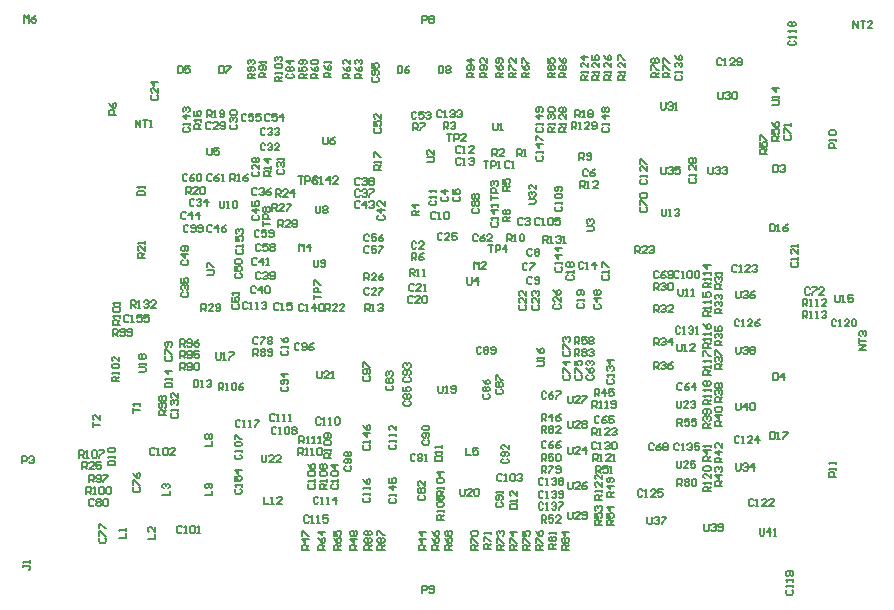
<source format=gbr>
%TF.GenerationSoftware,Altium Limited,Altium Designer,22.7.1 (60)*%
G04 Layer_Color=8388736*
%FSLAX45Y45*%
%MOMM*%
%TF.SameCoordinates,89C5C705-8D76-4DBF-8A4D-424F25D0343C*%
%TF.FilePolarity,Positive*%
%TF.FileFunction,Other,Top_Designator*%
%TF.Part,Single*%
G01*
G75*
%TA.AperFunction,NonConductor*%
%ADD115C,0.15000*%
D115*
X5520000Y3930035D02*
X5510003Y3940031D01*
X5490010D01*
X5480013Y3930035D01*
Y3890048D01*
X5490010Y3880051D01*
X5510003D01*
X5520000Y3890048D01*
X5539993Y3880051D02*
X5559987D01*
X5549990D01*
Y3940031D01*
X5539993Y3930035D01*
X4895012Y3499952D02*
X4885015Y3509949D01*
X4865021D01*
X4855025Y3499952D01*
Y3459965D01*
X4865021Y3449968D01*
X4885015D01*
X4895012Y3459965D01*
X4915005Y3449968D02*
X4934999D01*
X4925002D01*
Y3509949D01*
X4915005Y3499952D01*
X4964989D02*
X4974985Y3509949D01*
X4994979D01*
X5004976Y3499952D01*
Y3459965D01*
X4994979Y3449968D01*
X4974985D01*
X4964989Y3459965D01*
Y3499952D01*
X4849965Y3605008D02*
X4839968Y3595012D01*
Y3575018D01*
X4849965Y3565021D01*
X4889952D01*
X4899949Y3575018D01*
Y3595012D01*
X4889952Y3605008D01*
X4899949Y3625002D02*
Y3644996D01*
Y3634999D01*
X4839968D01*
X4849965Y3625002D01*
X4899949Y3674986D02*
Y3694979D01*
Y3684982D01*
X4839968D01*
X4849965Y3674986D01*
X4949965Y3640003D02*
X4939968Y3630007D01*
Y3610013D01*
X4949965Y3600016D01*
X4989952D01*
X4999949Y3610013D01*
Y3630007D01*
X4989952Y3640003D01*
X4999949Y3689987D02*
X4939968D01*
X4969959Y3659997D01*
Y3699984D01*
X5049965Y3640003D02*
X5039968Y3630006D01*
Y3610013D01*
X5049965Y3600016D01*
X5089952D01*
X5099949Y3610013D01*
Y3630006D01*
X5089952Y3640003D01*
X5039968Y3699984D02*
Y3659997D01*
X5069958D01*
X5059962Y3679990D01*
Y3689987D01*
X5069958Y3699984D01*
X5089952D01*
X5099949Y3689987D01*
Y3669993D01*
X5089952Y3659997D01*
X5105011Y4060035D02*
X5095015Y4070031D01*
X5075021D01*
X5065024Y4060035D01*
Y4020048D01*
X5075021Y4010051D01*
X5095015D01*
X5105011Y4020048D01*
X5125005Y4010051D02*
X5144999D01*
X5135002D01*
Y4070031D01*
X5125005Y4060035D01*
X5214976Y4010051D02*
X5174989D01*
X5214976Y4050038D01*
Y4060035D01*
X5204979Y4070031D01*
X5184985D01*
X5174989Y4060035D01*
X5105011Y3960034D02*
X5095015Y3970031D01*
X5075021D01*
X5065024Y3960034D01*
Y3920048D01*
X5075021Y3910051D01*
X5095015D01*
X5105011Y3920048D01*
X5125005Y3910051D02*
X5144999D01*
X5135002D01*
Y3970031D01*
X5125005Y3960034D01*
X5174989D02*
X5184985Y3970031D01*
X5204979D01*
X5214976Y3960034D01*
Y3950038D01*
X5204979Y3940041D01*
X5194982D01*
X5204979D01*
X5214976Y3930044D01*
Y3920048D01*
X5204979Y3910051D01*
X5184985D01*
X5174989Y3920048D01*
X5630003Y3449952D02*
X5620007Y3459949D01*
X5600013D01*
X5590016Y3449952D01*
Y3409965D01*
X5600013Y3399968D01*
X5620007D01*
X5630003Y3409965D01*
X5649997Y3449952D02*
X5659994Y3459949D01*
X5679987D01*
X5689984Y3449952D01*
Y3439955D01*
X5679987Y3429959D01*
X5669990D01*
X5679987D01*
X5689984Y3419962D01*
Y3409965D01*
X5679987Y3399968D01*
X5659994D01*
X5649997Y3409965D01*
X5670003Y3069952D02*
X5660007Y3079949D01*
X5640013D01*
X5630016Y3069952D01*
Y3029965D01*
X5640013Y3019968D01*
X5660007D01*
X5670003Y3029965D01*
X5689997Y3079949D02*
X5729984D01*
Y3069952D01*
X5689997Y3029965D01*
Y3019968D01*
X5710003Y3189993D02*
X5700007Y3199990D01*
X5680013D01*
X5670016Y3189993D01*
Y3150006D01*
X5680013Y3140010D01*
X5700007D01*
X5710003Y3150006D01*
X5729997Y3189993D02*
X5739994Y3199990D01*
X5759987D01*
X5769984Y3189993D01*
Y3179997D01*
X5759987Y3170000D01*
X5769984Y3160003D01*
Y3150006D01*
X5759987Y3140010D01*
X5739994D01*
X5729997Y3150006D01*
Y3160003D01*
X5739994Y3170000D01*
X5729997Y3179997D01*
Y3189993D01*
X5739994Y3170000D02*
X5759987D01*
X5710003Y2949993D02*
X5700007Y2959990D01*
X5680013D01*
X5670016Y2949993D01*
Y2910006D01*
X5680013Y2900010D01*
X5700007D01*
X5710003Y2910006D01*
X5729997D02*
X5739994Y2900010D01*
X5759987D01*
X5769984Y2910006D01*
Y2949993D01*
X5759987Y2959990D01*
X5739994D01*
X5729997Y2949993D01*
Y2939997D01*
X5739994Y2930000D01*
X5769984D01*
X4700013Y2790035D02*
X4690016Y2800031D01*
X4670023D01*
X4660026Y2790035D01*
Y2750048D01*
X4670023Y2740051D01*
X4690016D01*
X4700013Y2750048D01*
X4759994Y2740051D02*
X4720007D01*
X4759994Y2780038D01*
Y2790035D01*
X4749997Y2800031D01*
X4730003D01*
X4720007Y2790035D01*
X4779987D02*
X4789984Y2800031D01*
X4809977D01*
X4819974Y2790035D01*
Y2750048D01*
X4809977Y2740051D01*
X4789984D01*
X4779987Y2750048D01*
Y2790035D01*
X4710010Y2890035D02*
X4700013Y2900032D01*
X4680019D01*
X4670023Y2890035D01*
Y2850048D01*
X4680019Y2840051D01*
X4700013D01*
X4710010Y2850048D01*
X4769990Y2840051D02*
X4730003D01*
X4769990Y2880038D01*
Y2890035D01*
X4759994Y2900032D01*
X4740000D01*
X4730003Y2890035D01*
X4789984Y2840051D02*
X4809977D01*
X4799980D01*
Y2900032D01*
X4789984Y2890035D01*
X5609965Y2720013D02*
X5599968Y2710016D01*
Y2690023D01*
X5609965Y2680026D01*
X5649952D01*
X5659949Y2690023D01*
Y2710016D01*
X5649952Y2720013D01*
X5659949Y2779993D02*
Y2740006D01*
X5619962Y2779993D01*
X5609965D01*
X5599968Y2769997D01*
Y2750003D01*
X5609965Y2740006D01*
X5659949Y2839974D02*
Y2799987D01*
X5619962Y2839974D01*
X5609965D01*
X5599968Y2829977D01*
Y2809984D01*
X5609965Y2799987D01*
X5719965Y2720013D02*
X5709968Y2710016D01*
Y2690023D01*
X5719965Y2680026D01*
X5759952D01*
X5769949Y2690023D01*
Y2710016D01*
X5759952Y2720013D01*
X5769949Y2779994D02*
Y2740007D01*
X5729962Y2779994D01*
X5719965D01*
X5709968Y2769997D01*
Y2750003D01*
X5719965Y2740007D01*
Y2799987D02*
X5709968Y2809984D01*
Y2829978D01*
X5719965Y2839974D01*
X5729962D01*
X5739959Y2829978D01*
Y2819981D01*
Y2829978D01*
X5749955Y2839974D01*
X5759952D01*
X5769949Y2829978D01*
Y2809984D01*
X5759952Y2799987D01*
X4290007Y2120013D02*
X4280010Y2110016D01*
Y2090023D01*
X4290007Y2080026D01*
X4329994D01*
X4339990Y2090023D01*
Y2110016D01*
X4329994Y2120013D01*
Y2140007D02*
X4339990Y2150003D01*
Y2169997D01*
X4329994Y2179994D01*
X4290007D01*
X4280010Y2169997D01*
Y2150003D01*
X4290007Y2140007D01*
X4300003D01*
X4310000Y2150003D01*
Y2179994D01*
X4280010Y2199987D02*
Y2239974D01*
X4290007D01*
X4329994Y2199987D01*
X4339990D01*
X4360007Y4650013D02*
X4350010Y4640016D01*
Y4620023D01*
X4360007Y4610026D01*
X4399993D01*
X4409990Y4620023D01*
Y4640016D01*
X4399993Y4650013D01*
Y4670007D02*
X4409990Y4680003D01*
Y4699997D01*
X4399993Y4709994D01*
X4360007D01*
X4350010Y4699997D01*
Y4680003D01*
X4360007Y4670007D01*
X4370003D01*
X4380000Y4680003D01*
Y4709994D01*
X4350010Y4769974D02*
Y4729987D01*
X4380000D01*
X4370003Y4749981D01*
Y4759978D01*
X4380000Y4769974D01*
X4399993D01*
X4409990Y4759978D01*
Y4739984D01*
X4399993Y4729987D01*
X2340006Y1180013D02*
X2330010Y1170016D01*
Y1150023D01*
X2340006Y1140026D01*
X2379993D01*
X2389990Y1150023D01*
Y1170016D01*
X2379993Y1180013D01*
X2330010Y1200006D02*
Y1239993D01*
X2340006D01*
X2379993Y1200006D01*
X2389990D01*
X2330010Y1299974D02*
X2340006Y1279981D01*
X2360000Y1259987D01*
X2379993D01*
X2389990Y1269984D01*
Y1289977D01*
X2379993Y1299974D01*
X2369997D01*
X2360000Y1289977D01*
Y1259987D01*
X5455021Y1279993D02*
X5445024Y1289990D01*
X5425031D01*
X5415034Y1279993D01*
Y1240006D01*
X5425031Y1230010D01*
X5445024D01*
X5455021Y1240006D01*
X5475015Y1230010D02*
X5495008D01*
X5485011D01*
Y1289990D01*
X5475015Y1279993D01*
X5524998D02*
X5534995Y1289990D01*
X5554989D01*
X5564985Y1279993D01*
Y1240006D01*
X5554989Y1230010D01*
X5534995D01*
X5524998Y1240006D01*
Y1279993D01*
X5584979D02*
X5594976Y1289990D01*
X5614969D01*
X5624966Y1279993D01*
Y1269997D01*
X5614969Y1260000D01*
X5604973D01*
X5614969D01*
X5624966Y1250003D01*
Y1240006D01*
X5614969Y1230010D01*
X5594976D01*
X5584979Y1240006D01*
X2050007Y750013D02*
X2040010Y740016D01*
Y720023D01*
X2050007Y710026D01*
X2089994D01*
X2099990Y720023D01*
Y740016D01*
X2089994Y750013D01*
X2040010Y770007D02*
Y809994D01*
X2050007D01*
X2089994Y770007D01*
X2099990D01*
X2040010Y829987D02*
Y869974D01*
X2050007D01*
X2089994Y829987D01*
X2099990D01*
X3590006Y2030013D02*
X3580009Y2020016D01*
Y2000022D01*
X3590006Y1990026D01*
X3629993D01*
X3639990Y2000022D01*
Y2020016D01*
X3629993Y2030013D01*
Y2050006D02*
X3639990Y2060003D01*
Y2079997D01*
X3629993Y2089993D01*
X3590006D01*
X3580009Y2079997D01*
Y2060003D01*
X3590006Y2050006D01*
X3600003D01*
X3610000Y2060003D01*
Y2089993D01*
X3639990Y2139977D02*
X3580009D01*
X3610000Y2109987D01*
Y2149974D01*
X5250013Y3310035D02*
X5240016Y3320031D01*
X5220023D01*
X5210026Y3310035D01*
Y3270048D01*
X5220023Y3260051D01*
X5240016D01*
X5250013Y3270048D01*
X5309994Y3320031D02*
X5290000Y3310035D01*
X5270007Y3290041D01*
Y3270048D01*
X5280003Y3260051D01*
X5299997D01*
X5309994Y3270048D01*
Y3280044D01*
X5299997Y3290041D01*
X5270007D01*
X5369974Y3260051D02*
X5329987D01*
X5369974Y3300038D01*
Y3310035D01*
X5359978Y3320031D01*
X5339984D01*
X5329987Y3310035D01*
X6280013Y1769952D02*
X6270016Y1779949D01*
X6250023D01*
X6240026Y1769952D01*
Y1729965D01*
X6250023Y1719969D01*
X6270016D01*
X6280013Y1729965D01*
X6339994Y1779949D02*
X6320000Y1769952D01*
X6300007Y1749959D01*
Y1729965D01*
X6310003Y1719969D01*
X6329997D01*
X6339994Y1729965D01*
Y1739962D01*
X6329997Y1749959D01*
X6300007D01*
X6399974Y1779949D02*
X6359987D01*
Y1749959D01*
X6379981Y1759956D01*
X6389978D01*
X6399974Y1749959D01*
Y1729965D01*
X6389978Y1719969D01*
X6369984D01*
X6359987Y1729965D01*
X6740013Y1539993D02*
X6730016Y1549990D01*
X6710023D01*
X6700026Y1539993D01*
Y1500006D01*
X6710023Y1490010D01*
X6730016D01*
X6740013Y1500006D01*
X6799994Y1549990D02*
X6780000Y1539993D01*
X6760007Y1520000D01*
Y1500006D01*
X6770003Y1490010D01*
X6789997D01*
X6799994Y1500006D01*
Y1510003D01*
X6789997Y1520000D01*
X6760007D01*
X6819987Y1539993D02*
X6829984Y1549990D01*
X6849977D01*
X6859974Y1539993D01*
Y1529997D01*
X6849977Y1520000D01*
X6859974Y1510003D01*
Y1500006D01*
X6849977Y1490010D01*
X6829984D01*
X6819987Y1500006D01*
Y1510003D01*
X6829984Y1520000D01*
X6819987Y1529997D01*
Y1539993D01*
X6829984Y1520000D02*
X6849977D01*
X6780013Y3000034D02*
X6770016Y3010031D01*
X6750022D01*
X6740026Y3000034D01*
Y2960047D01*
X6750022Y2950051D01*
X6770016D01*
X6780013Y2960047D01*
X6839993Y3010031D02*
X6820000Y3000034D01*
X6800006Y2980041D01*
Y2960047D01*
X6810003Y2950051D01*
X6829997D01*
X6839993Y2960047D01*
Y2970044D01*
X6829997Y2980041D01*
X6800006D01*
X6859987Y2960047D02*
X6869983Y2950051D01*
X6889977D01*
X6899974Y2960047D01*
Y3000034D01*
X6889977Y3010031D01*
X6869983D01*
X6859987Y3000034D01*
Y2990038D01*
X6869983Y2980041D01*
X6899974D01*
X8060013Y2860034D02*
X8050016Y2870031D01*
X8030023D01*
X8020026Y2860034D01*
Y2820047D01*
X8030023Y2810051D01*
X8050016D01*
X8060013Y2820047D01*
X8080007Y2870031D02*
X8119994D01*
Y2860034D01*
X8080007Y2820047D01*
Y2810051D01*
X8179974D02*
X8139987D01*
X8179974Y2850038D01*
Y2860034D01*
X8169978Y2870031D01*
X8149984D01*
X8139987Y2860034D01*
X6980012Y2050035D02*
X6970016Y2060032D01*
X6950022D01*
X6940025Y2050035D01*
Y2010048D01*
X6950022Y2000051D01*
X6970016D01*
X6980012Y2010048D01*
X7039993Y2060032D02*
X7020000Y2050035D01*
X7000006Y2030041D01*
Y2010048D01*
X7010003Y2000051D01*
X7029996D01*
X7039993Y2010048D01*
Y2020045D01*
X7029996Y2030041D01*
X7000006D01*
X7089977Y2000051D02*
Y2060032D01*
X7059987Y2030041D01*
X7099974D01*
X6630047Y3550013D02*
X6620051Y3540016D01*
Y3520022D01*
X6630047Y3510026D01*
X6670034D01*
X6680031Y3520022D01*
Y3540016D01*
X6670034Y3550013D01*
X6620051Y3570006D02*
Y3609993D01*
X6630047D01*
X6670034Y3570006D01*
X6680031D01*
X6630047Y3629987D02*
X6620051Y3639984D01*
Y3659977D01*
X6630047Y3669974D01*
X6670034D01*
X6680031Y3659977D01*
Y3639984D01*
X6670034Y3629987D01*
X6630047D01*
X7445021Y3050035D02*
X7435024Y3060031D01*
X7415031D01*
X7405034Y3050035D01*
Y3010048D01*
X7415031Y3000051D01*
X7435024D01*
X7445021Y3010048D01*
X7465015Y3000051D02*
X7485008D01*
X7475011D01*
Y3060031D01*
X7465015Y3050035D01*
X7554985Y3000051D02*
X7514998D01*
X7554985Y3040038D01*
Y3050035D01*
X7544988Y3060031D01*
X7524995D01*
X7514998Y3050035D01*
X7574979D02*
X7584975Y3060031D01*
X7604969D01*
X7614966Y3050035D01*
Y3040038D01*
X7604969Y3030041D01*
X7594972D01*
X7604969D01*
X7614966Y3020045D01*
Y3010048D01*
X7604969Y3000051D01*
X7584975D01*
X7574979Y3010048D01*
X7465021Y1600035D02*
X7455024Y1610032D01*
X7435031D01*
X7425034Y1600035D01*
Y1560048D01*
X7435031Y1550051D01*
X7455024D01*
X7465021Y1560048D01*
X7485014Y1550051D02*
X7505008D01*
X7495011D01*
Y1610032D01*
X7485014Y1600035D01*
X7574985Y1550051D02*
X7534998D01*
X7574985Y1590038D01*
Y1600035D01*
X7564988Y1610032D01*
X7544995D01*
X7534998Y1600035D01*
X7624969Y1550051D02*
Y1610032D01*
X7594979Y1580041D01*
X7634966D01*
X6645021Y1150035D02*
X6635025Y1160031D01*
X6615031D01*
X6605034Y1150035D01*
Y1110048D01*
X6615031Y1100051D01*
X6635025D01*
X6645021Y1110048D01*
X6665015Y1100051D02*
X6685008D01*
X6675012D01*
Y1160031D01*
X6665015Y1150035D01*
X6754985Y1100051D02*
X6714999D01*
X6754985Y1140038D01*
Y1150035D01*
X6744989Y1160031D01*
X6724995D01*
X6714999Y1150035D01*
X6814966Y1160031D02*
X6774979D01*
Y1130041D01*
X6794973Y1140038D01*
X6804969D01*
X6814966Y1130041D01*
Y1110048D01*
X6804969Y1100051D01*
X6784976D01*
X6774979Y1110048D01*
X7465021Y2590034D02*
X7455024Y2600031D01*
X7435031D01*
X7425034Y2590034D01*
Y2550047D01*
X7435031Y2540051D01*
X7455024D01*
X7465021Y2550047D01*
X7485014Y2540051D02*
X7505008D01*
X7495011D01*
Y2600031D01*
X7485014Y2590034D01*
X7574985Y2540051D02*
X7534998D01*
X7574985Y2580038D01*
Y2590034D01*
X7564988Y2600031D01*
X7544995D01*
X7534998Y2590034D01*
X7634966Y2600031D02*
X7614972Y2590034D01*
X7594979Y2570041D01*
Y2550047D01*
X7604975Y2540051D01*
X7624969D01*
X7634966Y2550047D01*
Y2560044D01*
X7624969Y2570041D01*
X7594979D01*
X6629965Y3785021D02*
X6619968Y3775024D01*
Y3755031D01*
X6629965Y3745034D01*
X6669952D01*
X6679949Y3755031D01*
Y3775024D01*
X6669952Y3785021D01*
X6679949Y3805015D02*
Y3825008D01*
Y3815011D01*
X6619968D01*
X6629965Y3805015D01*
X6679949Y3894985D02*
Y3854998D01*
X6639962Y3894985D01*
X6629965D01*
X6619968Y3884989D01*
Y3864995D01*
X6629965Y3854998D01*
X6619968Y3914979D02*
Y3954966D01*
X6629965D01*
X6669952Y3914979D01*
X6679949D01*
X7049965Y3795021D02*
X7039968Y3785024D01*
Y3765031D01*
X7049965Y3755034D01*
X7089952D01*
X7099949Y3765031D01*
Y3785024D01*
X7089952Y3795021D01*
X7099949Y3815015D02*
Y3835008D01*
Y3825011D01*
X7039968D01*
X7049965Y3815015D01*
X7099949Y3904985D02*
Y3864998D01*
X7059962Y3904985D01*
X7049965D01*
X7039968Y3894989D01*
Y3874995D01*
X7049965Y3864998D01*
Y3924979D02*
X7039968Y3934976D01*
Y3954969D01*
X7049965Y3964966D01*
X7059962D01*
X7069959Y3954969D01*
X7079955Y3964966D01*
X7089952D01*
X7099949Y3954969D01*
Y3934976D01*
X7089952Y3924979D01*
X7079955D01*
X7069959Y3934976D01*
X7059962Y3924979D01*
X7049965D01*
X7069959Y3934976D02*
Y3954969D01*
X4730003Y3250035D02*
X4720007Y3260032D01*
X4700013D01*
X4690016Y3250035D01*
Y3210048D01*
X4700013Y3200051D01*
X4720007D01*
X4730003Y3210048D01*
X4789984Y3200051D02*
X4749997D01*
X4789984Y3240038D01*
Y3250035D01*
X4779987Y3260032D01*
X4759994D01*
X4749997Y3250035D01*
X3639965Y4680013D02*
X3629968Y4670016D01*
Y4650023D01*
X3639965Y4640026D01*
X3679952D01*
X3689949Y4650023D01*
Y4670016D01*
X3679952Y4680013D01*
X3639965Y4700007D02*
X3629968Y4710003D01*
Y4729997D01*
X3639965Y4739994D01*
X3649962D01*
X3659959Y4729997D01*
X3669955Y4739994D01*
X3679952D01*
X3689949Y4729997D01*
Y4710003D01*
X3679952Y4700007D01*
X3669955D01*
X3659959Y4710003D01*
X3649962Y4700007D01*
X3639965D01*
X3659959Y4710003D02*
Y4729997D01*
X3689949Y4789977D02*
X3629968D01*
X3659959Y4759987D01*
Y4799974D01*
X4020048Y1205021D02*
X4010051Y1195024D01*
Y1175031D01*
X4020048Y1165034D01*
X4060035D01*
X4070031Y1175031D01*
Y1195024D01*
X4060035Y1205021D01*
X4070031Y1225015D02*
Y1245008D01*
Y1235011D01*
X4010051D01*
X4020048Y1225015D01*
Y1274998D02*
X4010051Y1284995D01*
Y1304988D01*
X4020048Y1314985D01*
X4060035D01*
X4070031Y1304988D01*
Y1284995D01*
X4060035Y1274998D01*
X4020048D01*
X4070031Y1364969D02*
X4010051D01*
X4040041Y1334979D01*
Y1374966D01*
X5775021Y3449952D02*
X5765025Y3459949D01*
X5745031D01*
X5735034Y3449952D01*
Y3409965D01*
X5745031Y3399968D01*
X5765025D01*
X5775021Y3409965D01*
X5795015Y3399968D02*
X5815008D01*
X5805012D01*
Y3459949D01*
X5795015Y3449952D01*
X5844998D02*
X5854995Y3459949D01*
X5874989D01*
X5884985Y3449952D01*
Y3409965D01*
X5874989Y3399968D01*
X5854995D01*
X5844998Y3409965D01*
Y3449952D01*
X5944966Y3459949D02*
X5904979D01*
Y3429959D01*
X5924973Y3439955D01*
X5934969D01*
X5944966Y3429959D01*
Y3409965D01*
X5934969Y3399968D01*
X5914976D01*
X5904979Y3409965D01*
X3819965Y1205021D02*
X3809968Y1195025D01*
Y1175031D01*
X3819965Y1165034D01*
X3859952D01*
X3869949Y1175031D01*
Y1195025D01*
X3859952Y1205021D01*
X3869949Y1225015D02*
Y1245008D01*
Y1235011D01*
X3809968D01*
X3819965Y1225015D01*
Y1274998D02*
X3809968Y1284995D01*
Y1304989D01*
X3819965Y1314985D01*
X3859952D01*
X3869949Y1304989D01*
Y1284995D01*
X3859952Y1274998D01*
X3819965D01*
X3809968Y1374966D02*
X3819965Y1354973D01*
X3839959Y1334979D01*
X3859952D01*
X3869949Y1344976D01*
Y1364969D01*
X3859952Y1374966D01*
X3849955D01*
X3839959Y1364969D01*
Y1334979D01*
X3200007Y1455021D02*
X3190010Y1445025D01*
Y1425031D01*
X3200007Y1415034D01*
X3239994D01*
X3249990Y1425031D01*
Y1445025D01*
X3239994Y1455021D01*
X3249990Y1475015D02*
Y1495008D01*
Y1485012D01*
X3190010D01*
X3200007Y1475015D01*
Y1524998D02*
X3190010Y1534995D01*
Y1554989D01*
X3200007Y1564985D01*
X3239994D01*
X3249990Y1554989D01*
Y1534995D01*
X3239994Y1524998D01*
X3200007D01*
X3190010Y1584979D02*
Y1624966D01*
X3200007D01*
X3239994Y1584979D01*
X3249990D01*
X3545021Y1680034D02*
X3535024Y1690031D01*
X3515031D01*
X3505034Y1680034D01*
Y1640048D01*
X3515031Y1630051D01*
X3535024D01*
X3545021Y1640048D01*
X3565015Y1630051D02*
X3585008D01*
X3575011D01*
Y1690031D01*
X3565015Y1680034D01*
X3614998D02*
X3624995Y1690031D01*
X3644989D01*
X3654985Y1680034D01*
Y1640048D01*
X3644989Y1630051D01*
X3624995D01*
X3614998Y1640048D01*
Y1680034D01*
X3674979D02*
X3684976Y1690031D01*
X3704969D01*
X3714966Y1680034D01*
Y1670038D01*
X3704969Y1660041D01*
X3714966Y1650044D01*
Y1640048D01*
X3704969Y1630051D01*
X3684976D01*
X3674979Y1640048D01*
Y1650044D01*
X3684976Y1660041D01*
X3674979Y1670038D01*
Y1680034D01*
X3684976Y1660041D02*
X3704969D01*
X3240020Y1739993D02*
X3230023Y1749990D01*
X3210029D01*
X3200033Y1739993D01*
Y1700007D01*
X3210029Y1690010D01*
X3230023D01*
X3240020Y1700007D01*
X3260013Y1690010D02*
X3280007D01*
X3270010D01*
Y1749990D01*
X3260013Y1739993D01*
X3309997Y1690010D02*
X3329991D01*
X3319994D01*
Y1749990D01*
X3309997Y1739993D01*
X3359981Y1749990D02*
X3399968D01*
Y1739993D01*
X3359981Y1700007D01*
Y1690010D01*
X5910007Y3555022D02*
X5900010Y3545025D01*
Y3525031D01*
X5910007Y3515035D01*
X5949994D01*
X5959990Y3525031D01*
Y3545025D01*
X5949994Y3555022D01*
X5959990Y3575015D02*
Y3595009D01*
Y3585012D01*
X5900010D01*
X5910007Y3575015D01*
Y3624999D02*
X5900010Y3634996D01*
Y3654989D01*
X5910007Y3664986D01*
X5949994D01*
X5959990Y3654989D01*
Y3634996D01*
X5949994Y3624999D01*
X5910007D01*
X5949994Y3684979D02*
X5959990Y3694976D01*
Y3714970D01*
X5949994Y3724966D01*
X5910007D01*
X5900010Y3714970D01*
Y3694976D01*
X5910007Y3684979D01*
X5920003D01*
X5930000Y3694976D01*
Y3724966D01*
X3300020Y2740034D02*
X3290023Y2750031D01*
X3270030D01*
X3260033Y2740034D01*
Y2700047D01*
X3270030Y2690051D01*
X3290023D01*
X3300020Y2700047D01*
X3320013Y2690051D02*
X3340007D01*
X3330010D01*
Y2750031D01*
X3320013Y2740034D01*
X3369997Y2690051D02*
X3389991D01*
X3379994D01*
Y2750031D01*
X3369997Y2740034D01*
X3419981D02*
X3429977Y2750031D01*
X3449971D01*
X3459968Y2740034D01*
Y2730038D01*
X3449971Y2720041D01*
X3439974D01*
X3449971D01*
X3459968Y2710044D01*
Y2700047D01*
X3449971Y2690051D01*
X3429977D01*
X3419981Y2700047D01*
X3920020Y1759993D02*
X3910023Y1769990D01*
X3890029D01*
X3880033Y1759993D01*
Y1720006D01*
X3890029Y1710010D01*
X3910023D01*
X3920020Y1720006D01*
X3940013Y1710010D02*
X3960007D01*
X3950010D01*
Y1769990D01*
X3940013Y1759993D01*
X3989997Y1710010D02*
X4009990D01*
X3999994D01*
Y1769990D01*
X3989997Y1759993D01*
X4039980D02*
X4049977Y1769990D01*
X4069971D01*
X4079967Y1759993D01*
Y1720006D01*
X4069971Y1710010D01*
X4049977D01*
X4039980Y1720006D01*
Y1759993D01*
X3900020Y1089993D02*
X3890023Y1099990D01*
X3870029D01*
X3860033Y1089993D01*
Y1050006D01*
X3870029Y1040010D01*
X3890023D01*
X3900020Y1050006D01*
X3920013Y1040010D02*
X3940007D01*
X3930010D01*
Y1099990D01*
X3920013Y1089993D01*
X3969997Y1040010D02*
X3989990D01*
X3979994D01*
Y1099990D01*
X3969997Y1089993D01*
X4049971Y1040010D02*
Y1099990D01*
X4019981Y1070000D01*
X4059967D01*
X4290006Y1090019D02*
X4280009Y1080023D01*
Y1060029D01*
X4290006Y1050032D01*
X4329993D01*
X4339990Y1060029D01*
Y1080023D01*
X4329993Y1090019D01*
X4339990Y1110013D02*
Y1130007D01*
Y1120010D01*
X4280009D01*
X4290006Y1110013D01*
X4339990Y1159997D02*
Y1179990D01*
Y1169993D01*
X4280009D01*
X4290006Y1159997D01*
X4280009Y1249967D02*
X4290006Y1229974D01*
X4310000Y1209980D01*
X4329993D01*
X4339990Y1219977D01*
Y1239971D01*
X4329993Y1249967D01*
X4319996D01*
X4310000Y1239971D01*
Y1209980D01*
X3820020Y929993D02*
X3810023Y939990D01*
X3790030D01*
X3780033Y929993D01*
Y890006D01*
X3790030Y880010D01*
X3810023D01*
X3820020Y890006D01*
X3840013Y880010D02*
X3860007D01*
X3850010D01*
Y939990D01*
X3840013Y929993D01*
X3889997Y880010D02*
X3909991D01*
X3899994D01*
Y939990D01*
X3889997Y929993D01*
X3979968Y939990D02*
X3939981D01*
Y910000D01*
X3959974Y919997D01*
X3969971D01*
X3979968Y910000D01*
Y890006D01*
X3969971Y880010D01*
X3949977D01*
X3939981Y890006D01*
X2000013Y1070034D02*
X1990016Y1080031D01*
X1970023D01*
X1960026Y1070034D01*
Y1030047D01*
X1970023Y1020051D01*
X1990016D01*
X2000013Y1030047D01*
X2020007Y1070034D02*
X2030003Y1080031D01*
X2049997D01*
X2059994Y1070034D01*
Y1060038D01*
X2049997Y1050041D01*
X2059994Y1040044D01*
Y1030047D01*
X2049997Y1020051D01*
X2030003D01*
X2020007Y1030047D01*
Y1040044D01*
X2030003Y1050041D01*
X2020007Y1060038D01*
Y1070034D01*
X2030003Y1050041D02*
X2049997D01*
X2079987Y1070034D02*
X2089984Y1080031D01*
X2109977D01*
X2119974Y1070034D01*
Y1030047D01*
X2109977Y1020051D01*
X2089984D01*
X2079987Y1030047D01*
Y1070034D01*
X6179965Y2130013D02*
X6169968Y2120016D01*
Y2100023D01*
X6179965Y2090026D01*
X6219952D01*
X6229949Y2100023D01*
Y2120016D01*
X6219952Y2130013D01*
X6169968Y2189994D02*
X6179965Y2170000D01*
X6199958Y2150007D01*
X6219952D01*
X6229949Y2160003D01*
Y2179997D01*
X6219952Y2189994D01*
X6209955D01*
X6199958Y2179997D01*
Y2150007D01*
X6179965Y2209987D02*
X6169968Y2219984D01*
Y2239977D01*
X6179965Y2249974D01*
X6189962D01*
X6199958Y2239977D01*
Y2229981D01*
Y2239977D01*
X6209955Y2249974D01*
X6219952D01*
X6229949Y2239977D01*
Y2219984D01*
X6219952Y2209987D01*
X3590006Y2335011D02*
X3580009Y2325015D01*
Y2305021D01*
X3590006Y2295024D01*
X3629993D01*
X3639990Y2305021D01*
Y2325015D01*
X3629993Y2335011D01*
X3639990Y2355005D02*
Y2374999D01*
Y2365002D01*
X3580009D01*
X3590006Y2355005D01*
X3580009Y2444976D02*
X3590006Y2424982D01*
X3610000Y2404989D01*
X3629993D01*
X3639990Y2414985D01*
Y2434979D01*
X3629993Y2444976D01*
X3619996D01*
X3610000Y2434979D01*
Y2404989D01*
X6309965Y2975012D02*
X6299968Y2965015D01*
Y2945021D01*
X6309965Y2935025D01*
X6349952D01*
X6359949Y2945021D01*
Y2965015D01*
X6349952Y2975012D01*
X6359949Y2995005D02*
Y3014999D01*
Y3005002D01*
X6299968D01*
X6309965Y2995005D01*
X6299968Y3044989D02*
Y3084976D01*
X6309965D01*
X6349952Y3044989D01*
X6359949D01*
X6009965Y2975011D02*
X5999968Y2965015D01*
Y2945021D01*
X6009965Y2935024D01*
X6049952D01*
X6059949Y2945021D01*
Y2965015D01*
X6049952Y2975011D01*
X6059949Y2995005D02*
Y3014999D01*
Y3005002D01*
X5999968D01*
X6009965Y2995005D01*
Y3044989D02*
X5999968Y3054985D01*
Y3074979D01*
X6009965Y3084976D01*
X6019962D01*
X6029958Y3074979D01*
X6039955Y3084976D01*
X6049952D01*
X6059949Y3074979D01*
Y3054985D01*
X6049952Y3044989D01*
X6039955D01*
X6029958Y3054985D01*
X6019962Y3044989D01*
X6009965D01*
X6029958Y3054985D02*
Y3074979D01*
X7890048Y4960020D02*
X7880051Y4950023D01*
Y4930030D01*
X7890048Y4920033D01*
X7930035D01*
X7940031Y4930030D01*
Y4950023D01*
X7930035Y4960020D01*
X7940031Y4980013D02*
Y5000007D01*
Y4990010D01*
X7880051D01*
X7890048Y4980013D01*
X7940031Y5029997D02*
Y5049991D01*
Y5039994D01*
X7880051D01*
X7890048Y5029997D01*
Y5079981D02*
X7880051Y5089977D01*
Y5109971D01*
X7890048Y5119968D01*
X7900044D01*
X7910041Y5109971D01*
X7920038Y5119968D01*
X7930035D01*
X7940031Y5109971D01*
Y5089977D01*
X7930035Y5079981D01*
X7920038D01*
X7910041Y5089977D01*
X7900044Y5079981D01*
X7890048D01*
X7910041Y5089977D02*
Y5109971D01*
X5830013Y1560034D02*
X5820017Y1570031D01*
X5800023D01*
X5790026Y1560034D01*
Y1520048D01*
X5800023Y1510051D01*
X5820017D01*
X5830013Y1520048D01*
X5889994Y1570031D02*
X5870000Y1560034D01*
X5850007Y1540041D01*
Y1520048D01*
X5860004Y1510051D01*
X5879997D01*
X5889994Y1520048D01*
Y1530044D01*
X5879997Y1540041D01*
X5850007D01*
X5949974Y1570031D02*
X5929981Y1560034D01*
X5909987Y1540041D01*
Y1520048D01*
X5919984Y1510051D01*
X5939978D01*
X5949974Y1520048D01*
Y1530044D01*
X5939978Y1540041D01*
X5909987D01*
X5830013Y1980035D02*
X5820017Y1990032D01*
X5800023D01*
X5790026Y1980035D01*
Y1940048D01*
X5800023Y1930051D01*
X5820017D01*
X5830013Y1940048D01*
X5889994Y1990032D02*
X5870000Y1980035D01*
X5850007Y1960041D01*
Y1940048D01*
X5860004Y1930051D01*
X5879997D01*
X5889994Y1940048D01*
Y1950045D01*
X5879997Y1960041D01*
X5850007D01*
X5909987Y1990032D02*
X5949974D01*
Y1980035D01*
X5909987Y1940048D01*
Y1930051D01*
X7870048Y310019D02*
X7860051Y300023D01*
Y280029D01*
X7870048Y270032D01*
X7910034D01*
X7920031Y280029D01*
Y300023D01*
X7910034Y310019D01*
X7920031Y330013D02*
Y350007D01*
Y340010D01*
X7860051D01*
X7870048Y330013D01*
X7920031Y379997D02*
Y399990D01*
Y389993D01*
X7860051D01*
X7870048Y379997D01*
X7910034Y429980D02*
X7920031Y439977D01*
Y459971D01*
X7910034Y469967D01*
X7870048D01*
X7860051Y459971D01*
Y439977D01*
X7870048Y429980D01*
X7880044D01*
X7890041Y439977D01*
Y469967D01*
X6955021Y3000034D02*
X6945024Y3010031D01*
X6925030D01*
X6915034Y3000034D01*
Y2960047D01*
X6925030Y2950051D01*
X6945024D01*
X6955021Y2960047D01*
X6975014Y2950051D02*
X6995008D01*
X6985011D01*
Y3010031D01*
X6975014Y3000034D01*
X7024998D02*
X7034995Y3010031D01*
X7054988D01*
X7064985Y3000034D01*
Y2960047D01*
X7054988Y2950051D01*
X7034995D01*
X7024998Y2960047D01*
Y3000034D01*
X7084978D02*
X7094975Y3010031D01*
X7114969D01*
X7124965Y3000034D01*
Y2960047D01*
X7114969Y2950051D01*
X7094975D01*
X7084978Y2960047D01*
Y3000034D01*
X7724240Y3404637D02*
Y3344657D01*
X7754230D01*
X7764227Y3354653D01*
Y3394640D01*
X7754230Y3404637D01*
X7724240D01*
X7784221Y3344657D02*
X7804214D01*
X7794217D01*
Y3404637D01*
X7784221Y3394640D01*
X7874191Y3404637D02*
X7854198Y3394640D01*
X7834204Y3374647D01*
Y3354653D01*
X7844201Y3344657D01*
X7864195D01*
X7874191Y3354653D01*
Y3364650D01*
X7864195Y3374647D01*
X7834204D01*
X7724240Y1644638D02*
Y1584657D01*
X7754230D01*
X7764227Y1594654D01*
Y1634641D01*
X7754230Y1644638D01*
X7724240D01*
X7784221Y1584657D02*
X7804214D01*
X7794217D01*
Y1644638D01*
X7784221Y1634641D01*
X7834204Y1644638D02*
X7874191D01*
Y1634641D01*
X7834204Y1594654D01*
Y1584657D01*
X7750016Y3904637D02*
Y3844657D01*
X7780007D01*
X7790003Y3854653D01*
Y3894640D01*
X7780007Y3904637D01*
X7750016D01*
X7809997Y3894640D02*
X7819994Y3904637D01*
X7839987D01*
X7849984Y3894640D01*
Y3884644D01*
X7839987Y3874647D01*
X7829990D01*
X7839987D01*
X7849984Y3864650D01*
Y3854653D01*
X7839987Y3844657D01*
X7819994D01*
X7809997Y3854653D01*
X7750016Y2144638D02*
Y2084657D01*
X7780007D01*
X7790003Y2094654D01*
Y2134641D01*
X7780007Y2144638D01*
X7750016D01*
X7839987Y2084657D02*
Y2144638D01*
X7809997Y2114647D01*
X7849984D01*
X2210010Y750013D02*
X2269990D01*
Y790000D01*
Y809994D02*
Y829987D01*
Y819990D01*
X2210010D01*
X2220007Y809994D01*
X2460010Y740016D02*
X2519990D01*
Y780003D01*
Y839984D02*
Y799997D01*
X2480003Y839984D01*
X2470007D01*
X2460010Y829987D01*
Y809994D01*
X2470007Y799997D01*
X1410516Y5113510D02*
Y5173490D01*
X1430510Y5153497D01*
X1450503Y5173490D01*
Y5113510D01*
X1510484Y5173490D02*
X1490491Y5163493D01*
X1470497Y5143500D01*
Y5123506D01*
X1480494Y5113510D01*
X1500487D01*
X1510484Y5123506D01*
Y5133503D01*
X1500487Y5143500D01*
X1470497D01*
X5580013Y3980010D02*
Y4039990D01*
X5610003D01*
X5620000Y4029993D01*
Y4010000D01*
X5610003Y4000003D01*
X5580013D01*
X5600007D02*
X5620000Y3980010D01*
X5639994D02*
X5659987D01*
X5649990D01*
Y4039990D01*
X5639994Y4029993D01*
X5370016Y3980010D02*
Y4039990D01*
X5400007D01*
X5410003Y4029993D01*
Y4010000D01*
X5400007Y4000003D01*
X5370016D01*
X5390010D02*
X5410003Y3980010D01*
X5469984D02*
X5429997D01*
X5469984Y4019997D01*
Y4029993D01*
X5459987Y4039990D01*
X5439994D01*
X5429997Y4029993D01*
X4700016Y4200010D02*
Y4259990D01*
X4730007D01*
X4740003Y4249993D01*
Y4230000D01*
X4730007Y4220003D01*
X4700016D01*
X4720010D02*
X4740003Y4200010D01*
X4759997Y4259990D02*
X4799984D01*
Y4249993D01*
X4759997Y4210006D01*
Y4200010D01*
X5519990Y3430017D02*
X5460010D01*
Y3460007D01*
X5470007Y3470003D01*
X5490000D01*
X5499997Y3460007D01*
Y3430017D01*
Y3450010D02*
X5519990Y3470003D01*
X5470007Y3489997D02*
X5460010Y3499994D01*
Y3519987D01*
X5470007Y3529984D01*
X5480003D01*
X5490000Y3519987D01*
X5499997Y3529984D01*
X5509994D01*
X5519990Y3519987D01*
Y3499994D01*
X5509994Y3489997D01*
X5499997D01*
X5490000Y3499994D01*
X5480003Y3489997D01*
X5470007D01*
X5490000Y3499994D02*
Y3519987D01*
X6110370Y3950010D02*
Y4009990D01*
X6140360D01*
X6150357Y3999993D01*
Y3980000D01*
X6140360Y3970003D01*
X6110370D01*
X6130364D02*
X6150357Y3950010D01*
X6170351Y3960006D02*
X6180347Y3950010D01*
X6200341D01*
X6210338Y3960006D01*
Y3999993D01*
X6200341Y4009990D01*
X6180347D01*
X6170351Y3999993D01*
Y3989997D01*
X6180347Y3980000D01*
X6210338D01*
X4690016Y3100010D02*
Y3159990D01*
X4720007D01*
X4730003Y3149993D01*
Y3130000D01*
X4720007Y3120003D01*
X4690016D01*
X4710010D02*
X4730003Y3100010D01*
X4789984Y3159990D02*
X4769990Y3149993D01*
X4749997Y3130000D01*
Y3110006D01*
X4759994Y3100010D01*
X4779987D01*
X4789984Y3110006D01*
Y3120003D01*
X4779987Y3130000D01*
X4749997D01*
X7319990Y2380026D02*
X7260010D01*
Y2410016D01*
X7270007Y2420013D01*
X7290000D01*
X7299997Y2410016D01*
Y2380026D01*
Y2400020D02*
X7319990Y2420013D01*
X7270007Y2440007D02*
X7260010Y2450003D01*
Y2469997D01*
X7270007Y2479994D01*
X7280003D01*
X7290000Y2469997D01*
Y2460000D01*
Y2469997D01*
X7299997Y2479994D01*
X7309994D01*
X7319990Y2469997D01*
Y2450003D01*
X7309994Y2440007D01*
X7260010Y2539974D02*
Y2499987D01*
X7290000D01*
X7280003Y2519981D01*
Y2529977D01*
X7290000Y2539974D01*
X7309994D01*
X7319990Y2529977D01*
Y2509984D01*
X7309994Y2499987D01*
X8000033Y2710010D02*
Y2769990D01*
X8030023D01*
X8040020Y2759993D01*
Y2740000D01*
X8030023Y2730003D01*
X8000033D01*
X8020026D02*
X8040020Y2710010D01*
X8060013D02*
X8080007D01*
X8070010D01*
Y2769990D01*
X8060013Y2759993D01*
X8109997Y2710010D02*
X8129991D01*
X8119994D01*
Y2769990D01*
X8109997Y2759993D01*
X8199968Y2710010D02*
X8159981D01*
X8199968Y2749997D01*
Y2759993D01*
X8189971Y2769990D01*
X8169977D01*
X8159981Y2759993D01*
X6940025Y1700010D02*
Y1759991D01*
X6970016D01*
X6980012Y1749994D01*
Y1730000D01*
X6970016Y1720004D01*
X6940025D01*
X6960019D02*
X6980012Y1700010D01*
X7039993Y1759991D02*
X7000006D01*
Y1730000D01*
X7020000Y1739997D01*
X7029996D01*
X7039993Y1730000D01*
Y1710007D01*
X7029996Y1700010D01*
X7010003D01*
X7000006Y1710007D01*
X7099974Y1759991D02*
X7059987D01*
Y1730000D01*
X7079980Y1739997D01*
X7089977D01*
X7099974Y1730000D01*
Y1710007D01*
X7089977Y1700010D01*
X7069983D01*
X7059987Y1710007D01*
X8000033Y2610010D02*
Y2669990D01*
X8030023D01*
X8040020Y2659993D01*
Y2640000D01*
X8030023Y2630003D01*
X8000033D01*
X8020026D02*
X8040020Y2610010D01*
X8060013D02*
X8080007D01*
X8070010D01*
Y2669990D01*
X8060013Y2659993D01*
X8109997Y2610010D02*
X8129991D01*
X8119994D01*
Y2669990D01*
X8109997Y2659993D01*
X8159981D02*
X8169977Y2669990D01*
X8189971D01*
X8199968Y2659993D01*
Y2649997D01*
X8189971Y2640000D01*
X8179974D01*
X8189971D01*
X8199968Y2630003D01*
Y2620006D01*
X8189971Y2610010D01*
X8169977D01*
X8159981Y2620006D01*
X4749990Y3480016D02*
X4690010D01*
Y3510007D01*
X4700007Y3520003D01*
X4720000D01*
X4729997Y3510007D01*
Y3480016D01*
Y3500010D02*
X4749990Y3520003D01*
Y3569987D02*
X4690010D01*
X4720000Y3539997D01*
Y3579984D01*
X4675021Y2970010D02*
Y3029990D01*
X4705011D01*
X4715008Y3019993D01*
Y3000000D01*
X4705011Y2990003D01*
X4675021D01*
X4695015D02*
X4715008Y2970010D01*
X4735002D02*
X4754995D01*
X4744998D01*
Y3029990D01*
X4735002Y3019993D01*
X4784985Y2970010D02*
X4804979D01*
X4794982D01*
Y3029990D01*
X4784985Y3019993D01*
X2730026Y2170010D02*
Y2229990D01*
X2760016D01*
X2770013Y2219994D01*
Y2200000D01*
X2760016Y2190003D01*
X2730026D01*
X2750020D02*
X2770013Y2170010D01*
X2790007Y2180007D02*
X2800003Y2170010D01*
X2819997D01*
X2829994Y2180007D01*
Y2219994D01*
X2819997Y2229990D01*
X2800003D01*
X2790007Y2219994D01*
Y2209997D01*
X2800003Y2200000D01*
X2829994D01*
X2849987Y2219994D02*
X2859984Y2229990D01*
X2879977D01*
X2889974Y2219994D01*
Y2180007D01*
X2879977Y2170010D01*
X2859984D01*
X2849987Y2180007D01*
Y2219994D01*
X2730026Y2270010D02*
Y2329990D01*
X2760016D01*
X2770013Y2319993D01*
Y2300000D01*
X2760016Y2290003D01*
X2730026D01*
X2750020D02*
X2770013Y2270010D01*
X2790007Y2280006D02*
X2800003Y2270010D01*
X2819997D01*
X2829994Y2280006D01*
Y2319993D01*
X2819997Y2329990D01*
X2800003D01*
X2790007Y2319993D01*
Y2309997D01*
X2800003Y2300000D01*
X2829994D01*
X2889974Y2329990D02*
X2849987D01*
Y2300000D01*
X2869981Y2309997D01*
X2879977D01*
X2889974Y2300000D01*
Y2280006D01*
X2879977Y2270010D01*
X2859984D01*
X2849987Y2280006D01*
X6740026Y2660010D02*
Y2719990D01*
X6770016D01*
X6780013Y2709993D01*
Y2690000D01*
X6770016Y2680003D01*
X6740026D01*
X6760019D02*
X6780013Y2660010D01*
X6800006Y2709993D02*
X6810003Y2719990D01*
X6829997D01*
X6839993Y2709993D01*
Y2699997D01*
X6829997Y2690000D01*
X6820000D01*
X6829997D01*
X6839993Y2680003D01*
Y2670006D01*
X6829997Y2660010D01*
X6810003D01*
X6800006Y2670006D01*
X6899974Y2660010D02*
X6859987D01*
X6899974Y2699997D01*
Y2709993D01*
X6889977Y2719990D01*
X6869983D01*
X6859987Y2709993D01*
X4990026Y4169990D02*
X5030013D01*
X5010020D01*
Y4110010D01*
X5050007D02*
Y4169990D01*
X5079997D01*
X5089994Y4159993D01*
Y4140000D01*
X5079997Y4130003D01*
X5050007D01*
X5149974Y4110010D02*
X5109987D01*
X5149974Y4149997D01*
Y4159993D01*
X5139978Y4169990D01*
X5119984D01*
X5109987Y4159993D01*
X5300023Y3939990D02*
X5340010D01*
X5320016D01*
Y3880010D01*
X5360003D02*
Y3939990D01*
X5389994D01*
X5399990Y3929993D01*
Y3910000D01*
X5389994Y3900003D01*
X5360003D01*
X5419984Y3880010D02*
X5439977D01*
X5429981D01*
Y3939990D01*
X5419984Y3929993D01*
X5360010Y3610026D02*
Y3650013D01*
Y3630020D01*
X5419990D01*
Y3670007D02*
X5360010D01*
Y3699997D01*
X5370007Y3709994D01*
X5390000D01*
X5399997Y3699997D01*
Y3670007D01*
X5370007Y3729987D02*
X5360010Y3739984D01*
Y3759977D01*
X5370007Y3769974D01*
X5380003D01*
X5390000Y3759977D01*
Y3749981D01*
Y3759977D01*
X5399997Y3769974D01*
X5409994D01*
X5419990Y3759977D01*
Y3739984D01*
X5409994Y3729987D01*
X5340026Y3229990D02*
X5380013D01*
X5360020D01*
Y3170010D01*
X5400007D02*
Y3229990D01*
X5429997D01*
X5439994Y3219993D01*
Y3200000D01*
X5429997Y3190003D01*
X5400007D01*
X5489978Y3170010D02*
Y3229990D01*
X5459987Y3200000D01*
X5499974D01*
X4820009Y3932516D02*
X4869993D01*
X4879990Y3942513D01*
Y3962506D01*
X4869993Y3972503D01*
X4820009D01*
X4879990Y4032483D02*
Y3992496D01*
X4840003Y4032483D01*
X4830006D01*
X4820009Y4022487D01*
Y4002493D01*
X4830006Y3992496D01*
X5380013Y4259990D02*
Y4210006D01*
X5390010Y4200010D01*
X5410003D01*
X5420000Y4210006D01*
Y4259990D01*
X5439994Y4200010D02*
X5459987D01*
X5449990D01*
Y4259990D01*
X5439994Y4249993D01*
X6947521Y2861069D02*
Y2811085D01*
X6957517Y2801088D01*
X6977511D01*
X6987508Y2811085D01*
Y2861069D01*
X7007501Y2801088D02*
X7027495D01*
X7017498D01*
Y2861069D01*
X7007501Y2851072D01*
X7057485Y2801088D02*
X7077479D01*
X7067482D01*
Y2861069D01*
X7057485Y2851072D01*
X6012526Y1221069D02*
Y1171085D01*
X6022523Y1161088D01*
X6042516D01*
X6052513Y1171085D01*
Y1221069D01*
X6112493Y1161088D02*
X6072507D01*
X6112493Y1201075D01*
Y1211072D01*
X6102497Y1221069D01*
X6082503D01*
X6072507Y1211072D01*
X6172474Y1221069D02*
X6152481Y1211072D01*
X6132487Y1191078D01*
Y1171085D01*
X6142484Y1161088D01*
X6162477D01*
X6172474Y1171085D01*
Y1181082D01*
X6162477Y1191078D01*
X6132487D01*
X6932525Y1911069D02*
Y1861085D01*
X6942522Y1851089D01*
X6962516D01*
X6972512Y1861085D01*
Y1911069D01*
X7032493Y1851089D02*
X6992506D01*
X7032493Y1891075D01*
Y1901072D01*
X7022496Y1911069D01*
X7002503D01*
X6992506Y1901072D01*
X7052487D02*
X7062483Y1911069D01*
X7082477D01*
X7092473Y1901072D01*
Y1891075D01*
X7082477Y1881079D01*
X7072480D01*
X7082477D01*
X7092473Y1871082D01*
Y1861085D01*
X7082477Y1851089D01*
X7062483D01*
X7052487Y1861085D01*
X6012526Y1741069D02*
Y1691085D01*
X6022523Y1681088D01*
X6042516D01*
X6052513Y1691085D01*
Y1741069D01*
X6112493Y1681088D02*
X6072507D01*
X6112493Y1721075D01*
Y1731072D01*
X6102497Y1741069D01*
X6082503D01*
X6072507Y1731072D01*
X6132487D02*
X6142484Y1741069D01*
X6162477D01*
X6172474Y1731072D01*
Y1721075D01*
X6162477Y1711079D01*
X6172474Y1701082D01*
Y1691085D01*
X6162477Y1681088D01*
X6142484D01*
X6132487Y1691085D01*
Y1701082D01*
X6142484Y1711079D01*
X6132487Y1721075D01*
Y1731072D01*
X6142484Y1711079D02*
X6162477D01*
X6937524Y2391069D02*
Y2341085D01*
X6947521Y2331088D01*
X6967514D01*
X6977511Y2341085D01*
Y2391069D01*
X6997505Y2331088D02*
X7017498D01*
X7007501D01*
Y2391069D01*
X6997505Y2381072D01*
X7087475Y2331088D02*
X7047488D01*
X7087475Y2371075D01*
Y2381072D01*
X7077479Y2391069D01*
X7057485D01*
X7047488Y2381072D01*
X8275290Y2804637D02*
Y2754653D01*
X8285287Y2744656D01*
X8305280D01*
X8315277Y2754653D01*
Y2804637D01*
X8335271Y2744656D02*
X8355264D01*
X8345267D01*
Y2804637D01*
X8335271Y2794640D01*
X8425241Y2804637D02*
X8385254D01*
Y2774646D01*
X8405248Y2784643D01*
X8415245D01*
X8425241Y2774646D01*
Y2754653D01*
X8415245Y2744656D01*
X8395251D01*
X8385254Y2754653D01*
X6012526Y1521069D02*
Y1471085D01*
X6022523Y1461088D01*
X6042516D01*
X6052513Y1471085D01*
Y1521069D01*
X6112493Y1461088D02*
X6072507D01*
X6112493Y1501075D01*
Y1511072D01*
X6102497Y1521069D01*
X6082503D01*
X6072507Y1511072D01*
X6162477Y1461088D02*
Y1521069D01*
X6132487Y1491079D01*
X6172474D01*
X6012526Y971069D02*
Y921085D01*
X6022523Y911088D01*
X6042516D01*
X6052513Y921085D01*
Y971069D01*
X6112493Y911088D02*
X6072507D01*
X6112493Y951075D01*
Y961072D01*
X6102497Y971069D01*
X6082503D01*
X6072507Y961072D01*
X6132487Y921085D02*
X6142484Y911088D01*
X6162477D01*
X6172474Y921085D01*
Y961072D01*
X6162477Y971069D01*
X6142484D01*
X6132487Y961072D01*
Y951075D01*
X6142484Y941078D01*
X6172474D01*
X6012526Y1951069D02*
Y1901085D01*
X6022523Y1891088D01*
X6042516D01*
X6052513Y1901085D01*
Y1951069D01*
X6112493Y1891088D02*
X6072507D01*
X6112493Y1931075D01*
Y1941072D01*
X6102497Y1951069D01*
X6082503D01*
X6072507Y1941072D01*
X6132487Y1951069D02*
X6172474D01*
Y1941072D01*
X6132487Y1901085D01*
Y1891088D01*
X6806393Y3533652D02*
Y3483668D01*
X6816389Y3473671D01*
X6836383D01*
X6846379Y3483668D01*
Y3533652D01*
X6866373Y3473671D02*
X6886367D01*
X6876370D01*
Y3533652D01*
X6866373Y3523655D01*
X6916357D02*
X6926353Y3533652D01*
X6946347D01*
X6956344Y3523655D01*
Y3513658D01*
X6946347Y3503662D01*
X6936350D01*
X6946347D01*
X6956344Y3493665D01*
Y3483668D01*
X6946347Y3473671D01*
X6926353D01*
X6916357Y3483668D01*
X7742198Y4415235D02*
X7792182D01*
X7802179Y4425232D01*
Y4445225D01*
X7792182Y4455222D01*
X7742198D01*
X7802179Y4475216D02*
Y4495209D01*
Y4485212D01*
X7742198D01*
X7752195Y4475216D01*
X7802179Y4555190D02*
X7742198D01*
X7772188Y4525199D01*
Y4565186D01*
X3420026Y1449990D02*
Y1400006D01*
X3430023Y1390010D01*
X3450016D01*
X3460013Y1400006D01*
Y1449990D01*
X3519993Y1390010D02*
X3480007D01*
X3519993Y1429997D01*
Y1439993D01*
X3509997Y1449990D01*
X3490003D01*
X3480007Y1439993D01*
X3579974Y1390010D02*
X3539987D01*
X3579974Y1429997D01*
Y1439993D01*
X3569977Y1449990D01*
X3549984D01*
X3539987Y1439993D01*
X6170010Y3350016D02*
X6219993D01*
X6229990Y3360013D01*
Y3380006D01*
X6219993Y3390003D01*
X6170010D01*
X6180006Y3409997D02*
X6170010Y3419993D01*
Y3439987D01*
X6180006Y3449984D01*
X6190003D01*
X6200000Y3439987D01*
Y3429990D01*
Y3439987D01*
X6209996Y3449984D01*
X6219993D01*
X6229990Y3439987D01*
Y3419993D01*
X6219993Y3409997D01*
X4778516Y5111510D02*
Y5171490D01*
X4808507D01*
X4818503Y5161493D01*
Y5141500D01*
X4808507Y5131503D01*
X4778516D01*
X4838497Y5161493D02*
X4848493Y5171490D01*
X4868487D01*
X4878484Y5161493D01*
Y5151497D01*
X4868487Y5141500D01*
X4878484Y5131503D01*
Y5121506D01*
X4868487Y5111510D01*
X4848493D01*
X4838497Y5121506D01*
Y5131503D01*
X4848493Y5141500D01*
X4838497Y5151497D01*
Y5161493D01*
X4848493Y5141500D02*
X4868487D01*
X4778516Y285510D02*
Y345490D01*
X4808507D01*
X4818503Y335493D01*
Y315500D01*
X4808507Y305503D01*
X4778516D01*
X4838497Y295506D02*
X4848493Y285510D01*
X4868487D01*
X4878484Y295506D01*
Y335493D01*
X4868487Y345490D01*
X4848493D01*
X4838497Y335493D01*
Y325497D01*
X4848493Y315500D01*
X4878484D01*
X3390013Y2439952D02*
X3380016Y2449949D01*
X3360023D01*
X3350026Y2439952D01*
Y2399965D01*
X3360023Y2389968D01*
X3380016D01*
X3390013Y2399965D01*
X3410007Y2449949D02*
X3449994D01*
Y2439952D01*
X3410007Y2399965D01*
Y2389968D01*
X3469987Y2439952D02*
X3479984Y2449949D01*
X3499978D01*
X3509974Y2439952D01*
Y2429955D01*
X3499978Y2419959D01*
X3509974Y2409962D01*
Y2399965D01*
X3499978Y2389968D01*
X3479984D01*
X3469987Y2399965D01*
Y2409962D01*
X3479984Y2419959D01*
X3469987Y2429955D01*
Y2439952D01*
X3479984Y2419959D02*
X3499978D01*
X2710016Y4744637D02*
Y4684657D01*
X2740007D01*
X2750003Y4694654D01*
Y4734641D01*
X2740007Y4744637D01*
X2710016D01*
X2809984D02*
X2769997D01*
Y4714647D01*
X2789991Y4724644D01*
X2799987D01*
X2809984Y4714647D01*
Y4694654D01*
X2799987Y4684657D01*
X2779994D01*
X2769997Y4694654D01*
X4570016Y4744637D02*
Y4684657D01*
X4600007D01*
X4610003Y4694654D01*
Y4734641D01*
X4600007Y4744637D01*
X4570016D01*
X4669984D02*
X4649990Y4734641D01*
X4629997Y4714647D01*
Y4694654D01*
X4639994Y4684657D01*
X4659987D01*
X4669984Y4694654D01*
Y4704650D01*
X4659987Y4714647D01*
X4629997D01*
X4459990Y651026D02*
X4400010D01*
Y681016D01*
X4410007Y691013D01*
X4430000D01*
X4439997Y681016D01*
Y651026D01*
Y671020D02*
X4459990Y691013D01*
X4410007Y711007D02*
X4400010Y721003D01*
Y740997D01*
X4410007Y750994D01*
X4420003D01*
X4430000Y740997D01*
X4439997Y750994D01*
X4449994D01*
X4459990Y740997D01*
Y721003D01*
X4449994Y711007D01*
X4439997D01*
X4430000Y721003D01*
X4420003Y711007D01*
X4410007D01*
X4430000Y721003D02*
Y740997D01*
X4400010Y770987D02*
Y810974D01*
X4410007D01*
X4449994Y770987D01*
X4459990D01*
X4349990Y651026D02*
X4290010D01*
Y681016D01*
X4300007Y691013D01*
X4320000D01*
X4329997Y681016D01*
Y651026D01*
Y671020D02*
X4349990Y691013D01*
X4300007Y711007D02*
X4290010Y721003D01*
Y740997D01*
X4300007Y750994D01*
X4310003D01*
X4320000Y740997D01*
X4329997Y750994D01*
X4339994D01*
X4349990Y740997D01*
Y721003D01*
X4339994Y711007D01*
X4329997D01*
X4320000Y721003D01*
X4310003Y711007D01*
X4300007D01*
X4320000Y721003D02*
Y740997D01*
X4300007Y770987D02*
X4290010Y780984D01*
Y800978D01*
X4300007Y810974D01*
X4310003D01*
X4320000Y800978D01*
X4329997Y810974D01*
X4339994D01*
X4349990Y800978D01*
Y780984D01*
X4339994Y770987D01*
X4329997D01*
X4320000Y780984D01*
X4310003Y770987D01*
X4300007D01*
X4320000Y780984D02*
Y800978D01*
X3350026Y2290010D02*
Y2349990D01*
X3380016D01*
X3390013Y2339993D01*
Y2320000D01*
X3380016Y2310003D01*
X3350026D01*
X3370020D02*
X3390013Y2290010D01*
X3410007Y2339993D02*
X3420003Y2349990D01*
X3439997D01*
X3449994Y2339993D01*
Y2329997D01*
X3439997Y2320000D01*
X3449994Y2310003D01*
Y2300006D01*
X3439997Y2290010D01*
X3420003D01*
X3410007Y2300006D01*
Y2310003D01*
X3420003Y2320000D01*
X3410007Y2329997D01*
Y2339993D01*
X3420003Y2320000D02*
X3439997D01*
X3469987Y2300006D02*
X3479984Y2290010D01*
X3499978D01*
X3509974Y2300006D01*
Y2339993D01*
X3499978Y2349990D01*
X3479984D01*
X3469987Y2339993D01*
Y2329997D01*
X3479984Y2320000D01*
X3509974D01*
X2730026Y2370010D02*
Y2429990D01*
X2760016D01*
X2770013Y2419993D01*
Y2400000D01*
X2760016Y2390003D01*
X2730026D01*
X2750020D02*
X2770013Y2370010D01*
X2790007Y2380006D02*
X2800003Y2370010D01*
X2819997D01*
X2829994Y2380006D01*
Y2419993D01*
X2819997Y2429990D01*
X2800003D01*
X2790007Y2419993D01*
Y2409997D01*
X2800003Y2400000D01*
X2829994D01*
X2889974Y2429990D02*
X2869981Y2419993D01*
X2849987Y2400000D01*
Y2380006D01*
X2859984Y2370010D01*
X2879977D01*
X2889974Y2380006D01*
Y2390003D01*
X2879977Y2400000D01*
X2849987D01*
X3459990Y4650023D02*
X3400010D01*
Y4680013D01*
X3410007Y4690010D01*
X3430000D01*
X3439997Y4680013D01*
Y4650023D01*
Y4670016D02*
X3459990Y4690010D01*
X3449994Y4710003D02*
X3459990Y4720000D01*
Y4739994D01*
X3449994Y4749990D01*
X3410007D01*
X3400010Y4739994D01*
Y4720000D01*
X3410007Y4710003D01*
X3420003D01*
X3430000Y4720000D01*
Y4749990D01*
X3459990Y4769984D02*
Y4789977D01*
Y4779981D01*
X3400010D01*
X3410007Y4769984D01*
X5329990Y4650026D02*
X5270010D01*
Y4680016D01*
X5280007Y4690013D01*
X5300000D01*
X5309997Y4680016D01*
Y4650026D01*
Y4670020D02*
X5329990Y4690013D01*
X5319994Y4710007D02*
X5329990Y4720003D01*
Y4739997D01*
X5319994Y4749994D01*
X5280007D01*
X5270010Y4739997D01*
Y4720003D01*
X5280007Y4710007D01*
X5290003D01*
X5300000Y4720003D01*
Y4749994D01*
X5329990Y4809974D02*
Y4769987D01*
X5290003Y4809974D01*
X5280007D01*
X5270010Y4799977D01*
Y4779984D01*
X5280007Y4769987D01*
X3740016Y3180010D02*
Y3239990D01*
X3760010Y3219997D01*
X3780003Y3239990D01*
Y3180010D01*
X3829987D02*
Y3239990D01*
X3799997Y3210000D01*
X3839984D01*
X3033945Y2319990D02*
Y2270006D01*
X3043942Y2260009D01*
X3063935D01*
X3073932Y2270006D01*
Y2319990D01*
X3093926Y2260009D02*
X3113919D01*
X3103922D01*
Y2319990D01*
X3093926Y2309993D01*
X3143909Y2319990D02*
X3183896D01*
Y2309993D01*
X3143909Y2270006D01*
Y2260009D01*
X6145012Y3080035D02*
X6135015Y3090032D01*
X6115021D01*
X6105025Y3080035D01*
Y3040048D01*
X6115021Y3030051D01*
X6135015D01*
X6145012Y3040048D01*
X6165005Y3030051D02*
X6184999D01*
X6175002D01*
Y3090032D01*
X6165005Y3080035D01*
X6244979Y3030051D02*
Y3090032D01*
X6214989Y3060041D01*
X6254976D01*
X3565012Y2729993D02*
X3555015Y2739990D01*
X3535021D01*
X3525025Y2729993D01*
Y2690006D01*
X3535021Y2680010D01*
X3555015D01*
X3565012Y2690006D01*
X3585005Y2680010D02*
X3604999D01*
X3595002D01*
Y2739990D01*
X3585005Y2729993D01*
X3674976Y2739990D02*
X3634989D01*
Y2710000D01*
X3654983Y2719997D01*
X3664979D01*
X3674976Y2710000D01*
Y2690006D01*
X3664979Y2680010D01*
X3644986D01*
X3634989Y2690006D01*
X2940010Y1530016D02*
X2999990D01*
Y1570003D01*
X2950007Y1589997D02*
X2940010Y1599993D01*
Y1619987D01*
X2950007Y1629984D01*
X2960003D01*
X2970000Y1619987D01*
X2979997Y1629984D01*
X2989994D01*
X2999990Y1619987D01*
Y1599993D01*
X2989994Y1589997D01*
X2979997D01*
X2970000Y1599993D01*
X2960003Y1589997D01*
X2950007D01*
X2970000Y1599993D02*
Y1619987D01*
X4630048Y1910013D02*
X4620051Y1900016D01*
Y1880023D01*
X4630048Y1870026D01*
X4670035D01*
X4680031Y1880023D01*
Y1900016D01*
X4670035Y1910013D01*
X4630048Y1930007D02*
X4620051Y1940003D01*
Y1959997D01*
X4630048Y1969994D01*
X4640044D01*
X4650041Y1959997D01*
X4660038Y1969994D01*
X4670035D01*
X4680031Y1959997D01*
Y1940003D01*
X4670035Y1930007D01*
X4660038D01*
X4650041Y1940003D01*
X4640044Y1930007D01*
X4630048D01*
X4650041Y1940003D02*
Y1959997D01*
X4620051Y2029974D02*
Y1989987D01*
X4650041D01*
X4640044Y2009981D01*
Y2019977D01*
X4650041Y2029974D01*
X4670035D01*
X4680031Y2019977D01*
Y1999984D01*
X4670035Y1989987D01*
X5300048Y1970013D02*
X5290051Y1960017D01*
Y1940023D01*
X5300048Y1930026D01*
X5340035D01*
X5350032Y1940023D01*
Y1960017D01*
X5340035Y1970013D01*
X5300048Y1990007D02*
X5290051Y2000004D01*
Y2019997D01*
X5300048Y2029994D01*
X5310045D01*
X5320041Y2019997D01*
X5330038Y2029994D01*
X5340035D01*
X5350032Y2019997D01*
Y2000004D01*
X5340035Y1990007D01*
X5330038D01*
X5320041Y2000004D01*
X5310045Y1990007D01*
X5300048D01*
X5320041Y2000004D02*
Y2019997D01*
X5290051Y2089974D02*
X5300048Y2069981D01*
X5320041Y2049988D01*
X5340035D01*
X5350032Y2059984D01*
Y2079978D01*
X5340035Y2089974D01*
X5330038D01*
X5320041Y2079978D01*
Y2049988D01*
X4790006Y1580013D02*
X4780009Y1570016D01*
Y1550022D01*
X4790006Y1540026D01*
X4829993D01*
X4839990Y1550022D01*
Y1570016D01*
X4829993Y1580013D01*
Y1600006D02*
X4839990Y1610003D01*
Y1629996D01*
X4829993Y1639993D01*
X4790006D01*
X4780009Y1629996D01*
Y1610003D01*
X4790006Y1600006D01*
X4800003D01*
X4810000Y1610003D01*
Y1639993D01*
X4790006Y1659987D02*
X4780009Y1669983D01*
Y1689977D01*
X4790006Y1699974D01*
X4829993D01*
X4839990Y1689977D01*
Y1669983D01*
X4829993Y1659987D01*
X4790006D01*
X5410006Y2010013D02*
X5400010Y2000016D01*
Y1980022D01*
X5410006Y1970026D01*
X5449993D01*
X5459990Y1980022D01*
Y2000016D01*
X5449993Y2010013D01*
X5410006Y2030006D02*
X5400010Y2040003D01*
Y2059997D01*
X5410006Y2069993D01*
X5420003D01*
X5430000Y2059997D01*
X5439996Y2069993D01*
X5449993D01*
X5459990Y2059997D01*
Y2040003D01*
X5449993Y2030006D01*
X5439996D01*
X5430000Y2040003D01*
X5420003Y2030006D01*
X5410006D01*
X5430000Y2040003D02*
Y2059997D01*
X5400010Y2089987D02*
Y2129974D01*
X5410006D01*
X5449993Y2089987D01*
X5459990D01*
X5409965Y1050010D02*
X5399968Y1040013D01*
Y1020020D01*
X5409965Y1010023D01*
X5449952D01*
X5459949Y1020020D01*
Y1040013D01*
X5449952Y1050010D01*
Y1070003D02*
X5459949Y1080000D01*
Y1099994D01*
X5449952Y1109990D01*
X5409965D01*
X5399968Y1099994D01*
Y1080000D01*
X5409965Y1070003D01*
X5419962D01*
X5429959Y1080000D01*
Y1109990D01*
X5459949Y1129984D02*
Y1149978D01*
Y1139981D01*
X5399968D01*
X5409965Y1129984D01*
X5460007Y1420013D02*
X5450010Y1410016D01*
Y1390023D01*
X5460007Y1380026D01*
X5499994D01*
X5509990Y1390023D01*
Y1410016D01*
X5499994Y1420013D01*
Y1440007D02*
X5509990Y1450003D01*
Y1469997D01*
X5499994Y1479993D01*
X5460007D01*
X5450010Y1469997D01*
Y1450003D01*
X5460007Y1440007D01*
X5470003D01*
X5480000Y1450003D01*
Y1479993D01*
X5509990Y1539974D02*
Y1499987D01*
X5470003Y1539974D01*
X5460007D01*
X5450010Y1529977D01*
Y1509984D01*
X5460007Y1499987D01*
X4630048Y2110013D02*
X4620051Y2100017D01*
Y2080023D01*
X4630048Y2070026D01*
X4670035D01*
X4680032Y2080023D01*
Y2100017D01*
X4670035Y2110013D01*
Y2130007D02*
X4680032Y2140004D01*
Y2159997D01*
X4670035Y2169994D01*
X4630048D01*
X4620051Y2159997D01*
Y2140004D01*
X4630048Y2130007D01*
X4640045D01*
X4650041Y2140004D01*
Y2169994D01*
X4630048Y2189987D02*
X4620051Y2199984D01*
Y2219978D01*
X4630048Y2229974D01*
X4640045D01*
X4650041Y2219978D01*
Y2209981D01*
Y2219978D01*
X4660038Y2229974D01*
X4670035D01*
X4680032Y2219978D01*
Y2199984D01*
X4670035Y2189987D01*
X3530016Y1789993D02*
X3520020Y1799990D01*
X3500026D01*
X3490029Y1789993D01*
Y1750006D01*
X3500026Y1740010D01*
X3520020D01*
X3530016Y1750006D01*
X3550010Y1740010D02*
X3570004D01*
X3560007D01*
Y1799990D01*
X3550010Y1789993D01*
X3599994Y1740010D02*
X3619987D01*
X3609990D01*
Y1799990D01*
X3599994Y1789993D01*
X3649977Y1740010D02*
X3669971D01*
X3659974D01*
Y1799990D01*
X3649977Y1789993D01*
X4480007Y2040013D02*
X4470010Y2030017D01*
Y2010023D01*
X4480007Y2000026D01*
X4519994D01*
X4529990Y2010023D01*
Y2030017D01*
X4519994Y2040013D01*
X4480007Y2060007D02*
X4470010Y2070003D01*
Y2089997D01*
X4480007Y2099994D01*
X4490003D01*
X4500000Y2089997D01*
X4509997Y2099994D01*
X4519994D01*
X4529990Y2089997D01*
Y2070003D01*
X4519994Y2060007D01*
X4509997D01*
X4500000Y2070003D01*
X4490003Y2060007D01*
X4480007D01*
X4500000Y2070003D02*
Y2089997D01*
X4480007Y2119987D02*
X4470010Y2129984D01*
Y2149978D01*
X4480007Y2159974D01*
X4490003D01*
X4500000Y2149978D01*
Y2139981D01*
Y2149978D01*
X4509997Y2159974D01*
X4519994D01*
X4529990Y2149978D01*
Y2129984D01*
X4519994Y2119987D01*
X4720010Y1450034D02*
X4710013Y1460031D01*
X4690019D01*
X4680023Y1450034D01*
Y1410047D01*
X4690019Y1400051D01*
X4710013D01*
X4720010Y1410047D01*
X4740003Y1450034D02*
X4750000Y1460031D01*
X4769994D01*
X4779990Y1450034D01*
Y1440038D01*
X4769994Y1430041D01*
X4779990Y1420044D01*
Y1410047D01*
X4769994Y1400051D01*
X4750000D01*
X4740003Y1410047D01*
Y1420044D01*
X4750000Y1430041D01*
X4740003Y1440038D01*
Y1450034D01*
X4750000Y1430041D02*
X4769994D01*
X4799984Y1400051D02*
X4819977D01*
X4809980D01*
Y1460031D01*
X4799984Y1450034D01*
X5210006Y3540013D02*
X5200009Y3530016D01*
Y3510022D01*
X5210006Y3500026D01*
X5249993D01*
X5259990Y3510022D01*
Y3530016D01*
X5249993Y3540013D01*
X5210006Y3560006D02*
X5200009Y3570003D01*
Y3589997D01*
X5210006Y3599993D01*
X5220003D01*
X5230000Y3589997D01*
X5239996Y3599993D01*
X5249993D01*
X5259990Y3589997D01*
Y3570003D01*
X5249993Y3560006D01*
X5239996D01*
X5230000Y3570003D01*
X5220003Y3560006D01*
X5210006D01*
X5230000Y3570003D02*
Y3589997D01*
X5210006Y3619987D02*
X5200009Y3629984D01*
Y3649977D01*
X5210006Y3659974D01*
X5220003D01*
X5230000Y3649977D01*
X5239996Y3659974D01*
X5249993D01*
X5259990Y3649977D01*
Y3629984D01*
X5249993Y3619987D01*
X5239996D01*
X5230000Y3629984D01*
X5220003Y3619987D01*
X5210006D01*
X5230000Y3629984D02*
Y3649977D01*
X4887862Y1403771D02*
X4947843D01*
Y1433761D01*
X4937846Y1443758D01*
X4897859D01*
X4887862Y1433761D01*
Y1403771D01*
X4947843Y1463751D02*
Y1483745D01*
Y1473748D01*
X4887862D01*
X4897859Y1463751D01*
X4947843Y1513735D02*
Y1533729D01*
Y1523732D01*
X4887862D01*
X4897859Y1513735D01*
X5522157Y996274D02*
X5582137D01*
Y1026265D01*
X5572141Y1036261D01*
X5532154D01*
X5522157Y1026265D01*
Y996274D01*
X5582137Y1056255D02*
Y1076249D01*
Y1066252D01*
X5522157D01*
X5532154Y1056255D01*
X5582137Y1146226D02*
Y1106239D01*
X5542150Y1146226D01*
X5532154D01*
X5522157Y1136229D01*
Y1116235D01*
X5532154Y1106239D01*
X5150016Y1509990D02*
Y1450010D01*
X5190003D01*
X5249984Y1509990D02*
X5209997D01*
Y1480000D01*
X5229991Y1489997D01*
X5239987D01*
X5249984Y1480000D01*
Y1460006D01*
X5239987Y1450010D01*
X5219994D01*
X5209997Y1460006D01*
X5799990Y650026D02*
X5740010D01*
Y680016D01*
X5750007Y690013D01*
X5770000D01*
X5779997Y680016D01*
Y650026D01*
Y670020D02*
X5799990Y690013D01*
X5740010Y710007D02*
Y749994D01*
X5750007D01*
X5789993Y710007D01*
X5799990D01*
X5740010Y809974D02*
X5750007Y789981D01*
X5770000Y769987D01*
X5789993D01*
X5799990Y779984D01*
Y799978D01*
X5789993Y809974D01*
X5779997D01*
X5770000Y799978D01*
Y769987D01*
X2609990Y1790026D02*
X2550010D01*
Y1820016D01*
X2560007Y1830013D01*
X2580000D01*
X2589997Y1820016D01*
Y1790026D01*
Y1810020D02*
X2609990Y1830013D01*
X2599994Y1850007D02*
X2609990Y1860003D01*
Y1879997D01*
X2599994Y1889994D01*
X2560007D01*
X2550010Y1879997D01*
Y1860003D01*
X2560007Y1850007D01*
X2570003D01*
X2580000Y1860003D01*
Y1889994D01*
X2560007Y1909987D02*
X2550010Y1919984D01*
Y1939978D01*
X2560007Y1949974D01*
X2570003D01*
X2580000Y1939978D01*
X2589997Y1949974D01*
X2599994D01*
X2609990Y1939978D01*
Y1919984D01*
X2599994Y1909987D01*
X2589997D01*
X2580000Y1919984D01*
X2570003Y1909987D01*
X2560007D01*
X2580000Y1919984D02*
Y1939978D01*
X4959990Y905034D02*
X4900010D01*
Y935025D01*
X4910007Y945021D01*
X4930000D01*
X4939997Y935025D01*
Y905034D01*
Y925028D02*
X4959990Y945021D01*
Y965015D02*
Y985008D01*
Y975012D01*
X4900010D01*
X4910007Y965015D01*
Y1014998D02*
X4900010Y1024995D01*
Y1044989D01*
X4910007Y1054985D01*
X4949994D01*
X4959990Y1044989D01*
Y1024995D01*
X4949994Y1014998D01*
X4910007D01*
X4900010Y1114966D02*
Y1074979D01*
X4930000D01*
X4920003Y1094973D01*
Y1104969D01*
X4930000Y1114966D01*
X4949994D01*
X4959990Y1104969D01*
Y1084976D01*
X4949994Y1074979D01*
X2160026Y2460010D02*
Y2519990D01*
X2190016D01*
X2200013Y2509993D01*
Y2490000D01*
X2190016Y2480003D01*
X2160026D01*
X2180020D02*
X2200013Y2460010D01*
X2220007Y2470006D02*
X2230003Y2460010D01*
X2249997D01*
X2259994Y2470006D01*
Y2509993D01*
X2249997Y2519990D01*
X2230003D01*
X2220007Y2509993D01*
Y2499997D01*
X2230003Y2490000D01*
X2259994D01*
X2279987Y2470006D02*
X2289984Y2460010D01*
X2309978D01*
X2319974Y2470006D01*
Y2509993D01*
X2309978Y2519990D01*
X2289984D01*
X2279987Y2509993D01*
Y2499997D01*
X2289984Y2490000D01*
X2319974D01*
X4959990Y1105034D02*
X4900010D01*
Y1135025D01*
X4910007Y1145021D01*
X4930000D01*
X4939997Y1135025D01*
Y1105034D01*
Y1125028D02*
X4959990Y1145021D01*
Y1165015D02*
Y1185009D01*
Y1175012D01*
X4900010D01*
X4910007Y1165015D01*
Y1214999D02*
X4900010Y1224995D01*
Y1244989D01*
X4910007Y1254986D01*
X4949994D01*
X4959990Y1244989D01*
Y1224995D01*
X4949994Y1214999D01*
X4910007D01*
X4959990Y1304969D02*
X4900010D01*
X4930000Y1274979D01*
Y1314966D01*
X1990010Y1690016D02*
Y1730003D01*
Y1710010D01*
X2049990D01*
Y1789984D02*
Y1749997D01*
X2010003Y1789984D01*
X2000007D01*
X1990010Y1779987D01*
Y1759994D01*
X2000007Y1749997D01*
X4915025Y2039991D02*
Y1990007D01*
X4925022Y1980010D01*
X4945015D01*
X4955012Y1990007D01*
Y2039991D01*
X4975006Y1980010D02*
X4994999D01*
X4985002D01*
Y2039991D01*
X4975006Y2029994D01*
X5024989Y1990007D02*
X5034986Y1980010D01*
X5054979D01*
X5064976Y1990007D01*
Y2029994D01*
X5054979Y2039991D01*
X5034986D01*
X5024989Y2029994D01*
Y2019997D01*
X5034986Y2010001D01*
X5064976D01*
X5100026Y1167490D02*
Y1117506D01*
X5110023Y1107509D01*
X5130016D01*
X5140013Y1117506D01*
Y1167490D01*
X5199993Y1107509D02*
X5160006D01*
X5199993Y1147496D01*
Y1157493D01*
X5189997Y1167490D01*
X5170003D01*
X5160006Y1157493D01*
X5219987D02*
X5229984Y1167490D01*
X5249977D01*
X5259974Y1157493D01*
Y1117506D01*
X5249977Y1107509D01*
X5229984D01*
X5219987Y1117506D01*
Y1157493D01*
X2597862Y2023774D02*
X2657843D01*
Y2053765D01*
X2647846Y2063761D01*
X2607859D01*
X2597862Y2053765D01*
Y2023774D01*
X2657843Y2083755D02*
Y2103749D01*
Y2093752D01*
X2597862D01*
X2607859Y2083755D01*
X2657843Y2163729D02*
X2597862D01*
X2627853Y2133739D01*
Y2173726D01*
X2219990Y2555031D02*
X2160010D01*
Y2585021D01*
X2170007Y2595018D01*
X2190000D01*
X2199997Y2585021D01*
Y2555031D01*
Y2575025D02*
X2219990Y2595018D01*
Y2615012D02*
Y2635005D01*
Y2625008D01*
X2160010D01*
X2170007Y2615012D01*
Y2664995D02*
X2160010Y2674992D01*
Y2694985D01*
X2170007Y2704982D01*
X2209994D01*
X2219990Y2694985D01*
Y2674992D01*
X2209994Y2664995D01*
X2170007D01*
X2219990Y2724976D02*
Y2744969D01*
Y2734972D01*
X2160010D01*
X2170007Y2724976D01*
X3589990Y4615034D02*
X3530009D01*
Y4645024D01*
X3540006Y4655021D01*
X3560000D01*
X3569996Y4645024D01*
Y4615034D01*
Y4635028D02*
X3589990Y4655021D01*
Y4675015D02*
Y4695008D01*
Y4685011D01*
X3530009D01*
X3540006Y4675015D01*
Y4724998D02*
X3530009Y4734995D01*
Y4754988D01*
X3540006Y4764985D01*
X3579993D01*
X3589990Y4754988D01*
Y4734995D01*
X3579993Y4724998D01*
X3540006D01*
Y4784979D02*
X3530009Y4794975D01*
Y4814969D01*
X3540006Y4824966D01*
X3550003D01*
X3560000Y4814969D01*
Y4804972D01*
Y4814969D01*
X3569996Y4824966D01*
X3579993D01*
X3589990Y4814969D01*
Y4794975D01*
X3579993Y4784979D01*
X6115025Y3710010D02*
Y3769990D01*
X6145015D01*
X6155012Y3759993D01*
Y3740000D01*
X6145015Y3730003D01*
X6115025D01*
X6135018D02*
X6155012Y3710010D01*
X6175005D02*
X6194999D01*
X6185002D01*
Y3769990D01*
X6175005Y3759993D01*
X6264976Y3710010D02*
X6224989D01*
X6264976Y3749997D01*
Y3759993D01*
X6254979Y3769990D01*
X6234985D01*
X6224989Y3759993D01*
X2330010Y1810013D02*
Y1850000D01*
Y1830007D01*
X2389990D01*
Y1869993D02*
Y1889987D01*
Y1879990D01*
X2330010D01*
X2340006Y1869993D01*
X2377510Y2155024D02*
X2427494D01*
X2437490Y2165021D01*
Y2185015D01*
X2427494Y2195011D01*
X2377510D01*
X2437490Y2215005D02*
Y2234999D01*
Y2225002D01*
X2377510D01*
X2387507Y2215005D01*
Y2264989D02*
X2377510Y2274985D01*
Y2294979D01*
X2387507Y2304976D01*
X2397503D01*
X2407500Y2294979D01*
X2417497Y2304976D01*
X2427494D01*
X2437490Y2294979D01*
Y2274985D01*
X2427494Y2264989D01*
X2417497D01*
X2407500Y2274985D01*
X2397503Y2264989D01*
X2387507D01*
X2407500Y2274985D02*
Y2294979D01*
X1399657Y519647D02*
Y499654D01*
Y509651D01*
X1449640D01*
X1459637Y499654D01*
Y489657D01*
X1449640Y479660D01*
X1459637Y539641D02*
Y559635D01*
Y549638D01*
X1399657D01*
X1409654Y539641D01*
X2940009Y1110016D02*
X2999990D01*
Y1150003D01*
X2989993Y1169997D02*
X2999990Y1179993D01*
Y1199987D01*
X2989993Y1209984D01*
X2950006D01*
X2940009Y1199987D01*
Y1179993D01*
X2950006Y1169997D01*
X2960003D01*
X2970000Y1179993D01*
Y1209984D01*
X3440023Y1099991D02*
Y1040011D01*
X3480010D01*
X3500003D02*
X3519997D01*
X3510000D01*
Y1099991D01*
X3500003Y1089994D01*
X3589974Y1040011D02*
X3549987D01*
X3589974Y1079998D01*
Y1089994D01*
X3579977Y1099991D01*
X3559983D01*
X3549987Y1089994D01*
X8282990Y4050024D02*
X8223009D01*
Y4080014D01*
X8233006Y4090011D01*
X8253000D01*
X8262996Y4080014D01*
Y4050024D01*
X8282990Y4110005D02*
Y4129998D01*
Y4120001D01*
X8223009D01*
X8233006Y4110005D01*
Y4159988D02*
X8223009Y4169985D01*
Y4189979D01*
X8233006Y4199975D01*
X8272993D01*
X8282990Y4189979D01*
Y4169985D01*
X8272993Y4159988D01*
X8233006D01*
X8282990Y1266021D02*
X8223009D01*
Y1296011D01*
X8233006Y1306008D01*
X8253000D01*
X8262996Y1296011D01*
Y1266021D01*
X8282990Y1326001D02*
Y1345995D01*
Y1335998D01*
X8223009D01*
X8233006Y1326001D01*
X8282990Y1375985D02*
Y1395979D01*
Y1385982D01*
X8223009D01*
X8233006Y1375985D01*
X3799990Y4640026D02*
X3740010D01*
Y4670016D01*
X3750007Y4680013D01*
X3770000D01*
X3779997Y4670016D01*
Y4640026D01*
Y4660020D02*
X3799990Y4680013D01*
X3740010Y4739994D02*
Y4700007D01*
X3770000D01*
X3760003Y4720000D01*
Y4729997D01*
X3770000Y4739994D01*
X3789994D01*
X3799990Y4729997D01*
Y4710003D01*
X3789994Y4700007D01*
Y4759987D02*
X3799990Y4769984D01*
Y4789977D01*
X3789994Y4799974D01*
X3750007D01*
X3740010Y4789977D01*
Y4769984D01*
X3750007Y4759987D01*
X3760003D01*
X3770000Y4769984D01*
Y4799974D01*
X1960026Y1220009D02*
Y1279990D01*
X1990016D01*
X2000013Y1269993D01*
Y1250000D01*
X1990016Y1240003D01*
X1960026D01*
X1980020D02*
X2000013Y1220009D01*
X2020007Y1230006D02*
X2030003Y1220009D01*
X2049997D01*
X2059994Y1230006D01*
Y1269993D01*
X2049997Y1279990D01*
X2030003D01*
X2020007Y1269993D01*
Y1259996D01*
X2030003Y1250000D01*
X2059994D01*
X2079987Y1279990D02*
X2119974D01*
Y1269993D01*
X2079987Y1230006D01*
Y1220009D01*
X1935034Y1120010D02*
Y1179990D01*
X1965025D01*
X1975021Y1169993D01*
Y1150000D01*
X1965025Y1140003D01*
X1935034D01*
X1955028D02*
X1975021Y1120010D01*
X1995015D02*
X2015008D01*
X2005011D01*
Y1179990D01*
X1995015Y1169993D01*
X2044998D02*
X2054995Y1179990D01*
X2074989D01*
X2084985Y1169993D01*
Y1130006D01*
X2074989Y1120010D01*
X2054995D01*
X2044998Y1130006D01*
Y1169993D01*
X2104979D02*
X2114976Y1179990D01*
X2134969D01*
X2144966Y1169993D01*
Y1130006D01*
X2134969Y1120010D01*
X2114976D01*
X2104979Y1130006D01*
Y1169993D01*
X2209990Y2075034D02*
X2150010D01*
Y2105024D01*
X2160007Y2115021D01*
X2180000D01*
X2189997Y2105024D01*
Y2075034D01*
Y2095028D02*
X2209990Y2115021D01*
Y2135015D02*
Y2155008D01*
Y2145011D01*
X2150010D01*
X2160007Y2135015D01*
Y2184998D02*
X2150010Y2194995D01*
Y2214989D01*
X2160007Y2224985D01*
X2199994D01*
X2209990Y2214989D01*
Y2194995D01*
X2199994Y2184998D01*
X2160007D01*
X2209990Y2284966D02*
Y2244979D01*
X2170003Y2284966D01*
X2160007D01*
X2150010Y2274969D01*
Y2254976D01*
X2160007Y2244979D01*
X6740026Y2380009D02*
Y2439990D01*
X6770016D01*
X6780013Y2429993D01*
Y2410000D01*
X6770016Y2400003D01*
X6740026D01*
X6760019D02*
X6780013Y2380009D01*
X6800006Y2429993D02*
X6810003Y2439990D01*
X6829997D01*
X6839993Y2429993D01*
Y2419996D01*
X6829997Y2410000D01*
X6820000D01*
X6829997D01*
X6839993Y2400003D01*
Y2390006D01*
X6829997Y2380009D01*
X6810003D01*
X6800006Y2390006D01*
X6889977Y2380009D02*
Y2439990D01*
X6859987Y2410000D01*
X6899974D01*
X7319990Y2180026D02*
X7260010D01*
Y2210016D01*
X7270007Y2220013D01*
X7290000D01*
X7299997Y2210016D01*
Y2180026D01*
Y2200019D02*
X7319990Y2220013D01*
X7270007Y2240006D02*
X7260010Y2250003D01*
Y2269997D01*
X7270007Y2279993D01*
X7280003D01*
X7290000Y2269997D01*
Y2260000D01*
Y2269997D01*
X7299997Y2279993D01*
X7309994D01*
X7319990Y2269997D01*
Y2250003D01*
X7309994Y2240006D01*
X7260010Y2299987D02*
Y2339974D01*
X7270007D01*
X7309994Y2299987D01*
X7319990D01*
X7219990Y1680026D02*
X7160010D01*
Y1710016D01*
X7170007Y1720013D01*
X7190000D01*
X7199997Y1710016D01*
Y1680026D01*
Y1700020D02*
X7219990Y1720013D01*
X7170007Y1740007D02*
X7160010Y1750003D01*
Y1769997D01*
X7170007Y1779994D01*
X7180003D01*
X7190000Y1769997D01*
Y1760000D01*
Y1769997D01*
X7199997Y1779994D01*
X7209994D01*
X7219990Y1769997D01*
Y1750003D01*
X7209994Y1740007D01*
Y1799987D02*
X7219990Y1809984D01*
Y1829978D01*
X7209994Y1839974D01*
X7170007D01*
X7160010Y1829978D01*
Y1809984D01*
X7170007Y1799987D01*
X7180003D01*
X7190000Y1809984D01*
Y1839974D01*
X7319990Y1190026D02*
X7260009D01*
Y1220017D01*
X7270006Y1230013D01*
X7290000D01*
X7299996Y1220017D01*
Y1190026D01*
Y1210020D02*
X7319990Y1230013D01*
Y1279997D02*
X7260009D01*
X7290000Y1250007D01*
Y1289994D01*
X7270006Y1309987D02*
X7260009Y1319984D01*
Y1339978D01*
X7270006Y1349974D01*
X7280003D01*
X7290000Y1339978D01*
Y1329981D01*
Y1339978D01*
X7299996Y1349974D01*
X7309993D01*
X7319990Y1339978D01*
Y1319984D01*
X7309993Y1309987D01*
X6240026Y1950010D02*
Y2009990D01*
X6270016D01*
X6280013Y1999993D01*
Y1980000D01*
X6270016Y1970003D01*
X6240026D01*
X6260020D02*
X6280013Y1950010D01*
X6329997D02*
Y2009990D01*
X6300007Y1980000D01*
X6339994D01*
X6399974Y2009990D02*
X6359987D01*
Y1980000D01*
X6379981Y1989997D01*
X6389978D01*
X6399974Y1980000D01*
Y1960006D01*
X6389978Y1950010D01*
X6369984D01*
X6359987Y1960006D01*
X3819990Y650026D02*
X3760010D01*
Y680016D01*
X3770007Y690013D01*
X3790000D01*
X3799997Y680016D01*
Y650026D01*
Y670020D02*
X3819990Y690013D01*
Y739997D02*
X3760010D01*
X3790000Y710007D01*
Y749994D01*
X3760010Y769987D02*
Y809974D01*
X3770007D01*
X3809994Y769987D01*
X3819990D01*
X6399990Y1100026D02*
X6340010D01*
Y1130016D01*
X6350007Y1140013D01*
X6370000D01*
X6379997Y1130016D01*
Y1100026D01*
Y1120020D02*
X6399990Y1140013D01*
Y1189997D02*
X6340010D01*
X6370000Y1160007D01*
Y1199994D01*
X6389994Y1219987D02*
X6399990Y1229984D01*
Y1249977D01*
X6389994Y1259974D01*
X6350007D01*
X6340010Y1249977D01*
Y1229984D01*
X6350007Y1219987D01*
X6360003D01*
X6370000Y1229984D01*
Y1259974D01*
X6250023Y1300010D02*
Y1359990D01*
X6280013D01*
X6290010Y1349993D01*
Y1330000D01*
X6280013Y1320003D01*
X6250023D01*
X6270016D02*
X6290010Y1300010D01*
X6349990Y1359990D02*
X6310003D01*
Y1330000D01*
X6329997Y1339997D01*
X6339994D01*
X6349990Y1330000D01*
Y1310007D01*
X6339994Y1300010D01*
X6320000D01*
X6310003Y1310007D01*
X6369984Y1300010D02*
X6389978D01*
X6379981D01*
Y1359990D01*
X6369984Y1349993D01*
X6070026Y2390010D02*
Y2449990D01*
X6100017D01*
X6110013Y2439993D01*
Y2420000D01*
X6100017Y2410003D01*
X6070026D01*
X6090020D02*
X6110013Y2390010D01*
X6169994Y2449990D02*
X6130007D01*
Y2420000D01*
X6150000Y2429997D01*
X6159997D01*
X6169994Y2420000D01*
Y2400006D01*
X6159997Y2390010D01*
X6140003D01*
X6130007Y2400006D01*
X6189987Y2439993D02*
X6199984Y2449990D01*
X6219978D01*
X6229974Y2439993D01*
Y2429997D01*
X6219978Y2420000D01*
X6229974Y2410003D01*
Y2400006D01*
X6219978Y2390010D01*
X6199984D01*
X6189987Y2400006D01*
Y2410003D01*
X6199984Y2420000D01*
X6189987Y2429997D01*
Y2439993D01*
X6199984Y2420000D02*
X6219978D01*
X7319990Y2650026D02*
X7260009D01*
Y2680016D01*
X7270006Y2690013D01*
X7290000D01*
X7299996Y2680016D01*
Y2650026D01*
Y2670020D02*
X7319990Y2690013D01*
X7270006Y2710007D02*
X7260009Y2720003D01*
Y2739997D01*
X7270006Y2749993D01*
X7280003D01*
X7290000Y2739997D01*
Y2730000D01*
Y2739997D01*
X7299996Y2749993D01*
X7309993D01*
X7319990Y2739997D01*
Y2720003D01*
X7309993Y2710007D01*
X7270006Y2769987D02*
X7260009Y2779984D01*
Y2799977D01*
X7270006Y2809974D01*
X7280003D01*
X7290000Y2799977D01*
Y2789981D01*
Y2799977D01*
X7299996Y2809974D01*
X7309993D01*
X7319990Y2799977D01*
Y2779984D01*
X7309993Y2769987D01*
X6740026Y2180010D02*
Y2239990D01*
X6770016D01*
X6780013Y2229993D01*
Y2210000D01*
X6770016Y2200003D01*
X6740026D01*
X6760019D02*
X6780013Y2180010D01*
X6800006Y2229993D02*
X6810003Y2239990D01*
X6829997D01*
X6839993Y2229993D01*
Y2219997D01*
X6829997Y2210000D01*
X6820000D01*
X6829997D01*
X6839993Y2200003D01*
Y2190006D01*
X6829997Y2180010D01*
X6810003D01*
X6800006Y2190006D01*
X6899974Y2239990D02*
X6879981Y2229993D01*
X6859987Y2210000D01*
Y2190006D01*
X6869984Y2180010D01*
X6889977D01*
X6899974Y2190006D01*
Y2200003D01*
X6889977Y2210000D01*
X6859987D01*
X7319990Y1900026D02*
X7260009D01*
Y1930017D01*
X7270006Y1940013D01*
X7290000D01*
X7299996Y1930017D01*
Y1900026D01*
Y1920020D02*
X7319990Y1940013D01*
X7270006Y1960007D02*
X7260009Y1970004D01*
Y1989997D01*
X7270006Y1999994D01*
X7280003D01*
X7290000Y1989997D01*
Y1980001D01*
Y1989997D01*
X7299996Y1999994D01*
X7309993D01*
X7319990Y1989997D01*
Y1970004D01*
X7309993Y1960007D01*
X7270006Y2019988D02*
X7260009Y2029984D01*
Y2049978D01*
X7270006Y2059975D01*
X7280003D01*
X7290000Y2049978D01*
X7299996Y2059975D01*
X7309993D01*
X7319990Y2049978D01*
Y2029984D01*
X7309993Y2019988D01*
X7299996D01*
X7290000Y2029984D01*
X7280003Y2019988D01*
X7270006D01*
X7290000Y2029984D02*
Y2049978D01*
X7319990Y1700026D02*
X7260009D01*
Y1730017D01*
X7270006Y1740013D01*
X7290000D01*
X7299996Y1730017D01*
Y1700026D01*
Y1720020D02*
X7319990Y1740013D01*
Y1789997D02*
X7260009D01*
X7290000Y1760007D01*
Y1799994D01*
X7270006Y1819987D02*
X7260009Y1829984D01*
Y1849978D01*
X7270006Y1859974D01*
X7309993D01*
X7319990Y1849978D01*
Y1829984D01*
X7309993Y1819987D01*
X7270006D01*
X4809990Y650026D02*
X4750010D01*
Y680016D01*
X4760006Y690013D01*
X4780000D01*
X4789997Y680016D01*
Y650026D01*
Y670019D02*
X4809990Y690013D01*
Y739997D02*
X4750010D01*
X4780000Y710006D01*
Y749993D01*
X4809990Y799977D02*
X4750010D01*
X4780000Y769987D01*
Y809974D01*
X5790026Y1740010D02*
Y1799991D01*
X5820017D01*
X5830013Y1789994D01*
Y1770000D01*
X5820017Y1760004D01*
X5790026D01*
X5810020D02*
X5830013Y1740010D01*
X5879997D02*
Y1799991D01*
X5850007Y1770000D01*
X5889994D01*
X5949974Y1799991D02*
X5929981Y1789994D01*
X5909987Y1770000D01*
Y1750007D01*
X5919984Y1740010D01*
X5939978D01*
X5949974Y1750007D01*
Y1760004D01*
X5939978Y1770000D01*
X5909987D01*
X4229990Y650026D02*
X4170010D01*
Y680016D01*
X4180007Y690013D01*
X4200000D01*
X4209997Y680016D01*
Y650026D01*
Y670020D02*
X4229990Y690013D01*
Y739997D02*
X4170010D01*
X4200000Y710007D01*
Y749994D01*
X4180007Y769987D02*
X4170010Y779984D01*
Y799978D01*
X4180007Y809974D01*
X4190003D01*
X4200000Y799978D01*
X4209997Y809974D01*
X4219994D01*
X4229990Y799978D01*
Y779984D01*
X4219994Y769987D01*
X4209997D01*
X4200000Y779984D01*
X4190003Y769987D01*
X4180007D01*
X4200000Y779984D02*
Y799978D01*
X5790026Y1400010D02*
Y1459990D01*
X5820017D01*
X5830013Y1449993D01*
Y1430000D01*
X5820017Y1420003D01*
X5790026D01*
X5810020D02*
X5830013Y1400010D01*
X5889994Y1459990D02*
X5850007D01*
Y1430000D01*
X5870000Y1439997D01*
X5879997D01*
X5889994Y1430000D01*
Y1410006D01*
X5879997Y1400010D01*
X5860004D01*
X5850007Y1410006D01*
X5909987Y1449993D02*
X5919984Y1459990D01*
X5939978D01*
X5949974Y1449993D01*
Y1410006D01*
X5939978Y1400010D01*
X5919984D01*
X5909987Y1410006D01*
Y1449993D01*
X5790026Y880010D02*
Y939990D01*
X5820016D01*
X5830013Y929993D01*
Y910000D01*
X5820016Y900003D01*
X5790026D01*
X5810020D02*
X5830013Y880010D01*
X5889994Y939990D02*
X5850007D01*
Y910000D01*
X5870000Y919997D01*
X5879997D01*
X5889994Y910000D01*
Y890006D01*
X5879997Y880010D01*
X5860003D01*
X5850007Y890006D01*
X5949974Y880010D02*
X5909987D01*
X5949974Y919997D01*
Y929993D01*
X5939977Y939990D01*
X5919984D01*
X5909987Y929993D01*
X7799990Y4110026D02*
X7740010D01*
Y4140016D01*
X7750007Y4150013D01*
X7770000D01*
X7779997Y4140016D01*
Y4110026D01*
Y4130020D02*
X7799990Y4150013D01*
X7740010Y4209994D02*
Y4170007D01*
X7770000D01*
X7760003Y4190000D01*
Y4199997D01*
X7770000Y4209994D01*
X7789994D01*
X7799990Y4199997D01*
Y4180003D01*
X7789994Y4170007D01*
X7740010Y4269974D02*
X7750007Y4249981D01*
X7770000Y4229987D01*
X7789994D01*
X7799990Y4239984D01*
Y4259978D01*
X7789994Y4269974D01*
X7779997D01*
X7770000Y4259978D01*
Y4229987D01*
X7699990Y4000026D02*
X7640010D01*
Y4030016D01*
X7650007Y4040013D01*
X7670000D01*
X7679997Y4030016D01*
Y4000026D01*
Y4020020D02*
X7699990Y4040013D01*
X7640010Y4099994D02*
Y4060007D01*
X7670000D01*
X7660003Y4080000D01*
Y4089997D01*
X7670000Y4099994D01*
X7689994D01*
X7699990Y4089997D01*
Y4070003D01*
X7689994Y4060007D01*
X7640010Y4119987D02*
Y4159974D01*
X7650007D01*
X7689994Y4119987D01*
X7699990D01*
X3969990Y1165034D02*
X3910010D01*
Y1195025D01*
X3920007Y1205021D01*
X3940000D01*
X3949997Y1195025D01*
Y1165034D01*
Y1185028D02*
X3969990Y1205021D01*
Y1225015D02*
Y1245008D01*
Y1235011D01*
X3910010D01*
X3920007Y1225015D01*
Y1274998D02*
X3910010Y1284995D01*
Y1304989D01*
X3920007Y1314985D01*
X3959994D01*
X3969990Y1304989D01*
Y1284995D01*
X3959994Y1274998D01*
X3920007D01*
Y1334979D02*
X3910010Y1344976D01*
Y1364969D01*
X3920007Y1374966D01*
X3930003D01*
X3940000Y1364969D01*
X3949997Y1374966D01*
X3959994D01*
X3969990Y1364969D01*
Y1344976D01*
X3959994Y1334979D01*
X3949997D01*
X3940000Y1344976D01*
X3930003Y1334979D01*
X3920007D01*
X3940000Y1344976D02*
Y1364969D01*
X3730033Y1450010D02*
Y1509990D01*
X3760023D01*
X3770020Y1499993D01*
Y1480000D01*
X3760023Y1470003D01*
X3730033D01*
X3750026D02*
X3770020Y1450010D01*
X3790013D02*
X3810007D01*
X3800010D01*
Y1509990D01*
X3790013Y1499993D01*
X3839997Y1450010D02*
X3859991D01*
X3849994D01*
Y1509990D01*
X3839997Y1499993D01*
X3889981D02*
X3899977Y1509990D01*
X3919971D01*
X3929968Y1499993D01*
Y1460006D01*
X3919971Y1450010D01*
X3899977D01*
X3889981Y1460006D01*
Y1499993D01*
X3740029Y1550010D02*
Y1609990D01*
X3770020D01*
X3780016Y1599993D01*
Y1580000D01*
X3770020Y1570003D01*
X3740029D01*
X3760023D02*
X3780016Y1550010D01*
X3800010D02*
X3820004D01*
X3810007D01*
Y1609990D01*
X3800010Y1599993D01*
X3849994Y1550010D02*
X3869987D01*
X3859990D01*
Y1609990D01*
X3849994Y1599993D01*
X3899977Y1550010D02*
X3919971D01*
X3909974D01*
Y1609990D01*
X3899977Y1599993D01*
X4960016Y4210010D02*
Y4269990D01*
X4990007D01*
X5000003Y4259993D01*
Y4240000D01*
X4990007Y4230003D01*
X4960016D01*
X4980010D02*
X5000003Y4210010D01*
X5019997Y4259993D02*
X5029993Y4269990D01*
X5049987D01*
X5059984Y4259993D01*
Y4249997D01*
X5049987Y4240000D01*
X5039990D01*
X5049987D01*
X5059984Y4230003D01*
Y4220006D01*
X5049987Y4210010D01*
X5029993D01*
X5019997Y4220006D01*
X5519990Y3690016D02*
X5460009D01*
Y3720006D01*
X5470006Y3730003D01*
X5490000D01*
X5499996Y3720006D01*
Y3690016D01*
Y3710010D02*
X5519990Y3730003D01*
X5460009Y3789984D02*
Y3749997D01*
X5490000D01*
X5480003Y3769990D01*
Y3779987D01*
X5490000Y3789984D01*
X5509993D01*
X5519990Y3779987D01*
Y3759993D01*
X5509993Y3749997D01*
X4009990Y1425034D02*
X3950010D01*
Y1455025D01*
X3960007Y1465021D01*
X3980000D01*
X3989997Y1455025D01*
Y1425034D01*
Y1445028D02*
X4009990Y1465021D01*
Y1485015D02*
Y1505008D01*
Y1495011D01*
X3950010D01*
X3960007Y1485015D01*
Y1534998D02*
X3950010Y1544995D01*
Y1564989D01*
X3960007Y1574985D01*
X3999994D01*
X4009990Y1564989D01*
Y1544995D01*
X3999994Y1534998D01*
X3960007D01*
X3999994Y1594979D02*
X4009990Y1604976D01*
Y1624969D01*
X3999994Y1634966D01*
X3960007D01*
X3950010Y1624969D01*
Y1604976D01*
X3960007Y1594979D01*
X3970003D01*
X3980000Y1604976D01*
Y1634966D01*
X5689990Y650026D02*
X5630010D01*
Y680016D01*
X5640007Y690013D01*
X5660000D01*
X5669997Y680016D01*
Y650026D01*
Y670020D02*
X5689990Y690013D01*
X5630010Y710007D02*
Y749994D01*
X5640007D01*
X5679994Y710007D01*
X5689990D01*
X5630010Y809974D02*
Y769987D01*
X5660000D01*
X5650003Y789981D01*
Y799978D01*
X5660000Y809974D01*
X5679994D01*
X5689990Y799978D01*
Y779984D01*
X5679994Y769987D01*
X5579990Y650026D02*
X5520010D01*
Y680016D01*
X5530007Y690013D01*
X5550000D01*
X5559997Y680016D01*
Y650026D01*
Y670020D02*
X5579990Y690013D01*
X5520010Y710007D02*
Y749994D01*
X5530007D01*
X5569994Y710007D01*
X5579990D01*
Y799978D02*
X5520010D01*
X5550000Y769987D01*
Y809974D01*
X7219990Y1400023D02*
X7160009D01*
Y1430013D01*
X7170006Y1440010D01*
X7190000D01*
X7199996Y1430013D01*
Y1400023D01*
Y1420017D02*
X7219990Y1440010D01*
Y1489994D02*
X7160009D01*
X7190000Y1460004D01*
Y1499991D01*
X7219990Y1519984D02*
Y1539978D01*
Y1529981D01*
X7160009D01*
X7170006Y1519984D01*
X7319990Y1390026D02*
X7260009D01*
Y1420017D01*
X7270006Y1430013D01*
X7290000D01*
X7299996Y1420017D01*
Y1390026D01*
Y1410020D02*
X7319990Y1430013D01*
Y1479997D02*
X7260009D01*
X7290000Y1450007D01*
Y1489994D01*
X7319990Y1549975D02*
Y1509988D01*
X7280003Y1549975D01*
X7270006D01*
X7260009Y1539978D01*
Y1519984D01*
X7270006Y1509988D01*
X5569990Y4650026D02*
X5510010D01*
Y4680016D01*
X5520007Y4690013D01*
X5540000D01*
X5549997Y4680016D01*
Y4650026D01*
Y4670020D02*
X5569990Y4690013D01*
X5510010Y4710007D02*
Y4749994D01*
X5520007D01*
X5559994Y4710007D01*
X5569990D01*
Y4809974D02*
Y4769987D01*
X5530003Y4809974D01*
X5520007D01*
X5510010Y4799977D01*
Y4779984D01*
X5520007Y4769987D01*
X5459990Y4650026D02*
X5400010D01*
Y4680016D01*
X5410007Y4690013D01*
X5430000D01*
X5439997Y4680016D01*
Y4650026D01*
Y4670020D02*
X5459990Y4690013D01*
X5400010Y4749994D02*
X5410007Y4730000D01*
X5430000Y4710007D01*
X5449994D01*
X5459990Y4720003D01*
Y4739997D01*
X5449994Y4749994D01*
X5439997D01*
X5430000Y4739997D01*
Y4710007D01*
X5449994Y4769987D02*
X5459990Y4779984D01*
Y4799977D01*
X5449994Y4809974D01*
X5410007D01*
X5400010Y4799977D01*
Y4779984D01*
X5410007Y4769987D01*
X5420003D01*
X5430000Y4779984D01*
Y4809974D01*
X6879990Y4650026D02*
X6820010D01*
Y4680016D01*
X6830007Y4690013D01*
X6850000D01*
X6859997Y4680016D01*
Y4650026D01*
Y4670020D02*
X6879990Y4690013D01*
X6820010Y4710007D02*
Y4749994D01*
X6830007D01*
X6869994Y4710007D01*
X6879990D01*
X6820010Y4769987D02*
Y4809974D01*
X6830007D01*
X6869994Y4769987D01*
X6879990D01*
X6779990Y4650026D02*
X6720010D01*
Y4680016D01*
X6730007Y4690013D01*
X6750000D01*
X6759997Y4680016D01*
Y4650026D01*
Y4670020D02*
X6779990Y4690013D01*
X6720010Y4710007D02*
Y4749994D01*
X6730007D01*
X6769994Y4710007D01*
X6779990D01*
X6730007Y4769987D02*
X6720010Y4779984D01*
Y4799977D01*
X6730007Y4809974D01*
X6740003D01*
X6750000Y4799977D01*
X6759997Y4809974D01*
X6769994D01*
X6779990Y4799977D01*
Y4779984D01*
X6769994Y4769987D01*
X6759997D01*
X6750000Y4779984D01*
X6740003Y4769987D01*
X6730007D01*
X6750000Y4779984D02*
Y4799977D01*
X5899990Y4650026D02*
X5840010D01*
Y4680016D01*
X5850007Y4690013D01*
X5870000D01*
X5879997Y4680016D01*
Y4650026D01*
Y4670020D02*
X5899990Y4690013D01*
X5850007Y4710007D02*
X5840010Y4720003D01*
Y4739997D01*
X5850007Y4749994D01*
X5860003D01*
X5870000Y4739997D01*
X5879997Y4749994D01*
X5889994D01*
X5899990Y4739997D01*
Y4720003D01*
X5889994Y4710007D01*
X5879997D01*
X5870000Y4720003D01*
X5860003Y4710007D01*
X5850007D01*
X5870000Y4720003D02*
Y4739997D01*
X5840010Y4809974D02*
Y4769987D01*
X5870000D01*
X5860003Y4789981D01*
Y4799977D01*
X5870000Y4809974D01*
X5889994D01*
X5899990Y4799977D01*
Y4779984D01*
X5889994Y4769987D01*
X5999990Y4650026D02*
X5940010D01*
Y4680016D01*
X5950007Y4690013D01*
X5970000D01*
X5979997Y4680016D01*
Y4650026D01*
Y4670020D02*
X5999990Y4690013D01*
X5950007Y4710007D02*
X5940010Y4720003D01*
Y4739997D01*
X5950007Y4749994D01*
X5960003D01*
X5970000Y4739997D01*
X5979997Y4749994D01*
X5989994D01*
X5999990Y4739997D01*
Y4720003D01*
X5989994Y4710007D01*
X5979997D01*
X5970000Y4720003D01*
X5960003Y4710007D01*
X5950007D01*
X5970000Y4720003D02*
Y4739997D01*
X5940010Y4809974D02*
X5950007Y4789981D01*
X5970000Y4769987D01*
X5989994D01*
X5999990Y4779984D01*
Y4799977D01*
X5989994Y4809974D01*
X5979997D01*
X5970000Y4799977D01*
Y4769987D01*
X3899990Y4640026D02*
X3840010D01*
Y4670016D01*
X3850007Y4680013D01*
X3870000D01*
X3879997Y4670016D01*
Y4640026D01*
Y4660020D02*
X3899990Y4680013D01*
X3840010Y4739994D02*
X3850007Y4720000D01*
X3870000Y4700007D01*
X3889993D01*
X3899990Y4710003D01*
Y4729997D01*
X3889993Y4739994D01*
X3879997D01*
X3870000Y4729997D01*
Y4700007D01*
X3850007Y4759987D02*
X3840010Y4769984D01*
Y4789977D01*
X3850007Y4799974D01*
X3889993D01*
X3899990Y4789977D01*
Y4769984D01*
X3889993Y4759987D01*
X3850007D01*
X4009990Y4650023D02*
X3950010D01*
Y4680013D01*
X3960007Y4690010D01*
X3980000D01*
X3989997Y4680013D01*
Y4650023D01*
Y4670016D02*
X4009990Y4690010D01*
X3950010Y4749990D02*
X3960007Y4729997D01*
X3980000Y4710003D01*
X3999994D01*
X4009990Y4720000D01*
Y4739994D01*
X3999994Y4749990D01*
X3989997D01*
X3980000Y4739994D01*
Y4710003D01*
X4009990Y4769984D02*
Y4789977D01*
Y4779981D01*
X3950010D01*
X3960007Y4769984D01*
X4169990Y4640026D02*
X4110010D01*
Y4670016D01*
X4120006Y4680013D01*
X4140000D01*
X4149997Y4670016D01*
Y4640026D01*
Y4660020D02*
X4169990Y4680013D01*
X4110010Y4739994D02*
X4120006Y4720000D01*
X4140000Y4700007D01*
X4159993D01*
X4169990Y4710003D01*
Y4729997D01*
X4159993Y4739994D01*
X4149997D01*
X4140000Y4729997D01*
Y4700007D01*
X4169990Y4799974D02*
Y4759987D01*
X4130003Y4799974D01*
X4120006D01*
X4110010Y4789977D01*
Y4769984D01*
X4120006Y4759987D01*
X4269990Y4640026D02*
X4210010D01*
Y4670016D01*
X4220007Y4680013D01*
X4240000D01*
X4249997Y4670016D01*
Y4640026D01*
Y4660020D02*
X4269990Y4680013D01*
X4210010Y4739994D02*
X4220007Y4720000D01*
X4240000Y4700007D01*
X4259994D01*
X4269990Y4710003D01*
Y4729997D01*
X4259994Y4739994D01*
X4249997D01*
X4240000Y4729997D01*
Y4700007D01*
X4220007Y4759987D02*
X4210010Y4769984D01*
Y4789977D01*
X4220007Y4799974D01*
X4230003D01*
X4240000Y4789977D01*
Y4779981D01*
Y4789977D01*
X4249997Y4799974D01*
X4259994D01*
X4269990Y4789977D01*
Y4769984D01*
X4259994Y4759987D01*
X3959990Y651026D02*
X3900010D01*
Y681016D01*
X3910007Y691013D01*
X3930000D01*
X3939997Y681016D01*
Y651026D01*
Y671020D02*
X3959990Y691013D01*
X3900010Y750994D02*
X3910007Y731000D01*
X3930000Y711007D01*
X3949994D01*
X3959990Y721003D01*
Y740997D01*
X3949994Y750994D01*
X3939997D01*
X3930000Y740997D01*
Y711007D01*
X3959990Y800978D02*
X3900010D01*
X3930000Y770987D01*
Y810974D01*
X4089990Y650026D02*
X4030010D01*
Y680016D01*
X4040007Y690013D01*
X4060000D01*
X4069997Y680016D01*
Y650026D01*
Y670020D02*
X4089990Y690013D01*
X4030010Y749994D02*
X4040007Y730000D01*
X4060000Y710007D01*
X4079994D01*
X4089990Y720003D01*
Y739997D01*
X4079994Y749994D01*
X4069997D01*
X4060000Y739997D01*
Y710007D01*
X4030010Y809974D02*
Y769987D01*
X4060000D01*
X4050003Y789981D01*
Y799978D01*
X4060000Y809974D01*
X4079994D01*
X4089990Y799978D01*
Y779984D01*
X4079994Y769987D01*
X4919990Y650026D02*
X4860010D01*
Y680016D01*
X4870007Y690013D01*
X4890000D01*
X4899997Y680016D01*
Y650026D01*
Y670019D02*
X4919990Y690013D01*
X4860010Y749993D02*
X4870007Y730000D01*
X4890000Y710006D01*
X4909993D01*
X4919990Y720003D01*
Y739997D01*
X4909993Y749993D01*
X4899997D01*
X4890000Y739997D01*
Y710006D01*
X4860010Y809974D02*
X4870007Y789981D01*
X4890000Y769987D01*
X4909993D01*
X4919990Y779984D01*
Y799977D01*
X4909993Y809974D01*
X4899997D01*
X4890000Y799977D01*
Y769987D01*
X5679990Y4650026D02*
X5620010D01*
Y4680016D01*
X5630007Y4690013D01*
X5650000D01*
X5659997Y4680016D01*
Y4650026D01*
Y4670020D02*
X5679990Y4690013D01*
X5620010Y4749994D02*
X5630007Y4730000D01*
X5650000Y4710007D01*
X5669993D01*
X5679990Y4720003D01*
Y4739997D01*
X5669993Y4749994D01*
X5659997D01*
X5650000Y4739997D01*
Y4710007D01*
X5620010Y4769987D02*
Y4809974D01*
X5630007D01*
X5669993Y4769987D01*
X5679990D01*
X5029990Y650026D02*
X4970009D01*
Y680016D01*
X4980006Y690013D01*
X5000000D01*
X5009996Y680016D01*
Y650026D01*
Y670019D02*
X5029990Y690013D01*
X4970009Y749993D02*
X4980006Y730000D01*
X5000000Y710006D01*
X5019993D01*
X5029990Y720003D01*
Y739997D01*
X5019993Y749993D01*
X5009996D01*
X5000000Y739997D01*
Y710006D01*
X4980006Y769987D02*
X4970009Y779984D01*
Y799977D01*
X4980006Y809974D01*
X4990003D01*
X5000000Y799977D01*
X5009996Y809974D01*
X5019993D01*
X5029990Y799977D01*
Y779984D01*
X5019993Y769987D01*
X5009996D01*
X5000000Y779984D01*
X4990003Y769987D01*
X4980006D01*
X5000000Y779984D02*
Y799977D01*
X4510006Y1540020D02*
X4500010Y1530023D01*
Y1510029D01*
X4510006Y1500033D01*
X4549993D01*
X4559990Y1510029D01*
Y1530023D01*
X4549993Y1540020D01*
X4559990Y1560013D02*
Y1580007D01*
Y1570010D01*
X4500010D01*
X4510006Y1560013D01*
X4559990Y1609997D02*
Y1629990D01*
Y1619993D01*
X4500010D01*
X4510006Y1609997D01*
X4559990Y1699967D02*
Y1659980D01*
X4520003Y1699967D01*
X4510006D01*
X4500010Y1689971D01*
Y1669977D01*
X4510006Y1659980D01*
X2844240Y2084637D02*
Y2024657D01*
X2874230D01*
X2884227Y2034654D01*
Y2074641D01*
X2874230Y2084637D01*
X2844240D01*
X2904221Y2024657D02*
X2924214D01*
X2914217D01*
Y2084637D01*
X2904221Y2074641D01*
X2954204D02*
X2964201Y2084637D01*
X2984195D01*
X2994191Y2074641D01*
Y2064644D01*
X2984195Y2054647D01*
X2974198D01*
X2984195D01*
X2994191Y2044650D01*
Y2034654D01*
X2984195Y2024657D01*
X2964201D01*
X2954204Y2034654D01*
X5249990Y650026D02*
X5190009D01*
Y680016D01*
X5200006Y690013D01*
X5220000D01*
X5229996Y680016D01*
Y650026D01*
Y670019D02*
X5249990Y690013D01*
X5190009Y710006D02*
Y749993D01*
X5200006D01*
X5239993Y710006D01*
X5249990D01*
X5200006Y769987D02*
X5190009Y779984D01*
Y799977D01*
X5200006Y809974D01*
X5239993D01*
X5249990Y799977D01*
Y779984D01*
X5239993Y769987D01*
X5200006D01*
X5359990Y660023D02*
X5300010D01*
Y690013D01*
X5310007Y700010D01*
X5330000D01*
X5339997Y690013D01*
Y660023D01*
Y680016D02*
X5359990Y700010D01*
X5300010Y720003D02*
Y759990D01*
X5310007D01*
X5349994Y720003D01*
X5359990D01*
Y779984D02*
Y799978D01*
Y789981D01*
X5300010D01*
X5310007Y779984D01*
X5469990Y650026D02*
X5410010D01*
Y680016D01*
X5420007Y690013D01*
X5440000D01*
X5449997Y680016D01*
Y650026D01*
Y670020D02*
X5469990Y690013D01*
X5410010Y710007D02*
Y749994D01*
X5420007D01*
X5459994Y710007D01*
X5469990D01*
X5420007Y769987D02*
X5410010Y779984D01*
Y799978D01*
X5420007Y809974D01*
X5430003D01*
X5440000Y799978D01*
Y789981D01*
Y799978D01*
X5449997Y809974D01*
X5459994D01*
X5469990Y799978D01*
Y779984D01*
X5459994Y769987D01*
X5909990Y660023D02*
X5850010D01*
Y690013D01*
X5860007Y700010D01*
X5880000D01*
X5889997Y690013D01*
Y660023D01*
Y680016D02*
X5909990Y700010D01*
X5860007Y720003D02*
X5850010Y730000D01*
Y749994D01*
X5860007Y759990D01*
X5870003D01*
X5880000Y749994D01*
X5889997Y759990D01*
X5899994D01*
X5909990Y749994D01*
Y730000D01*
X5899994Y720003D01*
X5889997D01*
X5880000Y730000D01*
X5870003Y720003D01*
X5860007D01*
X5880000Y730000D02*
Y749994D01*
X5909990Y779984D02*
Y799978D01*
Y789981D01*
X5850010D01*
X5860007Y779984D01*
X6019990Y650026D02*
X5960010D01*
Y680016D01*
X5970007Y690013D01*
X5990000D01*
X5999997Y680016D01*
Y650026D01*
Y670020D02*
X6019990Y690013D01*
X5970007Y710007D02*
X5960010Y720003D01*
Y739997D01*
X5970007Y749994D01*
X5980003D01*
X5990000Y739997D01*
X5999997Y749994D01*
X6009994D01*
X6019990Y739997D01*
Y720003D01*
X6009994Y710007D01*
X5999997D01*
X5990000Y720003D01*
X5980003Y710007D01*
X5970007D01*
X5990000Y720003D02*
Y739997D01*
X6019990Y799978D02*
X5960010D01*
X5990000Y769987D01*
Y809974D01*
X3055034Y2000010D02*
Y2059990D01*
X3085025D01*
X3095021Y2049993D01*
Y2030000D01*
X3085025Y2020003D01*
X3055034D01*
X3075028D02*
X3095021Y2000010D01*
X3115015D02*
X3135008D01*
X3125012D01*
Y2059990D01*
X3115015Y2049993D01*
X3164998D02*
X3174995Y2059990D01*
X3194989D01*
X3204985Y2049993D01*
Y2010006D01*
X3194989Y2000010D01*
X3174995D01*
X3164998Y2010006D01*
Y2049993D01*
X3264966Y2059990D02*
X3244973Y2049993D01*
X3224979Y2030000D01*
Y2010006D01*
X3234976Y2000010D01*
X3254969D01*
X3264966Y2010006D01*
Y2020003D01*
X3254969Y2030000D01*
X3224979D01*
X5280013Y2359993D02*
X5270016Y2369990D01*
X5250023D01*
X5240026Y2359993D01*
Y2320006D01*
X5250023Y2310010D01*
X5270016D01*
X5280013Y2320006D01*
X5300007Y2359993D02*
X5310003Y2369990D01*
X5329997D01*
X5339994Y2359993D01*
Y2349997D01*
X5329997Y2340000D01*
X5339994Y2330003D01*
Y2320006D01*
X5329997Y2310010D01*
X5310003D01*
X5300007Y2320006D01*
Y2330003D01*
X5310003Y2340000D01*
X5300007Y2349997D01*
Y2359993D01*
X5310003Y2340000D02*
X5329997D01*
X5359987Y2320006D02*
X5369984Y2310010D01*
X5389978D01*
X5399974Y2320006D01*
Y2359993D01*
X5389978Y2369990D01*
X5369984D01*
X5359987Y2359993D01*
Y2349997D01*
X5369984Y2340000D01*
X5399974D01*
X2515021Y1499993D02*
X2505024Y1509990D01*
X2485031D01*
X2475034Y1499993D01*
Y1460006D01*
X2485031Y1450010D01*
X2505024D01*
X2515021Y1460006D01*
X2535015Y1450010D02*
X2555008D01*
X2545011D01*
Y1509990D01*
X2535015Y1499993D01*
X2584998D02*
X2594995Y1509990D01*
X2614989D01*
X2624985Y1499993D01*
Y1460006D01*
X2614989Y1450010D01*
X2594995D01*
X2584998Y1460006D01*
Y1499993D01*
X2684966Y1450010D02*
X2644979D01*
X2684966Y1489997D01*
Y1499993D01*
X2674969Y1509990D01*
X2654976D01*
X2644979Y1499993D01*
X2745018Y839993D02*
X2735021Y849990D01*
X2715028D01*
X2705031Y839993D01*
Y800006D01*
X2715028Y790010D01*
X2735021D01*
X2745018Y800006D01*
X2765011Y790010D02*
X2785005D01*
X2775008D01*
Y849990D01*
X2765011Y839993D01*
X2814995D02*
X2824992Y849990D01*
X2844985D01*
X2854982Y839993D01*
Y800006D01*
X2844985Y790010D01*
X2824992D01*
X2814995Y800006D01*
Y839993D01*
X2874976Y790010D02*
X2894969D01*
X2884972D01*
Y849990D01*
X2874976Y839993D01*
X2490006Y4500013D02*
X2480010Y4490016D01*
Y4470023D01*
X2490006Y4460026D01*
X2529993D01*
X2539990Y4470023D01*
Y4490016D01*
X2529993Y4500013D01*
X2539990Y4559993D02*
Y4520006D01*
X2500003Y4559993D01*
X2490006D01*
X2480010Y4549997D01*
Y4530003D01*
X2490006Y4520006D01*
X2539990Y4609977D02*
X2480010D01*
X2510000Y4579987D01*
Y4619974D01*
X4950013Y3319993D02*
X4940016Y3329990D01*
X4920023D01*
X4910026Y3319993D01*
Y3280006D01*
X4920023Y3270010D01*
X4940016D01*
X4950013Y3280006D01*
X5009994Y3270010D02*
X4970007D01*
X5009994Y3309997D01*
Y3319993D01*
X4999997Y3329990D01*
X4980003D01*
X4970007Y3319993D01*
X5069974Y3329990D02*
X5029987D01*
Y3300000D01*
X5049981Y3309997D01*
X5059977D01*
X5069974Y3300000D01*
Y3280006D01*
X5059977Y3270010D01*
X5039984D01*
X5029987Y3280006D01*
X5900006Y2730013D02*
X5890010Y2720016D01*
Y2700023D01*
X5900006Y2690026D01*
X5939993D01*
X5949990Y2700023D01*
Y2720016D01*
X5939993Y2730013D01*
X5949990Y2789993D02*
Y2750006D01*
X5910003Y2789993D01*
X5900006D01*
X5890010Y2779997D01*
Y2760003D01*
X5900006Y2750006D01*
X5890010Y2849974D02*
X5900006Y2829981D01*
X5920000Y2809987D01*
X5939993D01*
X5949990Y2819984D01*
Y2839977D01*
X5939993Y2849974D01*
X5929997D01*
X5920000Y2839977D01*
Y2809987D01*
X2117862Y1363774D02*
X2177843D01*
Y1393765D01*
X2167846Y1403761D01*
X2127859D01*
X2117862Y1393765D01*
Y1363774D01*
X2177843Y1423755D02*
Y1443748D01*
Y1433752D01*
X2117862D01*
X2127859Y1423755D01*
Y1473738D02*
X2117862Y1483735D01*
Y1503729D01*
X2127859Y1513725D01*
X2167846D01*
X2177843Y1503729D01*
Y1483735D01*
X2167846Y1473738D01*
X2127859D01*
X2610048Y2290013D02*
X2600051Y2280016D01*
Y2260023D01*
X2610048Y2250026D01*
X2650035D01*
X2660032Y2260023D01*
Y2280016D01*
X2650035Y2290013D01*
X2600051Y2310007D02*
Y2349994D01*
X2610048D01*
X2650035Y2310007D01*
X2660032D01*
X2650035Y2369987D02*
X2660032Y2379984D01*
Y2399977D01*
X2650035Y2409974D01*
X2610048D01*
X2600051Y2399977D01*
Y2379984D01*
X2610048Y2369987D01*
X2620045D01*
X2630041Y2379984D01*
Y2409974D01*
X3059232Y4744637D02*
Y4684657D01*
X3089222D01*
X3099219Y4694654D01*
Y4734641D01*
X3089222Y4744637D01*
X3059232D01*
X3119212D02*
X3159199D01*
Y4734641D01*
X3119212Y4694654D01*
Y4684657D01*
X4919232Y4744637D02*
Y4684657D01*
X4949222D01*
X4959219Y4694654D01*
Y4734641D01*
X4949222Y4744637D01*
X4919232D01*
X4979213Y4734641D02*
X4989209Y4744637D01*
X5009203D01*
X5019200Y4734641D01*
Y4724644D01*
X5009203Y4714647D01*
X5019200Y4704650D01*
Y4694654D01*
X5009203Y4684657D01*
X4989209D01*
X4979213Y4694654D01*
Y4704650D01*
X4989209Y4714647D01*
X4979213Y4724644D01*
Y4734641D01*
X4989209Y4714647D02*
X5009203D01*
X5219990Y4650026D02*
X5160010D01*
Y4680016D01*
X5170007Y4690013D01*
X5190000D01*
X5199997Y4680016D01*
Y4650026D01*
Y4670020D02*
X5219990Y4690013D01*
X5209994Y4710007D02*
X5219990Y4720003D01*
Y4739997D01*
X5209994Y4749994D01*
X5170007D01*
X5160010Y4739997D01*
Y4720003D01*
X5170007Y4710007D01*
X5180003D01*
X5190000Y4720003D01*
Y4749994D01*
X5219990Y4799977D02*
X5160010D01*
X5190000Y4769987D01*
Y4809974D01*
X3940016Y4144990D02*
Y4095006D01*
X3950013Y4085010D01*
X3970007D01*
X3980003Y4095006D01*
Y4144990D01*
X4039984D02*
X4019990Y4134993D01*
X3999997Y4115000D01*
Y4095006D01*
X4009994Y4085010D01*
X4029987D01*
X4039984Y4095006D01*
Y4105003D01*
X4029987Y4115000D01*
X3999997D01*
X3877516Y3559990D02*
Y3510006D01*
X3887513Y3500010D01*
X3907507D01*
X3917503Y3510006D01*
Y3559990D01*
X3937497Y3549993D02*
X3947494Y3559990D01*
X3967487D01*
X3977484Y3549993D01*
Y3539996D01*
X3967487Y3530000D01*
X3977484Y3520003D01*
Y3510006D01*
X3967487Y3500010D01*
X3947494D01*
X3937497Y3510006D01*
Y3520003D01*
X3947494Y3530000D01*
X3937497Y3539996D01*
Y3549993D01*
X3947494Y3530000D02*
X3967487D01*
X3860016Y3104990D02*
Y3055006D01*
X3870013Y3045010D01*
X3890006D01*
X3900003Y3055006D01*
Y3104990D01*
X3919997Y3055006D02*
X3929993Y3045010D01*
X3949987D01*
X3959984Y3055006D01*
Y3094993D01*
X3949987Y3104990D01*
X3929993D01*
X3919997Y3094993D01*
Y3084997D01*
X3929993Y3075000D01*
X3959984D01*
X2960010Y2980016D02*
X3009994D01*
X3019990Y2990013D01*
Y3010007D01*
X3009994Y3020003D01*
X2960010D01*
Y3039997D02*
Y3079984D01*
X2970007D01*
X3009994Y3039997D01*
X3019990D01*
X3730026Y3809990D02*
X3770013D01*
X3750020D01*
Y3750010D01*
X3790007D02*
Y3809990D01*
X3819997D01*
X3829994Y3799993D01*
Y3780000D01*
X3819997Y3770003D01*
X3790007D01*
X3889974Y3809990D02*
X3869981Y3799993D01*
X3849987Y3780000D01*
Y3760006D01*
X3859984Y3750010D01*
X3879978D01*
X3889974Y3760006D01*
Y3770003D01*
X3879978Y3780000D01*
X3849987D01*
X3860010Y2770026D02*
Y2810013D01*
Y2790019D01*
X3919990D01*
Y2830006D02*
X3860010D01*
Y2859997D01*
X3870006Y2869993D01*
X3890000D01*
X3899997Y2859997D01*
Y2830006D01*
X3860010Y2889987D02*
Y2929974D01*
X3870006D01*
X3909993Y2889987D01*
X3919990D01*
X2910026Y2670010D02*
Y2729990D01*
X2940016D01*
X2950013Y2719993D01*
Y2700000D01*
X2940016Y2690003D01*
X2910026D01*
X2930020D02*
X2950013Y2670010D01*
X3009994D02*
X2970007D01*
X3009994Y2709997D01*
Y2719993D01*
X2999997Y2729990D01*
X2980003D01*
X2970007Y2719993D01*
X3029987Y2680006D02*
X3039984Y2670010D01*
X3059978D01*
X3069974Y2680006D01*
Y2719993D01*
X3059978Y2729990D01*
X3039984D01*
X3029987Y2719993D01*
Y2709997D01*
X3039984Y2700000D01*
X3069974D01*
X3540026Y3640010D02*
Y3699990D01*
X3570016D01*
X3580013Y3689993D01*
Y3670000D01*
X3570016Y3660003D01*
X3540026D01*
X3560020D02*
X3580013Y3640010D01*
X3639994D02*
X3600007D01*
X3639994Y3679997D01*
Y3689993D01*
X3629997Y3699990D01*
X3610003D01*
X3600007Y3689993D01*
X3689978Y3640010D02*
Y3699990D01*
X3659987Y3670000D01*
X3699974D01*
X2955025Y4310010D02*
Y4369990D01*
X2985015D01*
X2995012Y4359994D01*
Y4340000D01*
X2985015Y4330004D01*
X2955025D01*
X2975018D02*
X2995012Y4310010D01*
X3015005D02*
X3034999D01*
X3025002D01*
Y4369990D01*
X3015005Y4359994D01*
X3064989Y4320007D02*
X3074985Y4310010D01*
X3094979D01*
X3104976Y4320007D01*
Y4359994D01*
X3094979Y4369990D01*
X3074985D01*
X3064989Y4359994D01*
Y4349997D01*
X3074985Y4340000D01*
X3104976D01*
X4429990Y3865025D02*
X4370010D01*
Y3895015D01*
X4380007Y3905011D01*
X4400000D01*
X4409997Y3895015D01*
Y3865025D01*
Y3885018D02*
X4429990Y3905011D01*
Y3925005D02*
Y3944999D01*
Y3935002D01*
X4370010D01*
X4380007Y3925005D01*
X4370010Y3974989D02*
Y4014976D01*
X4380007D01*
X4419994Y3974989D01*
X4429990D01*
X2909990Y4215025D02*
X2850010D01*
Y4245015D01*
X2860007Y4255012D01*
X2880000D01*
X2889997Y4245015D01*
Y4215025D01*
Y4235018D02*
X2909990Y4255012D01*
Y4275005D02*
Y4294999D01*
Y4285002D01*
X2850010D01*
X2860007Y4275005D01*
X2850010Y4364976D02*
Y4324989D01*
X2880000D01*
X2870003Y4344983D01*
Y4354979D01*
X2880000Y4364976D01*
X2899994D01*
X2909990Y4354979D01*
Y4334986D01*
X2899994Y4324989D01*
X3499990Y3815025D02*
X3440010D01*
Y3845015D01*
X3450007Y3855012D01*
X3470000D01*
X3479997Y3845015D01*
Y3815025D01*
Y3835018D02*
X3499990Y3855012D01*
Y3875005D02*
Y3894999D01*
Y3885002D01*
X3440010D01*
X3450007Y3875005D01*
X3499990Y3954979D02*
X3440010D01*
X3470000Y3924989D01*
Y3964976D01*
X3560026Y3380010D02*
Y3439990D01*
X3590016D01*
X3600013Y3429993D01*
Y3410000D01*
X3590016Y3400003D01*
X3560026D01*
X3580020D02*
X3600013Y3380010D01*
X3659994D02*
X3620007D01*
X3659994Y3419997D01*
Y3429993D01*
X3649997Y3439990D01*
X3630003D01*
X3620007Y3429993D01*
X3679987D02*
X3689984Y3439990D01*
X3709978D01*
X3719974Y3429993D01*
Y3419997D01*
X3709978Y3410000D01*
X3719974Y3400003D01*
Y3390006D01*
X3709978Y3380010D01*
X3689984D01*
X3679987Y3390006D01*
Y3400003D01*
X3689984Y3410000D01*
X3679987Y3419997D01*
Y3429993D01*
X3689984Y3410000D02*
X3709978D01*
X6580026Y3160010D02*
Y3219990D01*
X6610016D01*
X6620013Y3209993D01*
Y3190000D01*
X6610016Y3180003D01*
X6580026D01*
X6600020D02*
X6620013Y3160010D01*
X6679993D02*
X6640007D01*
X6679993Y3199997D01*
Y3209993D01*
X6669997Y3219990D01*
X6650003D01*
X6640007Y3209993D01*
X6699987D02*
X6709984Y3219990D01*
X6729977D01*
X6739974Y3209993D01*
Y3199997D01*
X6729977Y3190000D01*
X6719981D01*
X6729977D01*
X6739974Y3180003D01*
Y3170006D01*
X6729977Y3160010D01*
X6709984D01*
X6699987Y3170006D01*
X3510026Y3520010D02*
Y3579990D01*
X3540016D01*
X3550013Y3569993D01*
Y3550000D01*
X3540016Y3540003D01*
X3510026D01*
X3530020D02*
X3550013Y3520010D01*
X3609994D02*
X3570007D01*
X3609994Y3559997D01*
Y3569993D01*
X3599997Y3579990D01*
X3580003D01*
X3570007Y3569993D01*
X3629987Y3579990D02*
X3669974D01*
Y3569993D01*
X3629987Y3530006D01*
Y3520010D01*
X4290026Y2930010D02*
Y2989990D01*
X4320016D01*
X4330013Y2979993D01*
Y2960000D01*
X4320016Y2950003D01*
X4290026D01*
X4310020D02*
X4330013Y2930010D01*
X4389994D02*
X4350007D01*
X4389994Y2969997D01*
Y2979993D01*
X4379997Y2989990D01*
X4360003D01*
X4350007Y2979993D01*
X4449974Y2989990D02*
X4429981Y2979993D01*
X4409987Y2960000D01*
Y2940006D01*
X4419984Y2930010D01*
X4439977D01*
X4449974Y2940006D01*
Y2950003D01*
X4439977Y2960000D01*
X4409987D01*
X6075024Y4310010D02*
Y4369990D01*
X6105015D01*
X6115011Y4359993D01*
Y4340000D01*
X6105015Y4330003D01*
X6075024D01*
X6095018D02*
X6115011Y4310010D01*
X6135005D02*
X6154999D01*
X6145002D01*
Y4369990D01*
X6135005Y4359993D01*
X6184989D02*
X6194985Y4369990D01*
X6214979D01*
X6224976Y4359993D01*
Y4349997D01*
X6214979Y4340000D01*
X6224976Y4330003D01*
Y4320006D01*
X6214979Y4310010D01*
X6194985D01*
X6184989Y4320006D01*
Y4330003D01*
X6194985Y4340000D01*
X6184989Y4349997D01*
Y4359993D01*
X6194985Y4340000D02*
X6214979D01*
X2429990Y3119669D02*
X2370010D01*
Y3149659D01*
X2380007Y3159656D01*
X2400000D01*
X2409997Y3149659D01*
Y3119669D01*
Y3139663D02*
X2429990Y3159656D01*
Y3219637D02*
Y3179650D01*
X2390003Y3219637D01*
X2380007D01*
X2370010Y3209640D01*
Y3189646D01*
X2380007Y3179650D01*
X2429990Y3239630D02*
Y3259624D01*
Y3249627D01*
X2370010D01*
X2380007Y3239630D01*
X2780026Y3660010D02*
Y3719990D01*
X2810016D01*
X2820013Y3709993D01*
Y3690000D01*
X2810016Y3680003D01*
X2780026D01*
X2800020D02*
X2820013Y3660010D01*
X2879994D02*
X2840007D01*
X2879994Y3699997D01*
Y3709993D01*
X2869997Y3719990D01*
X2850003D01*
X2840007Y3709993D01*
X2899987D02*
X2909984Y3719990D01*
X2929978D01*
X2939974Y3709993D01*
Y3670006D01*
X2929978Y3660010D01*
X2909984D01*
X2899987Y3670006D01*
Y3709993D01*
X4295024Y2670010D02*
Y2729990D01*
X4325015D01*
X4335011Y2719993D01*
Y2700000D01*
X4325015Y2690003D01*
X4295024D01*
X4315018D02*
X4335011Y2670010D01*
X4355005D02*
X4374999D01*
X4365002D01*
Y2729990D01*
X4355005Y2719993D01*
X4404989D02*
X4414985Y2729990D01*
X4434979D01*
X4444976Y2719993D01*
Y2709997D01*
X4434979Y2700000D01*
X4424982D01*
X4434979D01*
X4444976Y2690003D01*
Y2680006D01*
X4434979Y2670010D01*
X4414985D01*
X4404989Y2680006D01*
X2186990Y4332916D02*
X2127009D01*
Y4362906D01*
X2137006Y4372903D01*
X2157000D01*
X2166996Y4362906D01*
Y4332916D01*
X2127009Y4432883D02*
X2137006Y4412890D01*
X2157000Y4392896D01*
X2176993D01*
X2186990Y4402893D01*
Y4422887D01*
X2176993Y4432883D01*
X2166996D01*
X2157000Y4422887D01*
Y4392896D01*
X2368215Y3650013D02*
X2428196D01*
Y3680003D01*
X2418199Y3690000D01*
X2378212D01*
X2368215Y3680003D01*
Y3650013D01*
X2428196Y3709994D02*
Y3729987D01*
Y3719990D01*
X2368215D01*
X2378212Y3709994D01*
X3000013Y3389952D02*
X2990016Y3399949D01*
X2970023D01*
X2960026Y3389952D01*
Y3349965D01*
X2970023Y3339968D01*
X2990016D01*
X3000013Y3349965D01*
X3049997Y3339968D02*
Y3399949D01*
X3020007Y3369959D01*
X3059994D01*
X3119974Y3399949D02*
X3099981Y3389952D01*
X3079987Y3369959D01*
Y3349965D01*
X3089984Y3339968D01*
X3109978D01*
X3119974Y3349965D01*
Y3359962D01*
X3109978Y3369959D01*
X3079987D01*
X3290013Y4330035D02*
X3280016Y4340031D01*
X3260023D01*
X3250026Y4330035D01*
Y4290048D01*
X3260023Y4280051D01*
X3280016D01*
X3290013Y4290048D01*
X3349994Y4340031D02*
X3310007D01*
Y4310041D01*
X3330000Y4320038D01*
X3339997D01*
X3349994Y4310041D01*
Y4290048D01*
X3339997Y4280051D01*
X3320003D01*
X3310007Y4290048D01*
X3409974Y4340031D02*
X3369987D01*
Y4310041D01*
X3389981Y4320038D01*
X3399977D01*
X3409974Y4310041D01*
Y4290048D01*
X3399977Y4280051D01*
X3379984D01*
X3369987Y4290048D01*
X3490013Y4330035D02*
X3480016Y4340031D01*
X3460023D01*
X3450026Y4330035D01*
Y4290048D01*
X3460023Y4280051D01*
X3480016D01*
X3490013Y4290048D01*
X3549994Y4340031D02*
X3510007D01*
Y4310041D01*
X3530000Y4320038D01*
X3539997D01*
X3549994Y4310041D01*
Y4290048D01*
X3539997Y4280051D01*
X3520003D01*
X3510007Y4290048D01*
X3599978Y4280051D02*
Y4340031D01*
X3569987Y4310041D01*
X3609974D01*
X4730013Y4349952D02*
X4720016Y4359949D01*
X4700023D01*
X4690026Y4349952D01*
Y4309965D01*
X4700023Y4299968D01*
X4720016D01*
X4730013Y4309965D01*
X4789994Y4359949D02*
X4750007D01*
Y4329959D01*
X4770000Y4339955D01*
X4779997D01*
X4789994Y4329959D01*
Y4309965D01*
X4779997Y4299968D01*
X4760003D01*
X4750007Y4309965D01*
X4809987Y4349952D02*
X4819984Y4359949D01*
X4839978D01*
X4849974Y4349952D01*
Y4339955D01*
X4839978Y4329959D01*
X4829981D01*
X4839978D01*
X4849974Y4319962D01*
Y4309965D01*
X4839978Y4299968D01*
X4819984D01*
X4809987Y4309965D01*
X4379965Y4220013D02*
X4369968Y4210016D01*
Y4190023D01*
X4379965Y4180026D01*
X4419952D01*
X4429949Y4190023D01*
Y4210016D01*
X4419952Y4220013D01*
X4369968Y4279993D02*
Y4240007D01*
X4399959D01*
X4389962Y4260000D01*
Y4269997D01*
X4399959Y4279993D01*
X4419952D01*
X4429949Y4269997D01*
Y4250003D01*
X4419952Y4240007D01*
X4429949Y4339974D02*
Y4299987D01*
X4389962Y4339974D01*
X4379965D01*
X4369968Y4329977D01*
Y4309984D01*
X4379965Y4299987D01*
X3000010Y3819952D02*
X2990013Y3829949D01*
X2970019D01*
X2960023Y3819952D01*
Y3779965D01*
X2970019Y3769968D01*
X2990013D01*
X3000010Y3779965D01*
X3059990Y3829949D02*
X3039997Y3819952D01*
X3020003Y3799959D01*
Y3779965D01*
X3030000Y3769968D01*
X3049994D01*
X3059990Y3779965D01*
Y3789962D01*
X3049994Y3799959D01*
X3020003D01*
X3079984Y3769968D02*
X3099978D01*
X3089981D01*
Y3829949D01*
X3079984Y3819952D01*
X2790013Y3820035D02*
X2780016Y3830031D01*
X2760023D01*
X2750026Y3820035D01*
Y3780048D01*
X2760023Y3770051D01*
X2780016D01*
X2790013Y3780048D01*
X2849994Y3830031D02*
X2830000Y3820035D01*
X2810007Y3800041D01*
Y3780048D01*
X2820003Y3770051D01*
X2839997D01*
X2849994Y3780048D01*
Y3790044D01*
X2839997Y3800041D01*
X2810007D01*
X2869987Y3820035D02*
X2879984Y3830031D01*
X2899977D01*
X2909974Y3820035D01*
Y3780048D01*
X2899977Y3770051D01*
X2879984D01*
X2869987Y3780048D01*
Y3820035D01*
X3450013Y4209993D02*
X3440016Y4219990D01*
X3420023D01*
X3410026Y4209993D01*
Y4170006D01*
X3420023Y4160010D01*
X3440016D01*
X3450013Y4170006D01*
X3470007Y4209993D02*
X3480003Y4219990D01*
X3499997D01*
X3509993Y4209993D01*
Y4199997D01*
X3499997Y4190000D01*
X3490000D01*
X3499997D01*
X3509993Y4180003D01*
Y4170006D01*
X3499997Y4160010D01*
X3480003D01*
X3470007Y4170006D01*
X3529987Y4209993D02*
X3539984Y4219990D01*
X3559977D01*
X3569974Y4209993D01*
Y4199997D01*
X3559977Y4190000D01*
X3549981D01*
X3559977D01*
X3569974Y4180003D01*
Y4170006D01*
X3559977Y4160010D01*
X3539984D01*
X3529987Y4170006D01*
X3450013Y4079993D02*
X3440016Y4089990D01*
X3420023D01*
X3410026Y4079993D01*
Y4040006D01*
X3420023Y4030010D01*
X3440016D01*
X3450013Y4040006D01*
X3470007Y4079993D02*
X3480003Y4089990D01*
X3499997D01*
X3509993Y4079993D01*
Y4069997D01*
X3499997Y4060000D01*
X3490000D01*
X3499997D01*
X3509993Y4050003D01*
Y4040006D01*
X3499997Y4030010D01*
X3480003D01*
X3470007Y4040006D01*
X3569974Y4030010D02*
X3529987D01*
X3569974Y4069997D01*
Y4079993D01*
X3559977Y4089990D01*
X3539984D01*
X3529987Y4079993D01*
X3559965Y3870010D02*
X3549968Y3860013D01*
Y3840019D01*
X3559965Y3830023D01*
X3599952D01*
X3609949Y3840019D01*
Y3860013D01*
X3599952Y3870010D01*
X3559965Y3890003D02*
X3549968Y3900000D01*
Y3919994D01*
X3559965Y3929990D01*
X3569962D01*
X3579959Y3919994D01*
Y3909997D01*
Y3919994D01*
X3589955Y3929990D01*
X3599952D01*
X3609949Y3919994D01*
Y3900000D01*
X3599952Y3890003D01*
X3609949Y3949984D02*
Y3969978D01*
Y3959981D01*
X3549968D01*
X3559965Y3949984D01*
X3159965Y4250013D02*
X3149968Y4240016D01*
Y4220023D01*
X3159965Y4210026D01*
X3199952D01*
X3209949Y4220023D01*
Y4240016D01*
X3199952Y4250013D01*
X3159965Y4270007D02*
X3149968Y4280003D01*
Y4299997D01*
X3159965Y4309994D01*
X3169962D01*
X3179959Y4299997D01*
Y4290000D01*
Y4299997D01*
X3189955Y4309994D01*
X3199952D01*
X3209949Y4299997D01*
Y4280003D01*
X3199952Y4270007D01*
X3159965Y4329987D02*
X3149968Y4339984D01*
Y4359978D01*
X3159965Y4369974D01*
X3199952D01*
X3209949Y4359978D01*
Y4339984D01*
X3199952Y4329987D01*
X3159965D01*
X2990013Y4259952D02*
X2980016Y4269949D01*
X2960023D01*
X2950026Y4259952D01*
Y4219965D01*
X2960023Y4209968D01*
X2980016D01*
X2990013Y4219965D01*
X3049994Y4209968D02*
X3010007D01*
X3049994Y4249955D01*
Y4259952D01*
X3039997Y4269949D01*
X3020003D01*
X3010007Y4259952D01*
X3069987Y4219965D02*
X3079984Y4209968D01*
X3099978D01*
X3109974Y4219965D01*
Y4259952D01*
X3099978Y4269949D01*
X3079984D01*
X3069987Y4259952D01*
Y4249955D01*
X3079984Y4239959D01*
X3109974D01*
X3350048Y3850013D02*
X3340051Y3840016D01*
Y3820023D01*
X3350048Y3810026D01*
X3390035D01*
X3400032Y3820023D01*
Y3840016D01*
X3390035Y3850013D01*
X3400032Y3909994D02*
Y3870007D01*
X3360045Y3909994D01*
X3350048D01*
X3340051Y3899997D01*
Y3880003D01*
X3350048Y3870007D01*
Y3929987D02*
X3340051Y3939984D01*
Y3959978D01*
X3350048Y3969974D01*
X3360045D01*
X3370041Y3959978D01*
X3380038Y3969974D01*
X3390035D01*
X3400032Y3959978D01*
Y3939984D01*
X3390035Y3929987D01*
X3380038D01*
X3370041Y3939984D01*
X3360045Y3929987D01*
X3350048D01*
X3370041Y3939984D02*
Y3959978D01*
X3349965Y3480013D02*
X3339968Y3470016D01*
Y3450023D01*
X3349965Y3440026D01*
X3389952D01*
X3399949Y3450023D01*
Y3470016D01*
X3389952Y3480013D01*
X3399949Y3529997D02*
X3339968D01*
X3369958Y3500006D01*
Y3539993D01*
X3339968Y3599974D02*
Y3559987D01*
X3369958D01*
X3359962Y3579981D01*
Y3589977D01*
X3369958Y3599974D01*
X3389952D01*
X3399949Y3589977D01*
Y3569984D01*
X3389952Y3559987D01*
X2780013Y3499993D02*
X2770016Y3509990D01*
X2750023D01*
X2740026Y3499993D01*
Y3460006D01*
X2750023Y3450010D01*
X2770016D01*
X2780013Y3460006D01*
X2829997Y3450010D02*
Y3509990D01*
X2800007Y3480000D01*
X2839994D01*
X2889977Y3450010D02*
Y3509990D01*
X2859987Y3480000D01*
X2899974D01*
X4410048Y3480013D02*
X4400051Y3470016D01*
Y3450023D01*
X4410048Y3440026D01*
X4450035D01*
X4460031Y3450023D01*
Y3470016D01*
X4450035Y3480013D01*
X4460031Y3529997D02*
X4400051D01*
X4430041Y3500006D01*
Y3539993D01*
X4460031Y3599974D02*
Y3559987D01*
X4420044Y3599974D01*
X4410048D01*
X4400051Y3589977D01*
Y3569984D01*
X4410048Y3559987D01*
X4250013Y3589952D02*
X4240016Y3599949D01*
X4220023D01*
X4210026Y3589952D01*
Y3549965D01*
X4220023Y3539968D01*
X4240016D01*
X4250013Y3549965D01*
X4299997Y3539968D02*
Y3599949D01*
X4270007Y3569959D01*
X4309994D01*
X4329987Y3589952D02*
X4339984Y3599949D01*
X4359978D01*
X4369974Y3589952D01*
Y3579955D01*
X4359978Y3569959D01*
X4349981D01*
X4359978D01*
X4369974Y3559962D01*
Y3549965D01*
X4359978Y3539968D01*
X4339984D01*
X4329987Y3549965D01*
X4250013Y3789952D02*
X4240016Y3799949D01*
X4220023D01*
X4210026Y3789952D01*
Y3749965D01*
X4220023Y3739968D01*
X4240016D01*
X4250013Y3749965D01*
X4270007Y3789952D02*
X4280003Y3799949D01*
X4299997D01*
X4309994Y3789952D01*
Y3779955D01*
X4299997Y3769959D01*
X4290000D01*
X4299997D01*
X4309994Y3759962D01*
Y3749965D01*
X4299997Y3739968D01*
X4280003D01*
X4270007Y3749965D01*
X4329987Y3789952D02*
X4339984Y3799949D01*
X4359978D01*
X4369974Y3789952D01*
Y3779955D01*
X4359978Y3769959D01*
X4369974Y3759962D01*
Y3749965D01*
X4359978Y3739968D01*
X4339984D01*
X4329987Y3749965D01*
Y3759962D01*
X4339984Y3769959D01*
X4329987Y3779955D01*
Y3789952D01*
X4339984Y3769959D02*
X4359978D01*
X4250013Y3689952D02*
X4240016Y3699949D01*
X4220023D01*
X4210026Y3689952D01*
Y3649965D01*
X4220023Y3639968D01*
X4240016D01*
X4250013Y3649965D01*
X4270007Y3689952D02*
X4280003Y3699949D01*
X4299997D01*
X4309994Y3689952D01*
Y3679955D01*
X4299997Y3669959D01*
X4290000D01*
X4299997D01*
X4309994Y3659962D01*
Y3649965D01*
X4299997Y3639968D01*
X4280003D01*
X4270007Y3649965D01*
X4329987Y3699949D02*
X4369974D01*
Y3689952D01*
X4329987Y3649965D01*
Y3639968D01*
X3380013Y3699952D02*
X3370016Y3709949D01*
X3350023D01*
X3340026Y3699952D01*
Y3659965D01*
X3350023Y3649968D01*
X3370016D01*
X3380013Y3659965D01*
X3400007Y3699952D02*
X3410003Y3709949D01*
X3429997D01*
X3439994Y3699952D01*
Y3689955D01*
X3429997Y3679959D01*
X3420000D01*
X3429997D01*
X3439994Y3669962D01*
Y3659965D01*
X3429997Y3649968D01*
X3410003D01*
X3400007Y3659965D01*
X3499974Y3709949D02*
X3479981Y3699952D01*
X3459987Y3679959D01*
Y3659965D01*
X3469984Y3649968D01*
X3489978D01*
X3499974Y3659965D01*
Y3669962D01*
X3489978Y3679959D01*
X3459987D01*
X3400013Y3350034D02*
X3390016Y3360031D01*
X3370023D01*
X3360026Y3350034D01*
Y3310047D01*
X3370023Y3300051D01*
X3390016D01*
X3400013Y3310047D01*
X3459994Y3360031D02*
X3420007D01*
Y3330041D01*
X3440000Y3340038D01*
X3449997D01*
X3459994Y3330041D01*
Y3310047D01*
X3449997Y3300051D01*
X3430003D01*
X3420007Y3310047D01*
X3479987D02*
X3489984Y3300051D01*
X3509977D01*
X3519974Y3310047D01*
Y3350034D01*
X3509977Y3360031D01*
X3489984D01*
X3479987Y3350034D01*
Y3340038D01*
X3489984Y3330041D01*
X3519974D01*
X3410013Y3230034D02*
X3400016Y3240031D01*
X3380023D01*
X3370026Y3230034D01*
Y3190047D01*
X3380023Y3180051D01*
X3400016D01*
X3410013Y3190047D01*
X3469994Y3240031D02*
X3430007D01*
Y3210041D01*
X3450000Y3220038D01*
X3459997D01*
X3469994Y3210041D01*
Y3190047D01*
X3459997Y3180051D01*
X3440003D01*
X3430007Y3190047D01*
X3489987Y3230034D02*
X3499984Y3240031D01*
X3519977D01*
X3529974Y3230034D01*
Y3220038D01*
X3519977Y3210041D01*
X3529974Y3200044D01*
Y3190047D01*
X3519977Y3180051D01*
X3499984D01*
X3489987Y3190047D01*
Y3200044D01*
X3499984Y3210041D01*
X3489987Y3220038D01*
Y3230034D01*
X3499984Y3210041D02*
X3519977D01*
X4330013Y3209952D02*
X4320016Y3219949D01*
X4300023D01*
X4290026Y3209952D01*
Y3169965D01*
X4300023Y3159968D01*
X4320016D01*
X4330013Y3169965D01*
X4389994Y3219949D02*
X4350007D01*
Y3189959D01*
X4370000Y3199955D01*
X4379997D01*
X4389994Y3189959D01*
Y3169965D01*
X4379997Y3159968D01*
X4360003D01*
X4350007Y3169965D01*
X4409987Y3219949D02*
X4449974D01*
Y3209952D01*
X4409987Y3169965D01*
Y3159968D01*
X4330013Y3309952D02*
X4320016Y3319949D01*
X4300023D01*
X4290026Y3309952D01*
Y3269965D01*
X4300023Y3259968D01*
X4320016D01*
X4330013Y3269965D01*
X4389994Y3319949D02*
X4350007D01*
Y3289959D01*
X4370000Y3299955D01*
X4379997D01*
X4389994Y3289959D01*
Y3269965D01*
X4379997Y3259968D01*
X4360003D01*
X4350007Y3269965D01*
X4449974Y3319949D02*
X4429981Y3309952D01*
X4409987Y3289959D01*
Y3269965D01*
X4419984Y3259968D01*
X4439977D01*
X4449974Y3269965D01*
Y3279962D01*
X4439977Y3289959D01*
X4409987D01*
X3199965Y2990013D02*
X3189968Y2980016D01*
Y2960023D01*
X3199965Y2950026D01*
X3239952D01*
X3249949Y2960023D01*
Y2980016D01*
X3239952Y2990013D01*
X3189968Y3049993D02*
Y3010006D01*
X3219958D01*
X3209962Y3030000D01*
Y3039997D01*
X3219958Y3049993D01*
X3239952D01*
X3249949Y3039997D01*
Y3020003D01*
X3239952Y3010006D01*
X3199965Y3069987D02*
X3189968Y3079984D01*
Y3099977D01*
X3199965Y3109974D01*
X3239952D01*
X3249949Y3099977D01*
Y3079984D01*
X3239952Y3069987D01*
X3199965D01*
X2749667Y3100559D02*
X2739670Y3090562D01*
Y3070568D01*
X2749667Y3060572D01*
X2789654D01*
X2799651Y3070568D01*
Y3090562D01*
X2789654Y3100559D01*
X2799651Y3150543D02*
X2739670D01*
X2769660Y3120552D01*
Y3160539D01*
X2789654Y3180533D02*
X2799651Y3190530D01*
Y3210523D01*
X2789654Y3220520D01*
X2749667D01*
X2739670Y3210523D01*
Y3190530D01*
X2749667Y3180533D01*
X2759664D01*
X2769660Y3190530D01*
Y3220520D01*
X3380010Y3109993D02*
X3370013Y3119990D01*
X3350019D01*
X3340023Y3109993D01*
Y3070006D01*
X3350019Y3060010D01*
X3370013D01*
X3380010Y3070006D01*
X3429994Y3060010D02*
Y3119990D01*
X3400003Y3090000D01*
X3439990D01*
X3459984Y3060010D02*
X3479978D01*
X3469981D01*
Y3119990D01*
X3459984Y3109993D01*
X3370013Y2869993D02*
X3360016Y2879990D01*
X3340023D01*
X3330026Y2869993D01*
Y2830006D01*
X3340023Y2820010D01*
X3360016D01*
X3370013Y2830006D01*
X3419997Y2820010D02*
Y2879990D01*
X3390007Y2850000D01*
X3429994D01*
X3449987Y2869993D02*
X3459984Y2879990D01*
X3479978D01*
X3489974Y2869993D01*
Y2830006D01*
X3479978Y2820010D01*
X3459984D01*
X3449987Y2830006D01*
Y2869993D01*
X3410013Y2990034D02*
X3400016Y3000031D01*
X3380023D01*
X3370026Y2990034D01*
Y2950047D01*
X3380023Y2940051D01*
X3400016D01*
X3410013Y2950047D01*
X3430007Y2990034D02*
X3440003Y3000031D01*
X3459997D01*
X3469994Y2990034D01*
Y2980038D01*
X3459997Y2970041D01*
X3450000D01*
X3459997D01*
X3469994Y2960044D01*
Y2950047D01*
X3459997Y2940051D01*
X3440003D01*
X3430007Y2950047D01*
X3489987D02*
X3499984Y2940051D01*
X3519977D01*
X3529974Y2950047D01*
Y2990034D01*
X3519977Y3000031D01*
X3499984D01*
X3489987Y2990034D01*
Y2980038D01*
X3499984Y2970041D01*
X3529974D01*
X2850013Y3610034D02*
X2840016Y3620031D01*
X2820023D01*
X2810026Y3610034D01*
Y3570047D01*
X2820023Y3560051D01*
X2840016D01*
X2850013Y3570047D01*
X2870007Y3610034D02*
X2880003Y3620031D01*
X2899997D01*
X2909994Y3610034D01*
Y3600038D01*
X2899997Y3590041D01*
X2890000D01*
X2899997D01*
X2909994Y3580044D01*
Y3570047D01*
X2899997Y3560051D01*
X2880003D01*
X2870007Y3570047D01*
X2959978Y3560051D02*
Y3620031D01*
X2929987Y3590041D01*
X2969974D01*
X4330013Y2859952D02*
X4320016Y2869949D01*
X4300023D01*
X4290026Y2859952D01*
Y2819965D01*
X4300023Y2809968D01*
X4320016D01*
X4330013Y2819965D01*
X4389994Y2809968D02*
X4350007D01*
X4389994Y2849955D01*
Y2859952D01*
X4379997Y2869949D01*
X4360003D01*
X4350007Y2859952D01*
X4409987Y2869949D02*
X4449974D01*
Y2859952D01*
X4409987Y2819965D01*
Y2809968D01*
X6740026Y2850010D02*
Y2909990D01*
X6770016D01*
X6780013Y2899993D01*
Y2880000D01*
X6770016Y2870003D01*
X6740026D01*
X6760019D02*
X6780013Y2850010D01*
X6800006Y2899993D02*
X6810003Y2909990D01*
X6829997D01*
X6839993Y2899993D01*
Y2889997D01*
X6829997Y2880000D01*
X6820000D01*
X6829997D01*
X6839993Y2870003D01*
Y2860006D01*
X6829997Y2850010D01*
X6810003D01*
X6800006Y2860006D01*
X6859987Y2899993D02*
X6869983Y2909990D01*
X6889977D01*
X6899974Y2899993D01*
Y2860006D01*
X6889977Y2850010D01*
X6869983D01*
X6859987Y2860006D01*
Y2899993D01*
X7319990Y2860023D02*
X7260009D01*
Y2890013D01*
X7270006Y2900010D01*
X7290000D01*
X7299996Y2890013D01*
Y2860023D01*
Y2880016D02*
X7319990Y2900010D01*
X7270006Y2920003D02*
X7260009Y2930000D01*
Y2949994D01*
X7270006Y2959990D01*
X7280003D01*
X7290000Y2949994D01*
Y2939997D01*
Y2949994D01*
X7299996Y2959990D01*
X7309993D01*
X7319990Y2949994D01*
Y2930000D01*
X7309993Y2920003D01*
X7319990Y2979984D02*
Y2999977D01*
Y2989981D01*
X7260009D01*
X7270006Y2979984D01*
X6299990Y860026D02*
X6240010D01*
Y890016D01*
X6250007Y900013D01*
X6270000D01*
X6279997Y890016D01*
Y860026D01*
Y880020D02*
X6299990Y900013D01*
X6240010Y959994D02*
Y920007D01*
X6270000D01*
X6260003Y940000D01*
Y949997D01*
X6270000Y959994D01*
X6289994D01*
X6299990Y949997D01*
Y930003D01*
X6289994Y920007D01*
X6250007Y979987D02*
X6240010Y989984D01*
Y1009977D01*
X6250007Y1019974D01*
X6260003D01*
X6270000Y1009977D01*
Y999981D01*
Y1009977D01*
X6279997Y1019974D01*
X6289994D01*
X6299990Y1009977D01*
Y989984D01*
X6289994Y979987D01*
X6399990Y860026D02*
X6340010D01*
Y890016D01*
X6350007Y900013D01*
X6370000D01*
X6379997Y890016D01*
Y860026D01*
Y880020D02*
X6399990Y900013D01*
X6340010Y959994D02*
Y920007D01*
X6370000D01*
X6360003Y940000D01*
Y949997D01*
X6370000Y959994D01*
X6389994D01*
X6399990Y949997D01*
Y930003D01*
X6389994Y920007D01*
X6399990Y1009977D02*
X6340010D01*
X6370000Y979987D01*
Y1019974D01*
X6180003Y3860034D02*
X6170007Y3870031D01*
X6150013D01*
X6140016Y3860034D01*
Y3820047D01*
X6150013Y3810051D01*
X6170007D01*
X6180003Y3820047D01*
X6239984Y3870031D02*
X6219991Y3860034D01*
X6199997Y3840041D01*
Y3820047D01*
X6209994Y3810051D01*
X6229987D01*
X6239984Y3820047D01*
Y3830044D01*
X6229987Y3840041D01*
X6199997D01*
X2749965Y2830013D02*
X2739968Y2820016D01*
Y2800023D01*
X2749965Y2790026D01*
X2789952D01*
X2799949Y2800023D01*
Y2820016D01*
X2789952Y2830013D01*
X2749965Y2850007D02*
X2739968Y2860003D01*
Y2879997D01*
X2749965Y2889994D01*
X2759962D01*
X2769959Y2879997D01*
Y2870000D01*
Y2879997D01*
X2779955Y2889994D01*
X2789952D01*
X2799949Y2879997D01*
Y2860003D01*
X2789952Y2850007D01*
X2739968Y2949974D02*
Y2909987D01*
X2769959D01*
X2759962Y2929981D01*
Y2939978D01*
X2769959Y2949974D01*
X2789952D01*
X2799949Y2939978D01*
Y2919984D01*
X2789952Y2909987D01*
X4750006Y1110013D02*
X4740009Y1100016D01*
Y1080022D01*
X4750006Y1070026D01*
X4789993D01*
X4799990Y1080022D01*
Y1100016D01*
X4789993Y1110013D01*
X4750006Y1130006D02*
X4740009Y1140003D01*
Y1159996D01*
X4750006Y1169993D01*
X4760003D01*
X4770000Y1159996D01*
X4779996Y1169993D01*
X4789993D01*
X4799990Y1159996D01*
Y1140003D01*
X4789993Y1130006D01*
X4779996D01*
X4770000Y1140003D01*
X4760003Y1130006D01*
X4750006D01*
X4770000Y1140003D02*
Y1159996D01*
X4799990Y1229974D02*
Y1189987D01*
X4760003Y1229974D01*
X4750006D01*
X4740009Y1219977D01*
Y1199983D01*
X4750006Y1189987D01*
X3740013Y2390035D02*
X3730016Y2400032D01*
X3710023D01*
X3700026Y2390035D01*
Y2350048D01*
X3710023Y2340051D01*
X3730016D01*
X3740013Y2350048D01*
X3760007D02*
X3770003Y2340051D01*
X3789997D01*
X3799994Y2350048D01*
Y2390035D01*
X3789997Y2400032D01*
X3770003D01*
X3760007Y2390035D01*
Y2380038D01*
X3770003Y2370041D01*
X3799994D01*
X3859974Y2400032D02*
X3839981Y2390035D01*
X3819987Y2370041D01*
Y2350048D01*
X3829984Y2340051D01*
X3849978D01*
X3859974Y2350048D01*
Y2360045D01*
X3849978Y2370041D01*
X3819987D01*
X7585021Y1070034D02*
X7575024Y1080031D01*
X7555031D01*
X7545034Y1070034D01*
Y1030047D01*
X7555031Y1020051D01*
X7575024D01*
X7585021Y1030047D01*
X7605015Y1020051D02*
X7625008D01*
X7615011D01*
Y1080031D01*
X7605015Y1070034D01*
X7694985Y1020051D02*
X7654998D01*
X7694985Y1060038D01*
Y1070034D01*
X7684989Y1080031D01*
X7664995D01*
X7654998Y1070034D01*
X7754966Y1020051D02*
X7714979D01*
X7754966Y1060038D01*
Y1070034D01*
X7744969Y1080031D01*
X7724976D01*
X7714979Y1070034D01*
X3960026Y2670010D02*
Y2729990D01*
X3990016D01*
X4000013Y2719993D01*
Y2700000D01*
X3990016Y2690003D01*
X3960026D01*
X3980020D02*
X4000013Y2670010D01*
X4059994D02*
X4020007D01*
X4059994Y2709997D01*
Y2719993D01*
X4049997Y2729990D01*
X4030003D01*
X4020007Y2719993D01*
X4119974Y2670010D02*
X4079987D01*
X4119974Y2709997D01*
Y2719993D01*
X4109978Y2729990D01*
X4089984D01*
X4079987Y2719993D01*
X3155024Y3770010D02*
Y3829990D01*
X3185015D01*
X3195011Y3819993D01*
Y3800000D01*
X3185015Y3790003D01*
X3155024D01*
X3175018D02*
X3195011Y3770010D01*
X3215005D02*
X3234999D01*
X3225002D01*
Y3829990D01*
X3215005Y3819993D01*
X3304976Y3829990D02*
X3284982Y3819993D01*
X3264989Y3800000D01*
Y3780006D01*
X3274985Y3770010D01*
X3294979D01*
X3304976Y3780006D01*
Y3790003D01*
X3294979Y3800000D01*
X3264989D01*
X3890023Y2159990D02*
Y2110006D01*
X3900019Y2100010D01*
X3920013D01*
X3930010Y2110006D01*
Y2159990D01*
X3989990Y2100010D02*
X3950003D01*
X3989990Y2139997D01*
Y2149993D01*
X3979994Y2159990D01*
X3960000D01*
X3950003Y2149993D01*
X4009984Y2100010D02*
X4029977D01*
X4019981D01*
Y2159990D01*
X4009984Y2149993D01*
X6932525Y1401069D02*
Y1351085D01*
X6942522Y1341089D01*
X6962516D01*
X6972512Y1351085D01*
Y1401069D01*
X7032493Y1341089D02*
X6992506D01*
X7032493Y1381075D01*
Y1391072D01*
X7022496Y1401069D01*
X7002503D01*
X6992506Y1391072D01*
X7092473Y1401069D02*
X7052487D01*
Y1371079D01*
X7072480Y1381075D01*
X7082477D01*
X7092473Y1371079D01*
Y1351085D01*
X7082477Y1341089D01*
X7062483D01*
X7052487Y1351085D01*
X2580010Y1110016D02*
X2639990D01*
Y1150003D01*
X2590007Y1169997D02*
X2580010Y1179993D01*
Y1199987D01*
X2590007Y1209984D01*
X2600003D01*
X2610000Y1199987D01*
Y1189990D01*
Y1199987D01*
X2619997Y1209984D01*
X2629993D01*
X2639990Y1199987D01*
Y1179993D01*
X2629993Y1169997D01*
X5495025Y3260010D02*
Y3319990D01*
X5525015D01*
X5535012Y3309993D01*
Y3290000D01*
X5525015Y3280003D01*
X5495025D01*
X5515018D02*
X5535012Y3260010D01*
X5555005D02*
X5574999D01*
X5565002D01*
Y3319990D01*
X5555005Y3309993D01*
X5604989D02*
X5614985Y3319990D01*
X5634979D01*
X5644976Y3309993D01*
Y3270006D01*
X5634979Y3260010D01*
X5614985D01*
X5604989Y3270006D01*
Y3309993D01*
X6100006Y2735012D02*
X6090009Y2725015D01*
Y2705021D01*
X6100006Y2695025D01*
X6139993D01*
X6149990Y2705021D01*
Y2725015D01*
X6139993Y2735012D01*
X6149990Y2755005D02*
Y2774999D01*
Y2765002D01*
X6090009D01*
X6100006Y2755005D01*
X6139993Y2804989D02*
X6149990Y2814985D01*
Y2834979D01*
X6139993Y2844976D01*
X6100006D01*
X6090009Y2834979D01*
Y2814985D01*
X6100006Y2804989D01*
X6110003D01*
X6120000Y2814985D01*
Y2844976D01*
X6240006Y2730013D02*
X6230009Y2720016D01*
Y2700023D01*
X6240006Y2690026D01*
X6279993D01*
X6289990Y2700023D01*
Y2720016D01*
X6279993Y2730013D01*
X6289990Y2779997D02*
X6230009D01*
X6260000Y2750006D01*
Y2789993D01*
X6240006Y2809987D02*
X6230009Y2819984D01*
Y2839977D01*
X6240006Y2849974D01*
X6250003D01*
X6260000Y2839977D01*
X6269996Y2849974D01*
X6279993D01*
X6289990Y2839977D01*
Y2819984D01*
X6279993Y2809987D01*
X6269996D01*
X6260000Y2819984D01*
X6250003Y2809987D01*
X6240006D01*
X6260000Y2819984D02*
Y2839977D01*
X3180006Y2730010D02*
X3170009Y2720013D01*
Y2700019D01*
X3180006Y2690023D01*
X3219993D01*
X3229990Y2700019D01*
Y2720013D01*
X3219993Y2730010D01*
X3170009Y2789990D02*
Y2750003D01*
X3200000D01*
X3190003Y2769997D01*
Y2779993D01*
X3200000Y2789990D01*
X3219993D01*
X3229990Y2779993D01*
Y2760000D01*
X3219993Y2750003D01*
X3229990Y2809984D02*
Y2829977D01*
Y2819980D01*
X3170009D01*
X3180006Y2809984D01*
X5980047Y2330013D02*
X5970051Y2320016D01*
Y2300023D01*
X5980047Y2290026D01*
X6020034D01*
X6030031Y2300023D01*
Y2320016D01*
X6020034Y2330013D01*
X5970051Y2350007D02*
Y2389994D01*
X5980047D01*
X6020034Y2350007D01*
X6030031D01*
X5980047Y2409987D02*
X5970051Y2419984D01*
Y2439978D01*
X5980047Y2449974D01*
X5990044D01*
X6000041Y2439978D01*
Y2429981D01*
Y2439978D01*
X6010038Y2449974D01*
X6020034D01*
X6030031Y2439978D01*
Y2419984D01*
X6020034Y2409987D01*
X5979965Y2130013D02*
X5969968Y2120016D01*
Y2100023D01*
X5979965Y2090026D01*
X6019952D01*
X6029949Y2100023D01*
Y2120016D01*
X6019952Y2130013D01*
X5969968Y2150007D02*
Y2189994D01*
X5979965D01*
X6019952Y2150007D01*
X6029949D01*
Y2239977D02*
X5969968D01*
X5999958Y2209987D01*
Y2249974D01*
X6079965Y2130013D02*
X6069968Y2120016D01*
Y2100023D01*
X6079965Y2090026D01*
X6119952D01*
X6129949Y2100023D01*
Y2120016D01*
X6119952Y2130013D01*
X6069968Y2150007D02*
Y2189994D01*
X6079965D01*
X6119952Y2150007D01*
X6129949D01*
X6069968Y2249974D02*
Y2209987D01*
X6099958D01*
X6089962Y2229981D01*
Y2239977D01*
X6099958Y2249974D01*
X6119952D01*
X6129949Y2239977D01*
Y2219984D01*
X6119952Y2209987D01*
X5749657Y2205024D02*
X5799640D01*
X5809637Y2215021D01*
Y2235015D01*
X5799640Y2245011D01*
X5749657D01*
X5809637Y2265005D02*
Y2284998D01*
Y2275002D01*
X5749657D01*
X5759653Y2265005D01*
X5749657Y2354975D02*
X5759653Y2334982D01*
X5779647Y2314989D01*
X5799640D01*
X5809637Y2324985D01*
Y2344979D01*
X5799640Y2354975D01*
X5789643D01*
X5779647Y2344979D01*
Y2314989D01*
X3065025Y3600343D02*
Y3550359D01*
X3075021Y3540362D01*
X3095015D01*
X3105012Y3550359D01*
Y3600343D01*
X3125005Y3540362D02*
X3144999D01*
X3135002D01*
Y3600343D01*
X3125005Y3590346D01*
X3174989D02*
X3184986Y3600343D01*
X3204979D01*
X3214976Y3590346D01*
Y3550359D01*
X3204979Y3540362D01*
X3184986D01*
X3174989Y3550359D01*
Y3590346D01*
X2960016Y4049990D02*
Y4000006D01*
X2970013Y3990010D01*
X2990007D01*
X3000003Y4000006D01*
Y4049990D01*
X3059984D02*
X3019997D01*
Y4020000D01*
X3039991Y4029997D01*
X3049987D01*
X3059984Y4020000D01*
Y4000006D01*
X3049987Y3990010D01*
X3029994D01*
X3019997Y4000006D01*
X3430009Y3390026D02*
Y3430013D01*
Y3410019D01*
X3489990D01*
Y3450006D02*
X3430009D01*
Y3479997D01*
X3440006Y3489993D01*
X3460000D01*
X3469996Y3479997D01*
Y3450006D01*
X3440006Y3509987D02*
X3430009Y3519984D01*
Y3539977D01*
X3440006Y3549974D01*
X3450003D01*
X3460000Y3539977D01*
X3469996Y3549974D01*
X3479993D01*
X3489990Y3539977D01*
Y3519984D01*
X3479993Y3509987D01*
X3469996D01*
X3460000Y3519984D01*
X3450003Y3509987D01*
X3440006D01*
X3460000Y3519984D02*
Y3539977D01*
X7849965Y4160010D02*
X7839968Y4150013D01*
Y4130019D01*
X7849965Y4120023D01*
X7889952D01*
X7899949Y4130019D01*
Y4150013D01*
X7889952Y4160010D01*
X7839968Y4180003D02*
Y4219990D01*
X7849965D01*
X7889952Y4180003D01*
X7899949D01*
Y4239984D02*
Y4259978D01*
Y4249981D01*
X7839968D01*
X7849965Y4239984D01*
X7219990Y2870032D02*
X7160010D01*
Y2900023D01*
X7170006Y2910019D01*
X7190000D01*
X7199997Y2900023D01*
Y2870032D01*
Y2890026D02*
X7219990Y2910019D01*
Y2930013D02*
Y2950007D01*
Y2940010D01*
X7160010D01*
X7170006Y2930013D01*
X7219990Y2979997D02*
Y2999990D01*
Y2989993D01*
X7160010D01*
X7170006Y2979997D01*
X7219990Y3059971D02*
X7160010D01*
X7190000Y3029980D01*
Y3069967D01*
X7219990Y2630033D02*
X7160009D01*
Y2660023D01*
X7170006Y2670020D01*
X7190000D01*
X7199996Y2660023D01*
Y2630033D01*
Y2650026D02*
X7219990Y2670020D01*
Y2690013D02*
Y2710007D01*
Y2700010D01*
X7160009D01*
X7170006Y2690013D01*
X7219990Y2739997D02*
Y2759990D01*
Y2749993D01*
X7160009D01*
X7170006Y2739997D01*
X7160009Y2829967D02*
Y2789980D01*
X7190000D01*
X7180003Y2809974D01*
Y2819971D01*
X7190000Y2829967D01*
X7209993D01*
X7219990Y2819971D01*
Y2799977D01*
X7209993Y2789980D01*
X7219990Y2360032D02*
X7160009D01*
Y2390023D01*
X7170006Y2400019D01*
X7190000D01*
X7199996Y2390023D01*
Y2360032D01*
Y2380026D02*
X7219990Y2400019D01*
Y2420013D02*
Y2440007D01*
Y2430010D01*
X7160009D01*
X7170006Y2420013D01*
X7219990Y2469997D02*
Y2489990D01*
Y2479993D01*
X7160009D01*
X7170006Y2469997D01*
X7160009Y2559967D02*
X7170006Y2539974D01*
X7190000Y2519980D01*
X7209993D01*
X7219990Y2529977D01*
Y2549971D01*
X7209993Y2559967D01*
X7199996D01*
X7190000Y2549971D01*
Y2519980D01*
X7219990Y2130033D02*
X7160010D01*
Y2160023D01*
X7170007Y2170020D01*
X7190000D01*
X7199997Y2160023D01*
Y2130033D01*
Y2150026D02*
X7219990Y2170020D01*
Y2190013D02*
Y2210007D01*
Y2200010D01*
X7160010D01*
X7170007Y2190013D01*
X7219990Y2239997D02*
Y2259991D01*
Y2249994D01*
X7160010D01*
X7170007Y2239997D01*
X7160010Y2289981D02*
Y2329968D01*
X7170007D01*
X7209994Y2289981D01*
X7219990D01*
X7219990Y1880033D02*
X7160009D01*
Y1910023D01*
X7170006Y1920020D01*
X7190000D01*
X7199996Y1910023D01*
Y1880033D01*
Y1900027D02*
X7219990Y1920020D01*
Y1940014D02*
Y1960007D01*
Y1950010D01*
X7160009D01*
X7170006Y1940014D01*
X7219990Y1989997D02*
Y2009991D01*
Y1999994D01*
X7160009D01*
X7170006Y1989997D01*
Y2039981D02*
X7160009Y2049978D01*
Y2069971D01*
X7170006Y2079968D01*
X7180003D01*
X7190000Y2069971D01*
X7199996Y2079968D01*
X7209993D01*
X7219990Y2069971D01*
Y2049978D01*
X7209993Y2039981D01*
X7199996D01*
X7190000Y2049978D01*
X7180003Y2039981D01*
X7170006D01*
X7190000Y2049978D02*
Y2069971D01*
X6220033Y1850010D02*
Y1909990D01*
X6250023D01*
X6260020Y1899993D01*
Y1880000D01*
X6250023Y1870003D01*
X6220033D01*
X6240027D02*
X6260020Y1850010D01*
X6280014D02*
X6300007D01*
X6290010D01*
Y1909990D01*
X6280014Y1899993D01*
X6329997Y1850010D02*
X6349991D01*
X6339994D01*
Y1909990D01*
X6329997Y1899993D01*
X6379981Y1860006D02*
X6389978Y1850010D01*
X6409971D01*
X6419968Y1860006D01*
Y1899993D01*
X6409971Y1909990D01*
X6389978D01*
X6379981Y1899993D01*
Y1889997D01*
X6389978Y1880000D01*
X6419968D01*
X7219990Y1145034D02*
X7160010D01*
Y1175024D01*
X7170006Y1185021D01*
X7190000D01*
X7199997Y1175024D01*
Y1145034D01*
Y1165028D02*
X7219990Y1185021D01*
Y1205015D02*
Y1225008D01*
Y1215011D01*
X7160010D01*
X7170006Y1205015D01*
X7219990Y1294985D02*
Y1254998D01*
X7180003Y1294985D01*
X7170006D01*
X7160010Y1284989D01*
Y1264995D01*
X7170006Y1254998D01*
Y1314979D02*
X7160010Y1324976D01*
Y1344969D01*
X7170006Y1354966D01*
X7209993D01*
X7219990Y1344969D01*
Y1324976D01*
X7209993Y1314979D01*
X7170006D01*
X6225031Y1400010D02*
Y1459990D01*
X6255021D01*
X6265018Y1449994D01*
Y1430000D01*
X6255021Y1420004D01*
X6225031D01*
X6245025D02*
X6265018Y1400010D01*
X6285012D02*
X6305005D01*
X6295008D01*
Y1459990D01*
X6285012Y1449994D01*
X6374982Y1400010D02*
X6334995D01*
X6374982Y1439997D01*
Y1449994D01*
X6364985Y1459990D01*
X6344992D01*
X6334995Y1449994D01*
X6394976Y1400010D02*
X6414969D01*
X6404972D01*
Y1459990D01*
X6394976Y1449994D01*
X6299990Y1075034D02*
X6240010D01*
Y1105024D01*
X6250007Y1115021D01*
X6270000D01*
X6279997Y1105024D01*
Y1075034D01*
Y1095028D02*
X6299990Y1115021D01*
Y1135015D02*
Y1155008D01*
Y1145011D01*
X6240010D01*
X6250007Y1135015D01*
X6299990Y1224985D02*
Y1184998D01*
X6260003Y1224985D01*
X6250007D01*
X6240010Y1214989D01*
Y1194995D01*
X6250007Y1184998D01*
X6299990Y1284966D02*
Y1244979D01*
X6260003Y1284966D01*
X6250007D01*
X6240010Y1274969D01*
Y1254976D01*
X6250007Y1244979D01*
X6215034Y1620010D02*
Y1679990D01*
X6245025D01*
X6255021Y1669993D01*
Y1650000D01*
X6245025Y1640003D01*
X6215034D01*
X6235028D02*
X6255021Y1620010D01*
X6275015D02*
X6295008D01*
X6285012D01*
Y1679990D01*
X6275015Y1669993D01*
X6364985Y1620010D02*
X6324999D01*
X6364985Y1659997D01*
Y1669993D01*
X6354989Y1679990D01*
X6334995D01*
X6324999Y1669993D01*
X6384979D02*
X6394976Y1679990D01*
X6414969D01*
X6424966Y1669993D01*
Y1659997D01*
X6414969Y1650000D01*
X6404973D01*
X6414969D01*
X6424966Y1640003D01*
Y1630006D01*
X6414969Y1620010D01*
X6394976D01*
X6384979Y1630006D01*
X7315021Y4800035D02*
X7305025Y4810032D01*
X7285031D01*
X7275034Y4800035D01*
Y4760048D01*
X7285031Y4750051D01*
X7305025D01*
X7315021Y4760048D01*
X7335015Y4750051D02*
X7355008D01*
X7345011D01*
Y4810032D01*
X7335015Y4800035D01*
X7424985Y4750051D02*
X7384998D01*
X7424985Y4790038D01*
Y4800035D01*
X7414989Y4810032D01*
X7394995D01*
X7384998Y4800035D01*
X7444979Y4760048D02*
X7454976Y4750051D01*
X7474969D01*
X7484966Y4760048D01*
Y4800035D01*
X7474969Y4810032D01*
X7454976D01*
X7444979Y4800035D01*
Y4790038D01*
X7454976Y4780041D01*
X7484966D01*
X7285024Y4526592D02*
Y4476609D01*
X7295021Y4466612D01*
X7315014D01*
X7325011Y4476609D01*
Y4526592D01*
X7345005Y4516595D02*
X7355001Y4526592D01*
X7374995D01*
X7384992Y4516595D01*
Y4506599D01*
X7374995Y4496602D01*
X7364998D01*
X7374995D01*
X7384992Y4486605D01*
Y4476609D01*
X7374995Y4466612D01*
X7355001D01*
X7345005Y4476609D01*
X7404985Y4516595D02*
X7414982Y4526592D01*
X7434975D01*
X7444972Y4516595D01*
Y4476609D01*
X7434975Y4466612D01*
X7414982D01*
X7404985Y4476609D01*
Y4516595D01*
X6255021Y1549952D02*
X6245025Y1559949D01*
X6225031D01*
X6215034Y1549952D01*
Y1509965D01*
X6225031Y1499969D01*
X6245025D01*
X6255021Y1509965D01*
X6275015Y1499969D02*
X6295008D01*
X6285012D01*
Y1559949D01*
X6275015Y1549952D01*
X6324999D02*
X6334995Y1559949D01*
X6354989D01*
X6364985Y1549952D01*
Y1539956D01*
X6354989Y1529959D01*
X6344992D01*
X6354989D01*
X6364985Y1519962D01*
Y1509965D01*
X6354989Y1499969D01*
X6334995D01*
X6324999Y1509965D01*
X6384979Y1549952D02*
X6394976Y1559949D01*
X6414969D01*
X6424966Y1549952D01*
Y1509965D01*
X6414969Y1499969D01*
X6394976D01*
X6384979Y1509965D01*
Y1549952D01*
X6965018Y2530034D02*
X6955021Y2540031D01*
X6935027D01*
X6925031Y2530034D01*
Y2490047D01*
X6935027Y2480051D01*
X6955021D01*
X6965018Y2490047D01*
X6985011Y2480051D02*
X7005005D01*
X6995008D01*
Y2540031D01*
X6985011Y2530034D01*
X7034995D02*
X7044991Y2540031D01*
X7064985D01*
X7074982Y2530034D01*
Y2520038D01*
X7064985Y2510041D01*
X7054988D01*
X7064985D01*
X7074982Y2500044D01*
Y2490047D01*
X7064985Y2480051D01*
X7044991D01*
X7034995Y2490047D01*
X7094975Y2480051D02*
X7114969D01*
X7104972D01*
Y2540031D01*
X7094975Y2530034D01*
X2659965Y1805021D02*
X2649968Y1795024D01*
Y1775031D01*
X2659965Y1765034D01*
X2699952D01*
X2709949Y1775031D01*
Y1795024D01*
X2699952Y1805021D01*
X2709949Y1825015D02*
Y1845008D01*
Y1835011D01*
X2649968D01*
X2659965Y1825015D01*
Y1874998D02*
X2649968Y1884995D01*
Y1904989D01*
X2659965Y1914985D01*
X2669962D01*
X2679958Y1904989D01*
Y1894992D01*
Y1904989D01*
X2689955Y1914985D01*
X2699952D01*
X2709949Y1904989D01*
Y1884995D01*
X2699952Y1874998D01*
X2709949Y1974966D02*
Y1934979D01*
X2669962Y1974966D01*
X2659965D01*
X2649968Y1964969D01*
Y1944976D01*
X2659965Y1934979D01*
X6350006Y2095021D02*
X6340009Y2085024D01*
Y2065031D01*
X6350006Y2055034D01*
X6389993D01*
X6399990Y2065031D01*
Y2085024D01*
X6389993Y2095021D01*
X6399990Y2115015D02*
Y2135008D01*
Y2125011D01*
X6340009D01*
X6350006Y2115015D01*
Y2164998D02*
X6340009Y2174995D01*
Y2194988D01*
X6350006Y2204985D01*
X6360003D01*
X6370000Y2194988D01*
Y2184992D01*
Y2194988D01*
X6379996Y2204985D01*
X6389993D01*
X6399990Y2194988D01*
Y2174995D01*
X6389993Y2164998D01*
X6399990Y2254969D02*
X6340009D01*
X6370000Y2224979D01*
Y2264966D01*
X6955021Y1540035D02*
X6945024Y1550032D01*
X6925030D01*
X6915034Y1540035D01*
Y1500048D01*
X6925030Y1490051D01*
X6945024D01*
X6955021Y1500048D01*
X6975014Y1490051D02*
X6995008D01*
X6985011D01*
Y1550032D01*
X6975014Y1540035D01*
X7024998D02*
X7034995Y1550032D01*
X7054988D01*
X7064985Y1540035D01*
Y1530038D01*
X7054988Y1520041D01*
X7044991D01*
X7054988D01*
X7064985Y1510045D01*
Y1500048D01*
X7054988Y1490051D01*
X7034995D01*
X7024998Y1500048D01*
X7124965Y1550032D02*
X7084978D01*
Y1520041D01*
X7104972Y1530038D01*
X7114969D01*
X7124965Y1520041D01*
Y1500048D01*
X7114969Y1490051D01*
X7094975D01*
X7084978Y1500048D01*
X6930048Y4665021D02*
X6920051Y4655024D01*
Y4635031D01*
X6930048Y4625034D01*
X6970035D01*
X6980032Y4635031D01*
Y4655024D01*
X6970035Y4665021D01*
X6980032Y4685015D02*
Y4705008D01*
Y4695011D01*
X6920051D01*
X6930048Y4685015D01*
Y4734998D02*
X6920051Y4744995D01*
Y4764989D01*
X6930048Y4774985D01*
X6940045D01*
X6950041Y4764989D01*
Y4754992D01*
Y4764989D01*
X6960038Y4774985D01*
X6970035D01*
X6980032Y4764989D01*
Y4744995D01*
X6970035Y4734998D01*
X6920051Y4834966D02*
X6930048Y4814973D01*
X6950041Y4794979D01*
X6970035D01*
X6980032Y4804976D01*
Y4824969D01*
X6970035Y4834966D01*
X6960038D01*
X6950041Y4824969D01*
Y4794979D01*
X5790026Y1300010D02*
Y1359990D01*
X5820017D01*
X5830013Y1349993D01*
Y1330000D01*
X5820017Y1320003D01*
X5790026D01*
X5810020D02*
X5830013Y1300010D01*
X5850007Y1359990D02*
X5889994D01*
Y1349993D01*
X5850007Y1310007D01*
Y1300010D01*
X5909987Y1310007D02*
X5919984Y1300010D01*
X5939978D01*
X5949974Y1310007D01*
Y1349993D01*
X5939978Y1359990D01*
X5919984D01*
X5909987Y1349993D01*
Y1339997D01*
X5919984Y1330000D01*
X5949974D01*
X6940025Y1190010D02*
Y1249991D01*
X6970016D01*
X6980012Y1239994D01*
Y1220000D01*
X6970016Y1210004D01*
X6940025D01*
X6960019D02*
X6980012Y1190010D01*
X7000006Y1239994D02*
X7010003Y1249991D01*
X7029996D01*
X7039993Y1239994D01*
Y1229997D01*
X7029996Y1220000D01*
X7039993Y1210004D01*
Y1200007D01*
X7029996Y1190010D01*
X7010003D01*
X7000006Y1200007D01*
Y1210004D01*
X7010003Y1220000D01*
X7000006Y1229997D01*
Y1239994D01*
X7010003Y1220000D02*
X7029996D01*
X7059987Y1239994D02*
X7069983Y1249991D01*
X7089977D01*
X7099974Y1239994D01*
Y1200007D01*
X7089977Y1190010D01*
X7069983D01*
X7059987Y1200007D01*
Y1239994D01*
X5790026Y1640010D02*
Y1699991D01*
X5820017D01*
X5830013Y1689994D01*
Y1670000D01*
X5820017Y1660004D01*
X5790026D01*
X5810020D02*
X5830013Y1640010D01*
X5850007Y1689994D02*
X5860004Y1699991D01*
X5879997D01*
X5889994Y1689994D01*
Y1679997D01*
X5879997Y1670000D01*
X5889994Y1660004D01*
Y1650007D01*
X5879997Y1640010D01*
X5860004D01*
X5850007Y1650007D01*
Y1660004D01*
X5860004Y1670000D01*
X5850007Y1679997D01*
Y1689994D01*
X5860004Y1670000D02*
X5879997D01*
X5949974Y1640010D02*
X5909987D01*
X5949974Y1679997D01*
Y1689994D01*
X5939978Y1699991D01*
X5919984D01*
X5909987Y1689994D01*
X6070026Y2290010D02*
Y2349990D01*
X6100016D01*
X6110013Y2339993D01*
Y2320000D01*
X6100016Y2310003D01*
X6070026D01*
X6090020D02*
X6110013Y2290010D01*
X6130007Y2339993D02*
X6140003Y2349990D01*
X6159997D01*
X6169994Y2339993D01*
Y2329997D01*
X6159997Y2320000D01*
X6169994Y2310003D01*
Y2300006D01*
X6159997Y2290010D01*
X6140003D01*
X6130007Y2300006D01*
Y2310003D01*
X6140003Y2320000D01*
X6130007Y2329997D01*
Y2339993D01*
X6140003Y2320000D02*
X6159997D01*
X6189987Y2339993D02*
X6199984Y2349990D01*
X6219977D01*
X6229974Y2339993D01*
Y2329997D01*
X6219977Y2320000D01*
X6209981D01*
X6219977D01*
X6229974Y2310003D01*
Y2300006D01*
X6219977Y2290010D01*
X6199984D01*
X6189987Y2300006D01*
X6179990Y4625034D02*
X6120009D01*
Y4655024D01*
X6130006Y4665021D01*
X6150000D01*
X6159996Y4655024D01*
Y4625034D01*
Y4645028D02*
X6179990Y4665021D01*
Y4685015D02*
Y4705008D01*
Y4695011D01*
X6120009D01*
X6130006Y4685015D01*
X6179990Y4774985D02*
Y4734998D01*
X6140003Y4774985D01*
X6130006D01*
X6120009Y4764988D01*
Y4744995D01*
X6130006Y4734998D01*
X6179990Y4824969D02*
X6120009D01*
X6150000Y4794979D01*
Y4834966D01*
X6279990Y4625034D02*
X6220010D01*
Y4655024D01*
X6230007Y4665021D01*
X6250000D01*
X6259997Y4655024D01*
Y4625034D01*
Y4645028D02*
X6279990Y4665021D01*
Y4685015D02*
Y4705008D01*
Y4695011D01*
X6220010D01*
X6230007Y4685015D01*
X6279990Y4774985D02*
Y4734998D01*
X6240003Y4774985D01*
X6230007D01*
X6220010Y4764989D01*
Y4744995D01*
X6230007Y4734998D01*
X6220010Y4834966D02*
Y4794979D01*
X6250000D01*
X6240003Y4814973D01*
Y4824969D01*
X6250000Y4834966D01*
X6269994D01*
X6279990Y4824969D01*
Y4804976D01*
X6269994Y4794979D01*
X6379990Y4625034D02*
X6320009D01*
Y4655024D01*
X6330006Y4665021D01*
X6350000D01*
X6359996Y4655024D01*
Y4625034D01*
Y4645028D02*
X6379990Y4665021D01*
Y4685015D02*
Y4705008D01*
Y4695011D01*
X6320009D01*
X6330006Y4685015D01*
X6379990Y4774985D02*
Y4734998D01*
X6340003Y4774985D01*
X6330006D01*
X6320009Y4764988D01*
Y4744995D01*
X6330006Y4734998D01*
X6320009Y4834966D02*
X6330006Y4814972D01*
X6350000Y4794979D01*
X6369993D01*
X6379990Y4804975D01*
Y4824969D01*
X6369993Y4834966D01*
X6359996D01*
X6350000Y4824969D01*
Y4794979D01*
X6499990Y4625034D02*
X6440010D01*
Y4655024D01*
X6450007Y4665021D01*
X6470000D01*
X6479997Y4655024D01*
Y4625034D01*
Y4645028D02*
X6499990Y4665021D01*
Y4685015D02*
Y4705008D01*
Y4695011D01*
X6440010D01*
X6450007Y4685015D01*
X6499990Y4774985D02*
Y4734998D01*
X6460003Y4774985D01*
X6450007D01*
X6440010Y4764989D01*
Y4744995D01*
X6450007Y4734998D01*
X6440010Y4794979D02*
Y4834966D01*
X6450007D01*
X6489994Y4794979D01*
X6499990D01*
X6800023Y4436592D02*
Y4386608D01*
X6810019Y4376611D01*
X6830013D01*
X6840010Y4386608D01*
Y4436592D01*
X6860003Y4426595D02*
X6870000Y4436592D01*
X6889994D01*
X6899990Y4426595D01*
Y4416598D01*
X6889994Y4406602D01*
X6879997D01*
X6889994D01*
X6899990Y4396605D01*
Y4386608D01*
X6889994Y4376611D01*
X6870000D01*
X6860003Y4386608D01*
X6919984Y4376611D02*
X6939977D01*
X6929981D01*
Y4436592D01*
X6919984Y4426595D01*
X7201394Y3893652D02*
Y3843668D01*
X7211391Y3833671D01*
X7231384D01*
X7241381Y3843668D01*
Y3893652D01*
X7261375Y3883655D02*
X7271371Y3893652D01*
X7291365D01*
X7301362Y3883655D01*
Y3873658D01*
X7291365Y3863661D01*
X7281368D01*
X7291365D01*
X7301362Y3853665D01*
Y3843668D01*
X7291365Y3833671D01*
X7271371D01*
X7261375Y3843668D01*
X7321355Y3883655D02*
X7331352Y3893652D01*
X7351345D01*
X7361342Y3883655D01*
Y3873658D01*
X7351345Y3863661D01*
X7341349D01*
X7351345D01*
X7361342Y3853665D01*
Y3843668D01*
X7351345Y3833671D01*
X7331352D01*
X7321355Y3843668D01*
X6801394Y3893652D02*
Y3843668D01*
X6811391Y3833672D01*
X6831384D01*
X6841381Y3843668D01*
Y3893652D01*
X6861375Y3883655D02*
X6871371Y3893652D01*
X6891365D01*
X6901362Y3883655D01*
Y3873658D01*
X6891365Y3863662D01*
X6881368D01*
X6891365D01*
X6901362Y3853665D01*
Y3843668D01*
X6891365Y3833672D01*
X6871371D01*
X6861375Y3843668D01*
X6961342Y3893652D02*
X6921355D01*
Y3863662D01*
X6941349Y3873658D01*
X6951346D01*
X6961342Y3863662D01*
Y3843668D01*
X6951346Y3833672D01*
X6931352D01*
X6921355Y3843668D01*
X5220016Y3030010D02*
Y3089990D01*
X5240010Y3069997D01*
X5260003Y3089990D01*
Y3030010D01*
X5319984D02*
X5279997D01*
X5319984Y3069997D01*
Y3079993D01*
X5309987Y3089990D01*
X5289993D01*
X5279997Y3079993D01*
X8285021Y2589993D02*
X8275025Y2599990D01*
X8255031D01*
X8245034Y2589993D01*
Y2550006D01*
X8255031Y2540010D01*
X8275025D01*
X8285021Y2550006D01*
X8305015Y2540010D02*
X8325008D01*
X8315012D01*
Y2599990D01*
X8305015Y2589993D01*
X8394985Y2540010D02*
X8354999D01*
X8394985Y2579997D01*
Y2589993D01*
X8384989Y2599990D01*
X8364995D01*
X8354999Y2589993D01*
X8414979D02*
X8424976Y2599990D01*
X8444969D01*
X8454966Y2589993D01*
Y2550006D01*
X8444969Y2540010D01*
X8424976D01*
X8414979Y2550006D01*
Y2589993D01*
X7910047Y3085018D02*
X7900050Y3075021D01*
Y3055027D01*
X7910047Y3045031D01*
X7950034D01*
X7960031Y3055027D01*
Y3075021D01*
X7950034Y3085018D01*
X7960031Y3105011D02*
Y3125005D01*
Y3115008D01*
X7900050D01*
X7910047Y3105011D01*
X7960031Y3194982D02*
Y3154995D01*
X7920044Y3194982D01*
X7910047D01*
X7900050Y3184985D01*
Y3164992D01*
X7910047Y3154995D01*
X7960031Y3214976D02*
Y3234969D01*
Y3224972D01*
X7900050D01*
X7910047Y3214976D01*
X3359990Y4640026D02*
X3300010D01*
Y4670016D01*
X3310007Y4680013D01*
X3330000D01*
X3339997Y4670016D01*
Y4640026D01*
Y4660020D02*
X3359990Y4680013D01*
X3349994Y4700007D02*
X3359990Y4710003D01*
Y4729997D01*
X3349994Y4739994D01*
X3310007D01*
X3300010Y4729997D01*
Y4710003D01*
X3310007Y4700007D01*
X3320003D01*
X3330000Y4710003D01*
Y4739994D01*
X3310007Y4759987D02*
X3300010Y4769984D01*
Y4789977D01*
X3310007Y4799974D01*
X3320003D01*
X3330000Y4789977D01*
Y4779981D01*
Y4789977D01*
X3339997Y4799974D01*
X3349994D01*
X3359990Y4789977D01*
Y4769984D01*
X3349994Y4759987D01*
X5805021Y1040034D02*
X5795024Y1050031D01*
X5775031D01*
X5765034Y1040034D01*
Y1000048D01*
X5775031Y990051D01*
X5795024D01*
X5805021Y1000048D01*
X5825015Y990051D02*
X5845008D01*
X5835011D01*
Y1050031D01*
X5825015Y1040034D01*
X5874998D02*
X5884995Y1050031D01*
X5904989D01*
X5914985Y1040034D01*
Y1030038D01*
X5904989Y1020041D01*
X5894992D01*
X5904989D01*
X5914985Y1010044D01*
Y1000048D01*
X5904989Y990051D01*
X5884995D01*
X5874998Y1000048D01*
X5934979Y1050031D02*
X5974966D01*
Y1040034D01*
X5934979Y1000048D01*
Y990051D01*
X5805021Y1250035D02*
X5795024Y1260032D01*
X5775031D01*
X5765034Y1250035D01*
Y1210048D01*
X5775031Y1200051D01*
X5795024D01*
X5805021Y1210048D01*
X5825015Y1200051D02*
X5845008D01*
X5835011D01*
Y1260032D01*
X5825015Y1250035D01*
X5874998D02*
X5884995Y1260032D01*
X5904989D01*
X5914985Y1250035D01*
Y1240038D01*
X5904989Y1230041D01*
X5894992D01*
X5904989D01*
X5914985Y1220045D01*
Y1210048D01*
X5904989Y1200051D01*
X5884995D01*
X5874998Y1210048D01*
X5934979Y1250035D02*
X5944976Y1260032D01*
X5964969D01*
X5974966Y1250035D01*
Y1240038D01*
X5964969Y1230041D01*
X5974966Y1220045D01*
Y1210048D01*
X5964969Y1200051D01*
X5944976D01*
X5934979Y1210048D01*
Y1220045D01*
X5944976Y1230041D01*
X5934979Y1240038D01*
Y1250035D01*
X5944976Y1230041D02*
X5964969D01*
X5805021Y1140035D02*
X5795024Y1150031D01*
X5775031D01*
X5765034Y1140035D01*
Y1100048D01*
X5775031Y1090051D01*
X5795024D01*
X5805021Y1100048D01*
X5825015Y1090051D02*
X5845008D01*
X5835011D01*
Y1150031D01*
X5825015Y1140035D01*
X5874998D02*
X5884995Y1150031D01*
X5904989D01*
X5914985Y1140035D01*
Y1130038D01*
X5904989Y1120041D01*
X5894992D01*
X5904989D01*
X5914985Y1110045D01*
Y1100048D01*
X5904989Y1090051D01*
X5884995D01*
X5874998Y1100048D01*
X5934979D02*
X5944976Y1090051D01*
X5964969D01*
X5974966Y1100048D01*
Y1140035D01*
X5964969Y1150031D01*
X5944976D01*
X5934979Y1140035D01*
Y1130038D01*
X5944976Y1120041D01*
X5974966D01*
X3775021Y2720034D02*
X3765024Y2730031D01*
X3745031D01*
X3735034Y2720034D01*
Y2680047D01*
X3745031Y2670051D01*
X3765024D01*
X3775021Y2680047D01*
X3795015Y2670051D02*
X3815008D01*
X3805011D01*
Y2730031D01*
X3795015Y2720034D01*
X3874989Y2670051D02*
Y2730031D01*
X3844998Y2700041D01*
X3884985D01*
X3904979Y2720034D02*
X3914976Y2730031D01*
X3934969D01*
X3944966Y2720034D01*
Y2680047D01*
X3934969Y2670051D01*
X3914976D01*
X3904979Y2680047D01*
Y2720034D01*
X1392163Y1380009D02*
Y1439990D01*
X1422154D01*
X1432150Y1429993D01*
Y1410000D01*
X1422154Y1400003D01*
X1392163D01*
X1452144Y1429993D02*
X1462141Y1439990D01*
X1482134D01*
X1492131Y1429993D01*
Y1419996D01*
X1482134Y1410000D01*
X1472138D01*
X1482134D01*
X1492131Y1400003D01*
Y1390006D01*
X1482134Y1380009D01*
X1462141D01*
X1452144Y1390006D01*
X1875034Y1430010D02*
Y1489990D01*
X1905025D01*
X1915021Y1479993D01*
Y1460000D01*
X1905025Y1450003D01*
X1875034D01*
X1895028D02*
X1915021Y1430010D01*
X1935015D02*
X1955009D01*
X1945012D01*
Y1489990D01*
X1935015Y1479993D01*
X1984999D02*
X1994995Y1489990D01*
X2014989D01*
X2024986Y1479993D01*
Y1440006D01*
X2014989Y1430010D01*
X1994995D01*
X1984999Y1440006D01*
Y1479993D01*
X2044979Y1489990D02*
X2084966D01*
Y1479993D01*
X2044979Y1440006D01*
Y1430010D01*
X1900026Y1330010D02*
Y1389990D01*
X1930016D01*
X1940013Y1379993D01*
Y1360000D01*
X1930016Y1350003D01*
X1900026D01*
X1920020D02*
X1940013Y1330010D01*
X1999994D02*
X1960007D01*
X1999994Y1369997D01*
Y1379993D01*
X1989997Y1389990D01*
X1970003D01*
X1960007Y1379993D01*
X2059974Y1389990D02*
X2019987D01*
Y1360000D01*
X2039981Y1369997D01*
X2049978D01*
X2059974Y1360000D01*
Y1340006D01*
X2049978Y1330010D01*
X2029984D01*
X2019987Y1340006D01*
X4945021Y4360034D02*
X4935024Y4370031D01*
X4915031D01*
X4905034Y4360034D01*
Y4320047D01*
X4915031Y4310051D01*
X4935024D01*
X4945021Y4320047D01*
X4965015Y4310051D02*
X4985008D01*
X4975011D01*
Y4370031D01*
X4965015Y4360034D01*
X5014998D02*
X5024995Y4370031D01*
X5044989D01*
X5054985Y4360034D01*
Y4350038D01*
X5044989Y4340041D01*
X5034992D01*
X5044989D01*
X5054985Y4330044D01*
Y4320047D01*
X5044989Y4310051D01*
X5024995D01*
X5014998Y4320047D01*
X5074979Y4360034D02*
X5084976Y4370031D01*
X5104969D01*
X5114966Y4360034D01*
Y4350038D01*
X5104969Y4340041D01*
X5094973D01*
X5104969D01*
X5114966Y4330044D01*
Y4320047D01*
X5104969Y4310051D01*
X5084976D01*
X5074979Y4320047D01*
X5369965Y3425018D02*
X5359968Y3415021D01*
Y3395027D01*
X5369965Y3385031D01*
X5409952D01*
X5419949Y3395027D01*
Y3415021D01*
X5409952Y3425018D01*
X5419949Y3445011D02*
Y3465005D01*
Y3455008D01*
X5359968D01*
X5369965Y3445011D01*
X5419949Y3524985D02*
X5359968D01*
X5389958Y3494995D01*
Y3534982D01*
X5419949Y3554976D02*
Y3574969D01*
Y3564972D01*
X5359968D01*
X5369965Y3554976D01*
X3895021Y3799952D02*
X3885024Y3809949D01*
X3865031D01*
X3855034Y3799952D01*
Y3759965D01*
X3865031Y3749968D01*
X3885024D01*
X3895021Y3759965D01*
X3915015Y3749968D02*
X3935008D01*
X3925011D01*
Y3809949D01*
X3915015Y3799952D01*
X3994989Y3749968D02*
Y3809949D01*
X3964998Y3779959D01*
X4004985D01*
X4064966Y3749968D02*
X4024979D01*
X4064966Y3789955D01*
Y3799952D01*
X4054969Y3809949D01*
X4034976D01*
X4024979Y3799952D01*
X2760048Y4225021D02*
X2750051Y4215024D01*
Y4195031D01*
X2760048Y4185034D01*
X2800035D01*
X2810031Y4195031D01*
Y4215024D01*
X2800035Y4225021D01*
X2810031Y4245015D02*
Y4265008D01*
Y4255011D01*
X2750051D01*
X2760048Y4245015D01*
X2810031Y4324989D02*
X2750051D01*
X2780041Y4294998D01*
Y4334985D01*
X2760048Y4354979D02*
X2750051Y4364976D01*
Y4384969D01*
X2760048Y4394966D01*
X2770044D01*
X2780041Y4384969D01*
Y4374972D01*
Y4384969D01*
X2790038Y4394966D01*
X2800035D01*
X2810031Y4384969D01*
Y4364976D01*
X2800035Y4354979D01*
X4510006Y1085021D02*
X4500010Y1075024D01*
Y1055031D01*
X4510006Y1045034D01*
X4549993D01*
X4559990Y1055031D01*
Y1075024D01*
X4549993Y1085021D01*
X4559990Y1105015D02*
Y1125008D01*
Y1115011D01*
X4500010D01*
X4510006Y1105015D01*
X4559990Y1184988D02*
X4500010D01*
X4530000Y1154998D01*
Y1194985D01*
X4500010Y1254966D02*
Y1214979D01*
X4530000D01*
X4520003Y1234972D01*
Y1244969D01*
X4530000Y1254966D01*
X4549993D01*
X4559990Y1244969D01*
Y1224975D01*
X4549993Y1214979D01*
X4290006Y1535021D02*
X4280009Y1525024D01*
Y1505031D01*
X4290006Y1495034D01*
X4329993D01*
X4339990Y1505031D01*
Y1525024D01*
X4329993Y1535021D01*
X4339990Y1555015D02*
Y1575008D01*
Y1565011D01*
X4280009D01*
X4290006Y1555015D01*
X4339990Y1634989D02*
X4280009D01*
X4310000Y1604998D01*
Y1644985D01*
X4280009Y1704966D02*
X4290006Y1684972D01*
X4310000Y1664979D01*
X4329993D01*
X4339990Y1674976D01*
Y1694969D01*
X4329993Y1704966D01*
X4319996D01*
X4310000Y1694969D01*
Y1664979D01*
X5750007Y3985021D02*
X5740010Y3975025D01*
Y3955031D01*
X5750007Y3945034D01*
X5789993D01*
X5799990Y3955031D01*
Y3975025D01*
X5789993Y3985021D01*
X5799990Y4005015D02*
Y4025008D01*
Y4015012D01*
X5740010D01*
X5750007Y4005015D01*
X5799990Y4084989D02*
X5740010D01*
X5770000Y4054998D01*
Y4094985D01*
X5740010Y4114979D02*
Y4154966D01*
X5750007D01*
X5789993Y4114979D01*
X5799990D01*
X6309965Y4225021D02*
X6299968Y4215025D01*
Y4195031D01*
X6309965Y4185034D01*
X6349952D01*
X6359949Y4195031D01*
Y4215025D01*
X6349952Y4225021D01*
X6359949Y4245015D02*
Y4265008D01*
Y4255012D01*
X6299968D01*
X6309965Y4245015D01*
X6359949Y4324989D02*
X6299968D01*
X6329959Y4294999D01*
Y4334985D01*
X6309965Y4354979D02*
X6299968Y4364976D01*
Y4384969D01*
X6309965Y4394966D01*
X6319962D01*
X6329959Y4384969D01*
X6339955Y4394966D01*
X6349952D01*
X6359949Y4384969D01*
Y4364976D01*
X6349952Y4354979D01*
X6339955D01*
X6329959Y4364976D01*
X6319962Y4354979D01*
X6309965D01*
X6329959Y4364976D02*
Y4384969D01*
X5750048Y4225021D02*
X5740051Y4215024D01*
Y4195031D01*
X5750048Y4185034D01*
X5790035D01*
X5800031Y4195031D01*
Y4215024D01*
X5790035Y4225021D01*
X5800031Y4245015D02*
Y4265008D01*
Y4255011D01*
X5740051D01*
X5750048Y4245015D01*
X5800031Y4324989D02*
X5740051D01*
X5770041Y4294998D01*
Y4334985D01*
X5790035Y4354979D02*
X5800031Y4364976D01*
Y4384969D01*
X5790035Y4394966D01*
X5750048D01*
X5740051Y4384969D01*
Y4364976D01*
X5750048Y4354979D01*
X5760044D01*
X5770041Y4364976D01*
Y4394966D01*
X2353204Y4229801D02*
Y4289781D01*
X2393191Y4229801D01*
Y4289781D01*
X2413185D02*
X2453172D01*
X2433178D01*
Y4229801D01*
X2473165D02*
X2493159D01*
X2483162D01*
Y4289781D01*
X2473165Y4279784D01*
X8430026Y5070010D02*
Y5129990D01*
X8470013Y5070010D01*
Y5129990D01*
X8490007D02*
X8529994D01*
X8510000D01*
Y5070010D01*
X8589974D02*
X8549987D01*
X8589974Y5109997D01*
Y5119993D01*
X8579978Y5129990D01*
X8559984D01*
X8549987Y5119993D01*
X8539990Y2340026D02*
X8480009D01*
X8539990Y2380013D01*
X8480009D01*
Y2400006D02*
Y2439993D01*
Y2420000D01*
X8539990D01*
X8490006Y2459987D02*
X8480009Y2469984D01*
Y2489977D01*
X8490006Y2499974D01*
X8500003D01*
X8510000Y2489977D01*
Y2479981D01*
Y2489977D01*
X8519996Y2499974D01*
X8529993D01*
X8539990Y2489977D01*
Y2469984D01*
X8529993Y2459987D01*
X5999990Y4185034D02*
X5940010D01*
Y4215024D01*
X5950007Y4225021D01*
X5970000D01*
X5979997Y4215024D01*
Y4185034D01*
Y4205028D02*
X5999990Y4225021D01*
Y4245015D02*
Y4265008D01*
Y4255011D01*
X5940010D01*
X5950007Y4245015D01*
X5999990Y4334985D02*
Y4294998D01*
X5960003Y4334985D01*
X5950007D01*
X5940010Y4324989D01*
Y4304995D01*
X5950007Y4294998D01*
Y4354979D02*
X5940010Y4364976D01*
Y4384969D01*
X5950007Y4394966D01*
X5960003D01*
X5970000Y4384969D01*
X5979997Y4394966D01*
X5989994D01*
X5999990Y4384969D01*
Y4364976D01*
X5989994Y4354979D01*
X5979997D01*
X5970000Y4364976D01*
X5960003Y4354979D01*
X5950007D01*
X5970000Y4364976D02*
Y4384969D01*
X6045034Y4210010D02*
Y4269990D01*
X6075024D01*
X6085021Y4259993D01*
Y4240000D01*
X6075024Y4230003D01*
X6045034D01*
X6065028D02*
X6085021Y4210010D01*
X6105015D02*
X6125008D01*
X6115011D01*
Y4269990D01*
X6105015Y4259993D01*
X6194985Y4210010D02*
X6154998D01*
X6194985Y4249997D01*
Y4259993D01*
X6184989Y4269990D01*
X6164995D01*
X6154998Y4259993D01*
X6214979Y4220006D02*
X6224976Y4210010D01*
X6244969D01*
X6254966Y4220006D01*
Y4259993D01*
X6244969Y4269990D01*
X6224976D01*
X6214979Y4259993D01*
Y4249997D01*
X6224976Y4240000D01*
X6254966D01*
X5899990Y4185034D02*
X5840010D01*
Y4215025D01*
X5850007Y4225021D01*
X5870000D01*
X5879997Y4215025D01*
Y4185034D01*
Y4205028D02*
X5899990Y4225021D01*
Y4245015D02*
Y4265008D01*
Y4255012D01*
X5840010D01*
X5850007Y4245015D01*
Y4294999D02*
X5840010Y4304995D01*
Y4324989D01*
X5850007Y4334985D01*
X5860004D01*
X5870000Y4324989D01*
Y4314992D01*
Y4324989D01*
X5879997Y4334985D01*
X5889994D01*
X5899990Y4324989D01*
Y4304995D01*
X5889994Y4294999D01*
X5850007Y4354979D02*
X5840010Y4364976D01*
Y4384969D01*
X5850007Y4394966D01*
X5889994D01*
X5899990Y4384969D01*
Y4364976D01*
X5889994Y4354979D01*
X5850007D01*
X5679657Y3580026D02*
X5729641D01*
X5739637Y3590023D01*
Y3610016D01*
X5729641Y3620013D01*
X5679657D01*
X5689654Y3640007D02*
X5679657Y3650003D01*
Y3669997D01*
X5689654Y3679994D01*
X5699651D01*
X5709647Y3669997D01*
Y3660000D01*
Y3669997D01*
X5719644Y3679994D01*
X5729641D01*
X5739637Y3669997D01*
Y3650003D01*
X5729641Y3640007D01*
X5739637Y3739974D02*
Y3699987D01*
X5699651Y3739974D01*
X5689654D01*
X5679657Y3729978D01*
Y3709984D01*
X5689654Y3699987D01*
X3210007Y3195021D02*
X3200010Y3185025D01*
Y3165031D01*
X3210007Y3155034D01*
X3249994D01*
X3259990Y3165031D01*
Y3185025D01*
X3249994Y3195021D01*
X3259990Y3215015D02*
Y3235009D01*
Y3225012D01*
X3200010D01*
X3210007Y3215015D01*
X3200010Y3304986D02*
Y3264999D01*
X3230000D01*
X3220003Y3284992D01*
Y3294989D01*
X3230000Y3304986D01*
X3249994D01*
X3259990Y3294989D01*
Y3274995D01*
X3249994Y3264999D01*
X3210007Y3324979D02*
X3200010Y3334976D01*
Y3354969D01*
X3210007Y3364966D01*
X3220003D01*
X3230000Y3354969D01*
Y3344973D01*
Y3354969D01*
X3239997Y3364966D01*
X3249994D01*
X3259990Y3354969D01*
Y3334976D01*
X3249994Y3324979D01*
X3200007Y1165021D02*
X3190010Y1155025D01*
Y1135031D01*
X3200007Y1125034D01*
X3239994D01*
X3249990Y1135031D01*
Y1155025D01*
X3239994Y1165021D01*
X3249990Y1185015D02*
Y1205009D01*
Y1195012D01*
X3190010D01*
X3200007Y1185015D01*
X3190010Y1274986D02*
Y1234999D01*
X3220000D01*
X3210003Y1254992D01*
Y1264989D01*
X3220000Y1274986D01*
X3239994D01*
X3249990Y1264989D01*
Y1244995D01*
X3239994Y1234999D01*
X3249990Y1324969D02*
X3190010D01*
X3220000Y1294979D01*
Y1334966D01*
X4130048Y1360013D02*
X4120051Y1350016D01*
Y1330023D01*
X4130048Y1320026D01*
X4170035D01*
X4180032Y1330023D01*
Y1350016D01*
X4170035Y1360013D01*
Y1380007D02*
X4180032Y1390003D01*
Y1409997D01*
X4170035Y1419994D01*
X4130048D01*
X4120051Y1409997D01*
Y1390003D01*
X4130048Y1380007D01*
X4140045D01*
X4150041Y1390003D01*
Y1419994D01*
X4130048Y1439987D02*
X4120051Y1449984D01*
Y1469978D01*
X4130048Y1479974D01*
X4140045D01*
X4150041Y1469978D01*
X4160038Y1479974D01*
X4170035D01*
X4180032Y1469978D01*
Y1449984D01*
X4170035Y1439987D01*
X4160038D01*
X4150041Y1449984D01*
X4140045Y1439987D01*
X4130048D01*
X4150041Y1449984D02*
Y1469978D01*
X2800013Y3390035D02*
X2790016Y3400032D01*
X2770023D01*
X2760026Y3390035D01*
Y3350048D01*
X2770023Y3340051D01*
X2790016D01*
X2800013Y3350048D01*
X2820007D02*
X2830003Y3340051D01*
X2849997D01*
X2859994Y3350048D01*
Y3390035D01*
X2849997Y3400032D01*
X2830003D01*
X2820007Y3390035D01*
Y3380038D01*
X2830003Y3370041D01*
X2859994D01*
X2879987Y3350048D02*
X2889984Y3340051D01*
X2909977D01*
X2919974Y3350048D01*
Y3390035D01*
X2909977Y3400032D01*
X2889984D01*
X2879987Y3390035D01*
Y3380038D01*
X2889984Y3370041D01*
X2919974D01*
X5160016Y2954990D02*
Y2905006D01*
X5170013Y2895010D01*
X5190007D01*
X5200003Y2905006D01*
Y2954990D01*
X5249987Y2895010D02*
Y2954990D01*
X5219997Y2925000D01*
X5259984D01*
X7435379Y2839992D02*
Y2790008D01*
X7445376Y2780011D01*
X7465369D01*
X7475366Y2790008D01*
Y2839992D01*
X7495359Y2829995D02*
X7505356Y2839992D01*
X7525350D01*
X7535346Y2829995D01*
Y2819998D01*
X7525350Y2810001D01*
X7515353D01*
X7525350D01*
X7535346Y2800005D01*
Y2790008D01*
X7525350Y2780011D01*
X7505356D01*
X7495359Y2790008D01*
X7595327Y2839992D02*
X7575334Y2829995D01*
X7555340Y2810001D01*
Y2790008D01*
X7565337Y2780011D01*
X7585330D01*
X7595327Y2790008D01*
Y2800005D01*
X7585330Y2810001D01*
X7555340D01*
X7635376Y829991D02*
Y780007D01*
X7645372Y770011D01*
X7665366D01*
X7675363Y780007D01*
Y829991D01*
X7725347Y770011D02*
Y829991D01*
X7695356Y800001D01*
X7735343D01*
X7755337Y770011D02*
X7775330D01*
X7765333D01*
Y829991D01*
X7755337Y819994D01*
X7435379Y1379992D02*
Y1330008D01*
X7445375Y1320011D01*
X7465369D01*
X7475366Y1330008D01*
Y1379992D01*
X7495359Y1369995D02*
X7505356Y1379992D01*
X7525349D01*
X7535346Y1369995D01*
Y1359998D01*
X7525349Y1350002D01*
X7515353D01*
X7525349D01*
X7535346Y1340005D01*
Y1330008D01*
X7525349Y1320011D01*
X7505356D01*
X7495359Y1330008D01*
X7585330Y1320011D02*
Y1379992D01*
X7555340Y1350002D01*
X7595327D01*
X7435379Y2369991D02*
Y2320008D01*
X7445376Y2310011D01*
X7465369D01*
X7475366Y2320008D01*
Y2369991D01*
X7495359Y2359995D02*
X7505356Y2369991D01*
X7525350D01*
X7535346Y2359995D01*
Y2349998D01*
X7525350Y2340001D01*
X7515353D01*
X7525350D01*
X7535346Y2330004D01*
Y2320008D01*
X7525350Y2310011D01*
X7505356D01*
X7495359Y2320008D01*
X7555340Y2359995D02*
X7565337Y2369991D01*
X7585330D01*
X7595327Y2359995D01*
Y2349998D01*
X7585330Y2340001D01*
X7595327Y2330004D01*
Y2320008D01*
X7585330Y2310011D01*
X7565337D01*
X7555340Y2320008D01*
Y2330004D01*
X7565337Y2340001D01*
X7555340Y2349998D01*
Y2359995D01*
X7565337Y2340001D02*
X7585330D01*
X7435379Y1889992D02*
Y1840008D01*
X7445376Y1830011D01*
X7465369D01*
X7475366Y1840008D01*
Y1889992D01*
X7525350Y1830011D02*
Y1889992D01*
X7495359Y1860002D01*
X7535346D01*
X7555340Y1879995D02*
X7565337Y1889992D01*
X7585330D01*
X7595327Y1879995D01*
Y1840008D01*
X7585330Y1830011D01*
X7565337D01*
X7555340Y1840008D01*
Y1879995D01*
X6685379Y929992D02*
Y880008D01*
X6695375Y870011D01*
X6715369D01*
X6725366Y880008D01*
Y929992D01*
X6745359Y919995D02*
X6755356Y929992D01*
X6775350D01*
X6785346Y919995D01*
Y909998D01*
X6775350Y900001D01*
X6765353D01*
X6775350D01*
X6785346Y890005D01*
Y880008D01*
X6775350Y870011D01*
X6755356D01*
X6745359Y880008D01*
X6805340Y929992D02*
X6845327D01*
Y919995D01*
X6805340Y880008D01*
Y870011D01*
X7165379Y869992D02*
Y820008D01*
X7175376Y810011D01*
X7195369D01*
X7205366Y820008D01*
Y869992D01*
X7225359Y859995D02*
X7235356Y869992D01*
X7255350D01*
X7265346Y859995D01*
Y849998D01*
X7255350Y840001D01*
X7245353D01*
X7255350D01*
X7265346Y830005D01*
Y820008D01*
X7255350Y810011D01*
X7235356D01*
X7225359Y820008D01*
X7285340D02*
X7295337Y810011D01*
X7315330D01*
X7325327Y820008D01*
Y859995D01*
X7315330Y869992D01*
X7295337D01*
X7285340Y859995D01*
Y849998D01*
X7295337Y840001D01*
X7325327D01*
X5909965Y3045021D02*
X5899968Y3035024D01*
Y3015031D01*
X5909965Y3005034D01*
X5949952D01*
X5959949Y3015031D01*
Y3035024D01*
X5949952Y3045021D01*
X5959949Y3065015D02*
Y3085008D01*
Y3075011D01*
X5899968D01*
X5909965Y3065015D01*
X5959949Y3144989D02*
X5899968D01*
X5929958Y3114998D01*
Y3154985D01*
X5959949Y3204969D02*
X5899968D01*
X5929958Y3174979D01*
Y3214966D01*
X5803031Y3250010D02*
Y3309990D01*
X5833021D01*
X5843018Y3299993D01*
Y3280000D01*
X5833021Y3270003D01*
X5803031D01*
X5823025D02*
X5843018Y3250010D01*
X5863012D02*
X5883005D01*
X5873008D01*
Y3309990D01*
X5863012Y3299993D01*
X5912995D02*
X5922992Y3309990D01*
X5942986D01*
X5952982Y3299993D01*
Y3289997D01*
X5942986Y3280000D01*
X5932989D01*
X5942986D01*
X5952982Y3270003D01*
Y3260006D01*
X5942986Y3250010D01*
X5922992D01*
X5912995Y3260006D01*
X5972976Y3250010D02*
X5992969D01*
X5982973D01*
Y3309990D01*
X5972976Y3299993D01*
X2313034Y2700010D02*
Y2759990D01*
X2343025D01*
X2353021Y2749993D01*
Y2730000D01*
X2343025Y2720003D01*
X2313034D01*
X2333028D02*
X2353021Y2700010D01*
X2373015D02*
X2393008D01*
X2383011D01*
Y2759990D01*
X2373015Y2749993D01*
X2422998D02*
X2432995Y2759990D01*
X2452989D01*
X2462985Y2749993D01*
Y2739997D01*
X2452989Y2730000D01*
X2442992D01*
X2452989D01*
X2462985Y2720003D01*
Y2710006D01*
X2452989Y2700010D01*
X2432995D01*
X2422998Y2710006D01*
X2522966Y2700010D02*
X2482979D01*
X2522966Y2739997D01*
Y2749993D01*
X2512969Y2759990D01*
X2492976D01*
X2482979Y2749993D01*
X2295021Y2630035D02*
X2285025Y2640032D01*
X2265031D01*
X2255034Y2630035D01*
Y2590048D01*
X2265031Y2580051D01*
X2285025D01*
X2295021Y2590048D01*
X2315015Y2580051D02*
X2335009D01*
X2325012D01*
Y2640032D01*
X2315015Y2630035D01*
X2404986Y2640032D02*
X2364999D01*
Y2610041D01*
X2384992Y2620038D01*
X2394989D01*
X2404986Y2610041D01*
Y2590048D01*
X2394989Y2580051D01*
X2374995D01*
X2364999Y2590048D01*
X2464966Y2640032D02*
X2424979D01*
Y2610041D01*
X2444973Y2620038D01*
X2454969D01*
X2464966Y2610041D01*
Y2590048D01*
X2454969Y2580051D01*
X2434976D01*
X2424979Y2590048D01*
%TF.MD5,6b0a8f437013ff549d53021b7c16fe64*%
M02*

</source>
